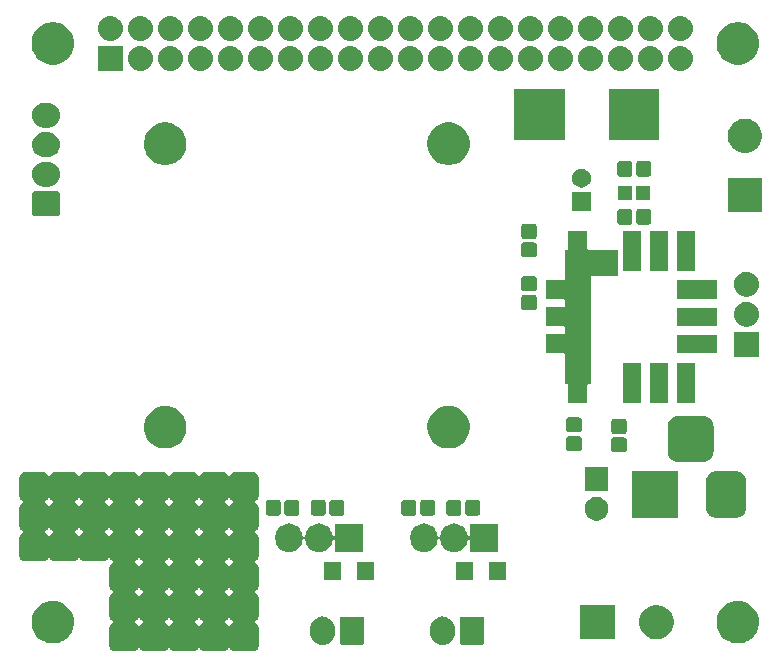
<source format=gbr>
G04 #@! TF.GenerationSoftware,KiCad,Pcbnew,(5.0.2)-1*
G04 #@! TF.CreationDate,2021-04-20T16:55:03+09:00*
G04 #@! TF.ProjectId,pi-ups,70692d75-7073-42e6-9b69-6361645f7063,rev?*
G04 #@! TF.SameCoordinates,Original*
G04 #@! TF.FileFunction,Soldermask,Top*
G04 #@! TF.FilePolarity,Negative*
%FSLAX46Y46*%
G04 Gerber Fmt 4.6, Leading zero omitted, Abs format (unit mm)*
G04 Created by KiCad (PCBNEW (5.0.2)-1) date 2021/04/20 16:55:03*
%MOMM*%
%LPD*%
G01*
G04 APERTURE LIST*
%ADD10C,0.100000*%
G04 APERTURE END LIST*
D10*
G36*
X89697122Y-128301401D02*
X89802526Y-128333376D01*
X89899674Y-128385303D01*
X89984820Y-128455180D01*
X90054697Y-128540325D01*
X90059760Y-128549797D01*
X90073374Y-128570171D01*
X90090701Y-128587498D01*
X90111075Y-128601112D01*
X90133714Y-128610490D01*
X90157748Y-128615270D01*
X90182252Y-128615270D01*
X90206286Y-128610490D01*
X90228925Y-128601112D01*
X90249299Y-128587498D01*
X90266626Y-128570171D01*
X90280240Y-128549797D01*
X90285303Y-128540325D01*
X90355180Y-128455180D01*
X90440326Y-128385303D01*
X90537474Y-128333376D01*
X90642878Y-128301401D01*
X90758640Y-128290000D01*
X92121360Y-128290000D01*
X92237122Y-128301401D01*
X92342526Y-128333376D01*
X92439674Y-128385303D01*
X92524820Y-128455180D01*
X92594697Y-128540325D01*
X92599760Y-128549797D01*
X92613374Y-128570171D01*
X92630701Y-128587498D01*
X92651075Y-128601112D01*
X92673714Y-128610490D01*
X92697748Y-128615270D01*
X92722252Y-128615270D01*
X92746286Y-128610490D01*
X92768925Y-128601112D01*
X92789299Y-128587498D01*
X92806626Y-128570171D01*
X92820240Y-128549797D01*
X92825303Y-128540325D01*
X92895180Y-128455180D01*
X92980326Y-128385303D01*
X93077474Y-128333376D01*
X93182878Y-128301401D01*
X93298640Y-128290000D01*
X94661360Y-128290000D01*
X94777122Y-128301401D01*
X94882526Y-128333376D01*
X94979674Y-128385303D01*
X95064820Y-128455180D01*
X95134697Y-128540325D01*
X95139760Y-128549797D01*
X95153374Y-128570171D01*
X95170701Y-128587498D01*
X95191075Y-128601112D01*
X95213714Y-128610490D01*
X95237748Y-128615270D01*
X95262252Y-128615270D01*
X95286286Y-128610490D01*
X95308925Y-128601112D01*
X95329299Y-128587498D01*
X95346626Y-128570171D01*
X95360240Y-128549797D01*
X95365303Y-128540325D01*
X95435180Y-128455180D01*
X95520326Y-128385303D01*
X95617474Y-128333376D01*
X95722878Y-128301401D01*
X95838640Y-128290000D01*
X97201360Y-128290000D01*
X97317122Y-128301401D01*
X97422526Y-128333376D01*
X97519674Y-128385303D01*
X97604820Y-128455180D01*
X97674697Y-128540325D01*
X97679760Y-128549797D01*
X97693374Y-128570171D01*
X97710701Y-128587498D01*
X97731075Y-128601112D01*
X97753714Y-128610490D01*
X97777748Y-128615270D01*
X97802252Y-128615270D01*
X97826286Y-128610490D01*
X97848925Y-128601112D01*
X97869299Y-128587498D01*
X97886626Y-128570171D01*
X97900240Y-128549797D01*
X97905303Y-128540325D01*
X97975180Y-128455180D01*
X98060326Y-128385303D01*
X98157474Y-128333376D01*
X98262878Y-128301401D01*
X98378640Y-128290000D01*
X99741360Y-128290000D01*
X99857122Y-128301401D01*
X99962526Y-128333376D01*
X100059674Y-128385303D01*
X100144820Y-128455180D01*
X100214697Y-128540325D01*
X100219760Y-128549797D01*
X100233374Y-128570171D01*
X100250701Y-128587498D01*
X100271075Y-128601112D01*
X100293714Y-128610490D01*
X100317748Y-128615270D01*
X100342252Y-128615270D01*
X100366286Y-128610490D01*
X100388925Y-128601112D01*
X100409299Y-128587498D01*
X100426626Y-128570171D01*
X100440240Y-128549797D01*
X100445303Y-128540325D01*
X100515180Y-128455180D01*
X100600326Y-128385303D01*
X100697474Y-128333376D01*
X100802878Y-128301401D01*
X100918640Y-128290000D01*
X102281360Y-128290000D01*
X102397122Y-128301401D01*
X102502526Y-128333376D01*
X102599674Y-128385303D01*
X102684820Y-128455180D01*
X102754697Y-128540325D01*
X102759760Y-128549797D01*
X102773374Y-128570171D01*
X102790701Y-128587498D01*
X102811075Y-128601112D01*
X102833714Y-128610490D01*
X102857748Y-128615270D01*
X102882252Y-128615270D01*
X102906286Y-128610490D01*
X102928925Y-128601112D01*
X102949299Y-128587498D01*
X102966626Y-128570171D01*
X102980240Y-128549797D01*
X102985303Y-128540325D01*
X103055180Y-128455180D01*
X103140326Y-128385303D01*
X103237474Y-128333376D01*
X103342878Y-128301401D01*
X103458640Y-128290000D01*
X104821360Y-128290000D01*
X104937122Y-128301401D01*
X105042526Y-128333376D01*
X105139674Y-128385303D01*
X105224820Y-128455180D01*
X105294697Y-128540325D01*
X105299760Y-128549797D01*
X105313374Y-128570171D01*
X105330701Y-128587498D01*
X105351075Y-128601112D01*
X105373714Y-128610490D01*
X105397748Y-128615270D01*
X105422252Y-128615270D01*
X105446286Y-128610490D01*
X105468925Y-128601112D01*
X105489299Y-128587498D01*
X105506626Y-128570171D01*
X105520240Y-128549797D01*
X105525303Y-128540325D01*
X105595180Y-128455180D01*
X105680326Y-128385303D01*
X105777474Y-128333376D01*
X105882878Y-128301401D01*
X105998640Y-128290000D01*
X107361360Y-128290000D01*
X107477122Y-128301401D01*
X107582526Y-128333376D01*
X107679674Y-128385303D01*
X107764820Y-128455180D01*
X107834697Y-128540326D01*
X107886624Y-128637474D01*
X107918599Y-128742878D01*
X107930000Y-128858640D01*
X107930000Y-130221360D01*
X107918599Y-130337122D01*
X107886624Y-130442526D01*
X107834697Y-130539674D01*
X107764820Y-130624820D01*
X107679675Y-130694697D01*
X107670203Y-130699760D01*
X107649829Y-130713374D01*
X107632502Y-130730701D01*
X107618888Y-130751075D01*
X107609510Y-130773714D01*
X107604730Y-130797748D01*
X107604730Y-130822252D01*
X107609510Y-130846286D01*
X107618888Y-130868925D01*
X107632502Y-130889299D01*
X107649829Y-130906626D01*
X107670203Y-130920240D01*
X107679675Y-130925303D01*
X107764820Y-130995180D01*
X107834697Y-131080326D01*
X107886624Y-131177474D01*
X107918599Y-131282878D01*
X107930000Y-131398640D01*
X107930000Y-132761360D01*
X107918599Y-132877122D01*
X107886624Y-132982526D01*
X107834697Y-133079674D01*
X107764820Y-133164820D01*
X107679675Y-133234697D01*
X107670203Y-133239760D01*
X107649829Y-133253374D01*
X107632502Y-133270701D01*
X107618888Y-133291075D01*
X107609510Y-133313714D01*
X107604730Y-133337748D01*
X107604730Y-133362252D01*
X107609510Y-133386286D01*
X107618888Y-133408925D01*
X107632502Y-133429299D01*
X107649829Y-133446626D01*
X107670203Y-133460240D01*
X107679675Y-133465303D01*
X107764820Y-133535180D01*
X107834697Y-133620326D01*
X107886624Y-133717474D01*
X107918599Y-133822878D01*
X107930000Y-133938640D01*
X107930000Y-135301360D01*
X107918599Y-135417122D01*
X107886624Y-135522526D01*
X107834697Y-135619674D01*
X107764820Y-135704820D01*
X107679675Y-135774697D01*
X107670203Y-135779760D01*
X107649829Y-135793374D01*
X107632502Y-135810701D01*
X107618888Y-135831075D01*
X107609510Y-135853714D01*
X107604730Y-135877748D01*
X107604730Y-135902252D01*
X107609510Y-135926286D01*
X107618888Y-135948925D01*
X107632502Y-135969299D01*
X107649829Y-135986626D01*
X107670203Y-136000240D01*
X107679675Y-136005303D01*
X107764820Y-136075180D01*
X107834697Y-136160326D01*
X107886624Y-136257474D01*
X107918599Y-136362878D01*
X107930000Y-136478640D01*
X107930000Y-137841360D01*
X107918599Y-137957122D01*
X107886624Y-138062526D01*
X107834697Y-138159674D01*
X107764820Y-138244820D01*
X107679675Y-138314697D01*
X107670203Y-138319760D01*
X107649829Y-138333374D01*
X107632502Y-138350701D01*
X107618888Y-138371075D01*
X107609510Y-138393714D01*
X107604730Y-138417748D01*
X107604730Y-138442252D01*
X107609510Y-138466286D01*
X107618888Y-138488925D01*
X107632502Y-138509299D01*
X107649829Y-138526626D01*
X107670203Y-138540240D01*
X107679675Y-138545303D01*
X107764820Y-138615180D01*
X107834697Y-138700326D01*
X107886624Y-138797474D01*
X107918599Y-138902878D01*
X107930000Y-139018640D01*
X107930000Y-140381360D01*
X107918599Y-140497122D01*
X107886624Y-140602526D01*
X107834697Y-140699674D01*
X107764820Y-140784820D01*
X107679675Y-140854697D01*
X107670203Y-140859760D01*
X107649829Y-140873374D01*
X107632502Y-140890701D01*
X107618888Y-140911075D01*
X107609510Y-140933714D01*
X107604730Y-140957748D01*
X107604730Y-140982252D01*
X107609510Y-141006286D01*
X107618888Y-141028925D01*
X107632502Y-141049299D01*
X107649829Y-141066626D01*
X107670203Y-141080240D01*
X107679675Y-141085303D01*
X107764820Y-141155180D01*
X107834697Y-141240326D01*
X107886624Y-141337474D01*
X107918599Y-141442878D01*
X107930000Y-141558640D01*
X107930000Y-142921360D01*
X107918599Y-143037122D01*
X107886624Y-143142526D01*
X107834697Y-143239674D01*
X107764820Y-143324820D01*
X107679674Y-143394697D01*
X107582526Y-143446624D01*
X107477122Y-143478599D01*
X107361360Y-143490000D01*
X105998640Y-143490000D01*
X105882878Y-143478599D01*
X105777474Y-143446624D01*
X105680326Y-143394697D01*
X105595180Y-143324820D01*
X105525303Y-143239675D01*
X105520240Y-143230203D01*
X105506626Y-143209829D01*
X105489299Y-143192502D01*
X105468925Y-143178888D01*
X105446286Y-143169510D01*
X105422252Y-143164730D01*
X105397748Y-143164730D01*
X105373714Y-143169510D01*
X105351075Y-143178888D01*
X105330701Y-143192502D01*
X105313374Y-143209829D01*
X105299760Y-143230203D01*
X105294697Y-143239675D01*
X105224820Y-143324820D01*
X105139674Y-143394697D01*
X105042526Y-143446624D01*
X104937122Y-143478599D01*
X104821360Y-143490000D01*
X103458640Y-143490000D01*
X103342878Y-143478599D01*
X103237474Y-143446624D01*
X103140326Y-143394697D01*
X103055180Y-143324820D01*
X102985303Y-143239675D01*
X102980240Y-143230203D01*
X102966626Y-143209829D01*
X102949299Y-143192502D01*
X102928925Y-143178888D01*
X102906286Y-143169510D01*
X102882252Y-143164730D01*
X102857748Y-143164730D01*
X102833714Y-143169510D01*
X102811075Y-143178888D01*
X102790701Y-143192502D01*
X102773374Y-143209829D01*
X102759760Y-143230203D01*
X102754697Y-143239675D01*
X102684820Y-143324820D01*
X102599674Y-143394697D01*
X102502526Y-143446624D01*
X102397122Y-143478599D01*
X102281360Y-143490000D01*
X100918640Y-143490000D01*
X100802878Y-143478599D01*
X100697474Y-143446624D01*
X100600326Y-143394697D01*
X100515180Y-143324820D01*
X100445303Y-143239675D01*
X100440240Y-143230203D01*
X100426626Y-143209829D01*
X100409299Y-143192502D01*
X100388925Y-143178888D01*
X100366286Y-143169510D01*
X100342252Y-143164730D01*
X100317748Y-143164730D01*
X100293714Y-143169510D01*
X100271075Y-143178888D01*
X100250701Y-143192502D01*
X100233374Y-143209829D01*
X100219760Y-143230203D01*
X100214697Y-143239675D01*
X100144820Y-143324820D01*
X100059674Y-143394697D01*
X99962526Y-143446624D01*
X99857122Y-143478599D01*
X99741360Y-143490000D01*
X98378640Y-143490000D01*
X98262878Y-143478599D01*
X98157474Y-143446624D01*
X98060326Y-143394697D01*
X97975180Y-143324820D01*
X97905303Y-143239675D01*
X97900240Y-143230203D01*
X97886626Y-143209829D01*
X97869299Y-143192502D01*
X97848925Y-143178888D01*
X97826286Y-143169510D01*
X97802252Y-143164730D01*
X97777748Y-143164730D01*
X97753714Y-143169510D01*
X97731075Y-143178888D01*
X97710701Y-143192502D01*
X97693374Y-143209829D01*
X97679760Y-143230203D01*
X97674697Y-143239675D01*
X97604820Y-143324820D01*
X97519674Y-143394697D01*
X97422526Y-143446624D01*
X97317122Y-143478599D01*
X97201360Y-143490000D01*
X95838640Y-143490000D01*
X95722878Y-143478599D01*
X95617474Y-143446624D01*
X95520326Y-143394697D01*
X95435180Y-143324820D01*
X95365303Y-143239674D01*
X95313376Y-143142526D01*
X95281401Y-143037122D01*
X95270000Y-142921360D01*
X95270000Y-141558640D01*
X95281401Y-141442878D01*
X95313376Y-141337474D01*
X95365303Y-141240326D01*
X95435180Y-141155180D01*
X95520325Y-141085303D01*
X95529797Y-141080240D01*
X95550171Y-141066626D01*
X95567498Y-141049299D01*
X95581112Y-141028925D01*
X95590490Y-141006286D01*
X95595270Y-140982252D01*
X95595270Y-140957748D01*
X97444730Y-140957748D01*
X97444730Y-140982252D01*
X97449510Y-141006286D01*
X97458888Y-141028925D01*
X97472502Y-141049299D01*
X97489829Y-141066626D01*
X97510203Y-141080240D01*
X97519675Y-141085303D01*
X97604820Y-141155180D01*
X97674697Y-141240325D01*
X97679760Y-141249797D01*
X97693374Y-141270171D01*
X97710701Y-141287498D01*
X97731075Y-141301112D01*
X97753714Y-141310490D01*
X97777748Y-141315270D01*
X97802252Y-141315270D01*
X97826286Y-141310490D01*
X97848925Y-141301112D01*
X97869299Y-141287498D01*
X97886626Y-141270171D01*
X97900240Y-141249797D01*
X97905303Y-141240325D01*
X97975180Y-141155180D01*
X98060325Y-141085303D01*
X98069797Y-141080240D01*
X98090171Y-141066626D01*
X98107498Y-141049299D01*
X98121112Y-141028925D01*
X98130490Y-141006286D01*
X98135270Y-140982252D01*
X98135270Y-140957748D01*
X99984730Y-140957748D01*
X99984730Y-140982252D01*
X99989510Y-141006286D01*
X99998888Y-141028925D01*
X100012502Y-141049299D01*
X100029829Y-141066626D01*
X100050203Y-141080240D01*
X100059675Y-141085303D01*
X100144820Y-141155180D01*
X100214697Y-141240325D01*
X100219760Y-141249797D01*
X100233374Y-141270171D01*
X100250701Y-141287498D01*
X100271075Y-141301112D01*
X100293714Y-141310490D01*
X100317748Y-141315270D01*
X100342252Y-141315270D01*
X100366286Y-141310490D01*
X100388925Y-141301112D01*
X100409299Y-141287498D01*
X100426626Y-141270171D01*
X100440240Y-141249797D01*
X100445303Y-141240325D01*
X100515180Y-141155180D01*
X100600325Y-141085303D01*
X100609797Y-141080240D01*
X100630171Y-141066626D01*
X100647498Y-141049299D01*
X100661112Y-141028925D01*
X100670490Y-141006286D01*
X100675270Y-140982252D01*
X100675270Y-140957748D01*
X102524730Y-140957748D01*
X102524730Y-140982252D01*
X102529510Y-141006286D01*
X102538888Y-141028925D01*
X102552502Y-141049299D01*
X102569829Y-141066626D01*
X102590203Y-141080240D01*
X102599675Y-141085303D01*
X102684820Y-141155180D01*
X102754697Y-141240325D01*
X102759760Y-141249797D01*
X102773374Y-141270171D01*
X102790701Y-141287498D01*
X102811075Y-141301112D01*
X102833714Y-141310490D01*
X102857748Y-141315270D01*
X102882252Y-141315270D01*
X102906286Y-141310490D01*
X102928925Y-141301112D01*
X102949299Y-141287498D01*
X102966626Y-141270171D01*
X102980240Y-141249797D01*
X102985303Y-141240325D01*
X103055180Y-141155180D01*
X103140325Y-141085303D01*
X103149797Y-141080240D01*
X103170171Y-141066626D01*
X103187498Y-141049299D01*
X103201112Y-141028925D01*
X103210490Y-141006286D01*
X103215270Y-140982252D01*
X103215270Y-140957748D01*
X105064730Y-140957748D01*
X105064730Y-140982252D01*
X105069510Y-141006286D01*
X105078888Y-141028925D01*
X105092502Y-141049299D01*
X105109829Y-141066626D01*
X105130203Y-141080240D01*
X105139675Y-141085303D01*
X105224820Y-141155180D01*
X105294697Y-141240325D01*
X105299760Y-141249797D01*
X105313374Y-141270171D01*
X105330701Y-141287498D01*
X105351075Y-141301112D01*
X105373714Y-141310490D01*
X105397748Y-141315270D01*
X105422252Y-141315270D01*
X105446286Y-141310490D01*
X105468925Y-141301112D01*
X105489299Y-141287498D01*
X105506626Y-141270171D01*
X105520240Y-141249797D01*
X105525303Y-141240325D01*
X105595180Y-141155180D01*
X105680325Y-141085303D01*
X105689797Y-141080240D01*
X105710171Y-141066626D01*
X105727498Y-141049299D01*
X105741112Y-141028925D01*
X105750490Y-141006286D01*
X105755270Y-140982252D01*
X105755270Y-140957748D01*
X105750490Y-140933714D01*
X105741112Y-140911075D01*
X105727498Y-140890701D01*
X105710171Y-140873374D01*
X105689797Y-140859760D01*
X105680325Y-140854697D01*
X105595180Y-140784820D01*
X105525303Y-140699675D01*
X105520240Y-140690203D01*
X105506626Y-140669829D01*
X105489299Y-140652502D01*
X105468925Y-140638888D01*
X105446286Y-140629510D01*
X105422252Y-140624730D01*
X105397748Y-140624730D01*
X105373714Y-140629510D01*
X105351075Y-140638888D01*
X105330701Y-140652502D01*
X105313374Y-140669829D01*
X105299760Y-140690203D01*
X105294697Y-140699675D01*
X105224820Y-140784820D01*
X105139675Y-140854697D01*
X105130203Y-140859760D01*
X105109829Y-140873374D01*
X105092502Y-140890701D01*
X105078888Y-140911075D01*
X105069510Y-140933714D01*
X105064730Y-140957748D01*
X103215270Y-140957748D01*
X103210490Y-140933714D01*
X103201112Y-140911075D01*
X103187498Y-140890701D01*
X103170171Y-140873374D01*
X103149797Y-140859760D01*
X103140325Y-140854697D01*
X103055180Y-140784820D01*
X102985303Y-140699675D01*
X102980240Y-140690203D01*
X102966626Y-140669829D01*
X102949299Y-140652502D01*
X102928925Y-140638888D01*
X102906286Y-140629510D01*
X102882252Y-140624730D01*
X102857748Y-140624730D01*
X102833714Y-140629510D01*
X102811075Y-140638888D01*
X102790701Y-140652502D01*
X102773374Y-140669829D01*
X102759760Y-140690203D01*
X102754697Y-140699675D01*
X102684820Y-140784820D01*
X102599675Y-140854697D01*
X102590203Y-140859760D01*
X102569829Y-140873374D01*
X102552502Y-140890701D01*
X102538888Y-140911075D01*
X102529510Y-140933714D01*
X102524730Y-140957748D01*
X100675270Y-140957748D01*
X100670490Y-140933714D01*
X100661112Y-140911075D01*
X100647498Y-140890701D01*
X100630171Y-140873374D01*
X100609797Y-140859760D01*
X100600325Y-140854697D01*
X100515180Y-140784820D01*
X100445303Y-140699675D01*
X100440240Y-140690203D01*
X100426626Y-140669829D01*
X100409299Y-140652502D01*
X100388925Y-140638888D01*
X100366286Y-140629510D01*
X100342252Y-140624730D01*
X100317748Y-140624730D01*
X100293714Y-140629510D01*
X100271075Y-140638888D01*
X100250701Y-140652502D01*
X100233374Y-140669829D01*
X100219760Y-140690203D01*
X100214697Y-140699675D01*
X100144820Y-140784820D01*
X100059675Y-140854697D01*
X100050203Y-140859760D01*
X100029829Y-140873374D01*
X100012502Y-140890701D01*
X99998888Y-140911075D01*
X99989510Y-140933714D01*
X99984730Y-140957748D01*
X98135270Y-140957748D01*
X98130490Y-140933714D01*
X98121112Y-140911075D01*
X98107498Y-140890701D01*
X98090171Y-140873374D01*
X98069797Y-140859760D01*
X98060325Y-140854697D01*
X97975180Y-140784820D01*
X97905303Y-140699675D01*
X97900240Y-140690203D01*
X97886626Y-140669829D01*
X97869299Y-140652502D01*
X97848925Y-140638888D01*
X97826286Y-140629510D01*
X97802252Y-140624730D01*
X97777748Y-140624730D01*
X97753714Y-140629510D01*
X97731075Y-140638888D01*
X97710701Y-140652502D01*
X97693374Y-140669829D01*
X97679760Y-140690203D01*
X97674697Y-140699675D01*
X97604820Y-140784820D01*
X97519675Y-140854697D01*
X97510203Y-140859760D01*
X97489829Y-140873374D01*
X97472502Y-140890701D01*
X97458888Y-140911075D01*
X97449510Y-140933714D01*
X97444730Y-140957748D01*
X95595270Y-140957748D01*
X95590490Y-140933714D01*
X95581112Y-140911075D01*
X95567498Y-140890701D01*
X95550171Y-140873374D01*
X95529797Y-140859760D01*
X95520325Y-140854697D01*
X95435180Y-140784820D01*
X95365303Y-140699674D01*
X95313376Y-140602526D01*
X95281401Y-140497122D01*
X95270000Y-140381360D01*
X95270000Y-139018640D01*
X95281401Y-138902878D01*
X95313376Y-138797474D01*
X95365303Y-138700326D01*
X95435180Y-138615180D01*
X95520325Y-138545303D01*
X95529797Y-138540240D01*
X95550171Y-138526626D01*
X95567498Y-138509299D01*
X95581112Y-138488925D01*
X95590490Y-138466286D01*
X95595270Y-138442252D01*
X95595270Y-138417748D01*
X97444730Y-138417748D01*
X97444730Y-138442252D01*
X97449510Y-138466286D01*
X97458888Y-138488925D01*
X97472502Y-138509299D01*
X97489829Y-138526626D01*
X97510203Y-138540240D01*
X97519675Y-138545303D01*
X97604820Y-138615180D01*
X97674697Y-138700325D01*
X97679760Y-138709797D01*
X97693374Y-138730171D01*
X97710701Y-138747498D01*
X97731075Y-138761112D01*
X97753714Y-138770490D01*
X97777748Y-138775270D01*
X97802252Y-138775270D01*
X97826286Y-138770490D01*
X97848925Y-138761112D01*
X97869299Y-138747498D01*
X97886626Y-138730171D01*
X97900240Y-138709797D01*
X97905303Y-138700325D01*
X97975180Y-138615180D01*
X98060325Y-138545303D01*
X98069797Y-138540240D01*
X98090171Y-138526626D01*
X98107498Y-138509299D01*
X98121112Y-138488925D01*
X98130490Y-138466286D01*
X98135270Y-138442252D01*
X98135270Y-138417748D01*
X99984730Y-138417748D01*
X99984730Y-138442252D01*
X99989510Y-138466286D01*
X99998888Y-138488925D01*
X100012502Y-138509299D01*
X100029829Y-138526626D01*
X100050203Y-138540240D01*
X100059675Y-138545303D01*
X100144820Y-138615180D01*
X100214697Y-138700325D01*
X100219760Y-138709797D01*
X100233374Y-138730171D01*
X100250701Y-138747498D01*
X100271075Y-138761112D01*
X100293714Y-138770490D01*
X100317748Y-138775270D01*
X100342252Y-138775270D01*
X100366286Y-138770490D01*
X100388925Y-138761112D01*
X100409299Y-138747498D01*
X100426626Y-138730171D01*
X100440240Y-138709797D01*
X100445303Y-138700325D01*
X100515180Y-138615180D01*
X100600325Y-138545303D01*
X100609797Y-138540240D01*
X100630171Y-138526626D01*
X100647498Y-138509299D01*
X100661112Y-138488925D01*
X100670490Y-138466286D01*
X100675270Y-138442252D01*
X100675270Y-138417748D01*
X102524730Y-138417748D01*
X102524730Y-138442252D01*
X102529510Y-138466286D01*
X102538888Y-138488925D01*
X102552502Y-138509299D01*
X102569829Y-138526626D01*
X102590203Y-138540240D01*
X102599675Y-138545303D01*
X102684820Y-138615180D01*
X102754697Y-138700325D01*
X102759760Y-138709797D01*
X102773374Y-138730171D01*
X102790701Y-138747498D01*
X102811075Y-138761112D01*
X102833714Y-138770490D01*
X102857748Y-138775270D01*
X102882252Y-138775270D01*
X102906286Y-138770490D01*
X102928925Y-138761112D01*
X102949299Y-138747498D01*
X102966626Y-138730171D01*
X102980240Y-138709797D01*
X102985303Y-138700325D01*
X103055180Y-138615180D01*
X103140325Y-138545303D01*
X103149797Y-138540240D01*
X103170171Y-138526626D01*
X103187498Y-138509299D01*
X103201112Y-138488925D01*
X103210490Y-138466286D01*
X103215270Y-138442252D01*
X103215270Y-138417748D01*
X105064730Y-138417748D01*
X105064730Y-138442252D01*
X105069510Y-138466286D01*
X105078888Y-138488925D01*
X105092502Y-138509299D01*
X105109829Y-138526626D01*
X105130203Y-138540240D01*
X105139675Y-138545303D01*
X105224820Y-138615180D01*
X105294697Y-138700325D01*
X105299760Y-138709797D01*
X105313374Y-138730171D01*
X105330701Y-138747498D01*
X105351075Y-138761112D01*
X105373714Y-138770490D01*
X105397748Y-138775270D01*
X105422252Y-138775270D01*
X105446286Y-138770490D01*
X105468925Y-138761112D01*
X105489299Y-138747498D01*
X105506626Y-138730171D01*
X105520240Y-138709797D01*
X105525303Y-138700325D01*
X105595180Y-138615180D01*
X105680325Y-138545303D01*
X105689797Y-138540240D01*
X105710171Y-138526626D01*
X105727498Y-138509299D01*
X105741112Y-138488925D01*
X105750490Y-138466286D01*
X105755270Y-138442252D01*
X105755270Y-138417748D01*
X105750490Y-138393714D01*
X105741112Y-138371075D01*
X105727498Y-138350701D01*
X105710171Y-138333374D01*
X105689797Y-138319760D01*
X105680325Y-138314697D01*
X105595180Y-138244820D01*
X105525303Y-138159675D01*
X105520240Y-138150203D01*
X105506626Y-138129829D01*
X105489299Y-138112502D01*
X105468925Y-138098888D01*
X105446286Y-138089510D01*
X105422252Y-138084730D01*
X105397748Y-138084730D01*
X105373714Y-138089510D01*
X105351075Y-138098888D01*
X105330701Y-138112502D01*
X105313374Y-138129829D01*
X105299760Y-138150203D01*
X105294697Y-138159675D01*
X105224820Y-138244820D01*
X105139675Y-138314697D01*
X105130203Y-138319760D01*
X105109829Y-138333374D01*
X105092502Y-138350701D01*
X105078888Y-138371075D01*
X105069510Y-138393714D01*
X105064730Y-138417748D01*
X103215270Y-138417748D01*
X103210490Y-138393714D01*
X103201112Y-138371075D01*
X103187498Y-138350701D01*
X103170171Y-138333374D01*
X103149797Y-138319760D01*
X103140325Y-138314697D01*
X103055180Y-138244820D01*
X102985303Y-138159675D01*
X102980240Y-138150203D01*
X102966626Y-138129829D01*
X102949299Y-138112502D01*
X102928925Y-138098888D01*
X102906286Y-138089510D01*
X102882252Y-138084730D01*
X102857748Y-138084730D01*
X102833714Y-138089510D01*
X102811075Y-138098888D01*
X102790701Y-138112502D01*
X102773374Y-138129829D01*
X102759760Y-138150203D01*
X102754697Y-138159675D01*
X102684820Y-138244820D01*
X102599675Y-138314697D01*
X102590203Y-138319760D01*
X102569829Y-138333374D01*
X102552502Y-138350701D01*
X102538888Y-138371075D01*
X102529510Y-138393714D01*
X102524730Y-138417748D01*
X100675270Y-138417748D01*
X100670490Y-138393714D01*
X100661112Y-138371075D01*
X100647498Y-138350701D01*
X100630171Y-138333374D01*
X100609797Y-138319760D01*
X100600325Y-138314697D01*
X100515180Y-138244820D01*
X100445303Y-138159675D01*
X100440240Y-138150203D01*
X100426626Y-138129829D01*
X100409299Y-138112502D01*
X100388925Y-138098888D01*
X100366286Y-138089510D01*
X100342252Y-138084730D01*
X100317748Y-138084730D01*
X100293714Y-138089510D01*
X100271075Y-138098888D01*
X100250701Y-138112502D01*
X100233374Y-138129829D01*
X100219760Y-138150203D01*
X100214697Y-138159675D01*
X100144820Y-138244820D01*
X100059675Y-138314697D01*
X100050203Y-138319760D01*
X100029829Y-138333374D01*
X100012502Y-138350701D01*
X99998888Y-138371075D01*
X99989510Y-138393714D01*
X99984730Y-138417748D01*
X98135270Y-138417748D01*
X98130490Y-138393714D01*
X98121112Y-138371075D01*
X98107498Y-138350701D01*
X98090171Y-138333374D01*
X98069797Y-138319760D01*
X98060325Y-138314697D01*
X97975180Y-138244820D01*
X97905303Y-138159675D01*
X97900240Y-138150203D01*
X97886626Y-138129829D01*
X97869299Y-138112502D01*
X97848925Y-138098888D01*
X97826286Y-138089510D01*
X97802252Y-138084730D01*
X97777748Y-138084730D01*
X97753714Y-138089510D01*
X97731075Y-138098888D01*
X97710701Y-138112502D01*
X97693374Y-138129829D01*
X97679760Y-138150203D01*
X97674697Y-138159675D01*
X97604820Y-138244820D01*
X97519675Y-138314697D01*
X97510203Y-138319760D01*
X97489829Y-138333374D01*
X97472502Y-138350701D01*
X97458888Y-138371075D01*
X97449510Y-138393714D01*
X97444730Y-138417748D01*
X95595270Y-138417748D01*
X95590490Y-138393714D01*
X95581112Y-138371075D01*
X95567498Y-138350701D01*
X95550171Y-138333374D01*
X95529797Y-138319760D01*
X95520325Y-138314697D01*
X95435180Y-138244820D01*
X95365303Y-138159674D01*
X95313376Y-138062526D01*
X95281401Y-137957122D01*
X95270000Y-137841360D01*
X95270000Y-136478640D01*
X95281401Y-136362878D01*
X95313376Y-136257474D01*
X95365303Y-136160326D01*
X95435180Y-136075180D01*
X95520325Y-136005303D01*
X95529797Y-136000240D01*
X95550171Y-135986626D01*
X95567498Y-135969299D01*
X95581112Y-135948925D01*
X95590490Y-135926286D01*
X95595270Y-135902252D01*
X95595270Y-135877748D01*
X97444730Y-135877748D01*
X97444730Y-135902252D01*
X97449510Y-135926286D01*
X97458888Y-135948925D01*
X97472502Y-135969299D01*
X97489829Y-135986626D01*
X97510203Y-136000240D01*
X97519675Y-136005303D01*
X97604820Y-136075180D01*
X97674697Y-136160325D01*
X97679760Y-136169797D01*
X97693374Y-136190171D01*
X97710701Y-136207498D01*
X97731075Y-136221112D01*
X97753714Y-136230490D01*
X97777748Y-136235270D01*
X97802252Y-136235270D01*
X97826286Y-136230490D01*
X97848925Y-136221112D01*
X97869299Y-136207498D01*
X97886626Y-136190171D01*
X97900240Y-136169797D01*
X97905303Y-136160325D01*
X97975180Y-136075180D01*
X98060325Y-136005303D01*
X98069797Y-136000240D01*
X98090171Y-135986626D01*
X98107498Y-135969299D01*
X98121112Y-135948925D01*
X98130490Y-135926286D01*
X98135270Y-135902252D01*
X98135270Y-135877748D01*
X99984730Y-135877748D01*
X99984730Y-135902252D01*
X99989510Y-135926286D01*
X99998888Y-135948925D01*
X100012502Y-135969299D01*
X100029829Y-135986626D01*
X100050203Y-136000240D01*
X100059675Y-136005303D01*
X100144820Y-136075180D01*
X100214697Y-136160325D01*
X100219760Y-136169797D01*
X100233374Y-136190171D01*
X100250701Y-136207498D01*
X100271075Y-136221112D01*
X100293714Y-136230490D01*
X100317748Y-136235270D01*
X100342252Y-136235270D01*
X100366286Y-136230490D01*
X100388925Y-136221112D01*
X100409299Y-136207498D01*
X100426626Y-136190171D01*
X100440240Y-136169797D01*
X100445303Y-136160325D01*
X100515180Y-136075180D01*
X100600325Y-136005303D01*
X100609797Y-136000240D01*
X100630171Y-135986626D01*
X100647498Y-135969299D01*
X100661112Y-135948925D01*
X100670490Y-135926286D01*
X100675270Y-135902252D01*
X100675270Y-135877748D01*
X102524730Y-135877748D01*
X102524730Y-135902252D01*
X102529510Y-135926286D01*
X102538888Y-135948925D01*
X102552502Y-135969299D01*
X102569829Y-135986626D01*
X102590203Y-136000240D01*
X102599675Y-136005303D01*
X102684820Y-136075180D01*
X102754697Y-136160325D01*
X102759760Y-136169797D01*
X102773374Y-136190171D01*
X102790701Y-136207498D01*
X102811075Y-136221112D01*
X102833714Y-136230490D01*
X102857748Y-136235270D01*
X102882252Y-136235270D01*
X102906286Y-136230490D01*
X102928925Y-136221112D01*
X102949299Y-136207498D01*
X102966626Y-136190171D01*
X102980240Y-136169797D01*
X102985303Y-136160325D01*
X103055180Y-136075180D01*
X103140325Y-136005303D01*
X103149797Y-136000240D01*
X103170171Y-135986626D01*
X103187498Y-135969299D01*
X103201112Y-135948925D01*
X103210490Y-135926286D01*
X103215270Y-135902252D01*
X103215270Y-135877748D01*
X105064730Y-135877748D01*
X105064730Y-135902252D01*
X105069510Y-135926286D01*
X105078888Y-135948925D01*
X105092502Y-135969299D01*
X105109829Y-135986626D01*
X105130203Y-136000240D01*
X105139675Y-136005303D01*
X105224820Y-136075180D01*
X105294697Y-136160325D01*
X105299760Y-136169797D01*
X105313374Y-136190171D01*
X105330701Y-136207498D01*
X105351075Y-136221112D01*
X105373714Y-136230490D01*
X105397748Y-136235270D01*
X105422252Y-136235270D01*
X105446286Y-136230490D01*
X105468925Y-136221112D01*
X105489299Y-136207498D01*
X105506626Y-136190171D01*
X105520240Y-136169797D01*
X105525303Y-136160325D01*
X105595180Y-136075180D01*
X105680325Y-136005303D01*
X105689797Y-136000240D01*
X105710171Y-135986626D01*
X105727498Y-135969299D01*
X105741112Y-135948925D01*
X105750490Y-135926286D01*
X105755270Y-135902252D01*
X105755270Y-135877748D01*
X105750490Y-135853714D01*
X105741112Y-135831075D01*
X105727498Y-135810701D01*
X105710171Y-135793374D01*
X105689797Y-135779760D01*
X105680325Y-135774697D01*
X105595180Y-135704820D01*
X105525303Y-135619675D01*
X105520240Y-135610203D01*
X105506626Y-135589829D01*
X105489299Y-135572502D01*
X105468925Y-135558888D01*
X105446286Y-135549510D01*
X105422252Y-135544730D01*
X105397748Y-135544730D01*
X105373714Y-135549510D01*
X105351075Y-135558888D01*
X105330701Y-135572502D01*
X105313374Y-135589829D01*
X105299760Y-135610203D01*
X105294697Y-135619675D01*
X105224820Y-135704820D01*
X105139675Y-135774697D01*
X105130203Y-135779760D01*
X105109829Y-135793374D01*
X105092502Y-135810701D01*
X105078888Y-135831075D01*
X105069510Y-135853714D01*
X105064730Y-135877748D01*
X103215270Y-135877748D01*
X103210490Y-135853714D01*
X103201112Y-135831075D01*
X103187498Y-135810701D01*
X103170171Y-135793374D01*
X103149797Y-135779760D01*
X103140325Y-135774697D01*
X103055180Y-135704820D01*
X102985303Y-135619675D01*
X102980240Y-135610203D01*
X102966626Y-135589829D01*
X102949299Y-135572502D01*
X102928925Y-135558888D01*
X102906286Y-135549510D01*
X102882252Y-135544730D01*
X102857748Y-135544730D01*
X102833714Y-135549510D01*
X102811075Y-135558888D01*
X102790701Y-135572502D01*
X102773374Y-135589829D01*
X102759760Y-135610203D01*
X102754697Y-135619675D01*
X102684820Y-135704820D01*
X102599675Y-135774697D01*
X102590203Y-135779760D01*
X102569829Y-135793374D01*
X102552502Y-135810701D01*
X102538888Y-135831075D01*
X102529510Y-135853714D01*
X102524730Y-135877748D01*
X100675270Y-135877748D01*
X100670490Y-135853714D01*
X100661112Y-135831075D01*
X100647498Y-135810701D01*
X100630171Y-135793374D01*
X100609797Y-135779760D01*
X100600325Y-135774697D01*
X100515180Y-135704820D01*
X100445303Y-135619675D01*
X100440240Y-135610203D01*
X100426626Y-135589829D01*
X100409299Y-135572502D01*
X100388925Y-135558888D01*
X100366286Y-135549510D01*
X100342252Y-135544730D01*
X100317748Y-135544730D01*
X100293714Y-135549510D01*
X100271075Y-135558888D01*
X100250701Y-135572502D01*
X100233374Y-135589829D01*
X100219760Y-135610203D01*
X100214697Y-135619675D01*
X100144820Y-135704820D01*
X100059675Y-135774697D01*
X100050203Y-135779760D01*
X100029829Y-135793374D01*
X100012502Y-135810701D01*
X99998888Y-135831075D01*
X99989510Y-135853714D01*
X99984730Y-135877748D01*
X98135270Y-135877748D01*
X98130490Y-135853714D01*
X98121112Y-135831075D01*
X98107498Y-135810701D01*
X98090171Y-135793374D01*
X98069797Y-135779760D01*
X98060325Y-135774697D01*
X97975180Y-135704820D01*
X97905303Y-135619675D01*
X97900240Y-135610203D01*
X97886626Y-135589829D01*
X97869299Y-135572502D01*
X97848925Y-135558888D01*
X97826286Y-135549510D01*
X97802252Y-135544730D01*
X97777748Y-135544730D01*
X97753714Y-135549510D01*
X97731075Y-135558888D01*
X97710701Y-135572502D01*
X97693374Y-135589829D01*
X97679760Y-135610203D01*
X97674697Y-135619675D01*
X97604820Y-135704820D01*
X97519675Y-135774697D01*
X97510203Y-135779760D01*
X97489829Y-135793374D01*
X97472502Y-135810701D01*
X97458888Y-135831075D01*
X97449510Y-135853714D01*
X97444730Y-135877748D01*
X95595270Y-135877748D01*
X95590490Y-135853714D01*
X95581112Y-135831075D01*
X95567498Y-135810701D01*
X95550171Y-135793374D01*
X95529797Y-135779760D01*
X95520325Y-135774697D01*
X95435180Y-135704820D01*
X95365303Y-135619675D01*
X95360240Y-135610203D01*
X95346626Y-135589829D01*
X95329299Y-135572502D01*
X95308925Y-135558888D01*
X95286286Y-135549510D01*
X95262252Y-135544730D01*
X95237748Y-135544730D01*
X95213714Y-135549510D01*
X95191075Y-135558888D01*
X95170701Y-135572502D01*
X95153374Y-135589829D01*
X95139760Y-135610203D01*
X95134697Y-135619675D01*
X95064820Y-135704820D01*
X94979674Y-135774697D01*
X94882526Y-135826624D01*
X94777122Y-135858599D01*
X94661360Y-135870000D01*
X93298640Y-135870000D01*
X93182878Y-135858599D01*
X93077474Y-135826624D01*
X92980326Y-135774697D01*
X92895180Y-135704820D01*
X92825303Y-135619675D01*
X92820240Y-135610203D01*
X92806626Y-135589829D01*
X92789299Y-135572502D01*
X92768925Y-135558888D01*
X92746286Y-135549510D01*
X92722252Y-135544730D01*
X92697748Y-135544730D01*
X92673714Y-135549510D01*
X92651075Y-135558888D01*
X92630701Y-135572502D01*
X92613374Y-135589829D01*
X92599760Y-135610203D01*
X92594697Y-135619675D01*
X92524820Y-135704820D01*
X92439674Y-135774697D01*
X92342526Y-135826624D01*
X92237122Y-135858599D01*
X92121360Y-135870000D01*
X90758640Y-135870000D01*
X90642878Y-135858599D01*
X90537474Y-135826624D01*
X90440326Y-135774697D01*
X90355180Y-135704820D01*
X90285303Y-135619675D01*
X90280240Y-135610203D01*
X90266626Y-135589829D01*
X90249299Y-135572502D01*
X90228925Y-135558888D01*
X90206286Y-135549510D01*
X90182252Y-135544730D01*
X90157748Y-135544730D01*
X90133714Y-135549510D01*
X90111075Y-135558888D01*
X90090701Y-135572502D01*
X90073374Y-135589829D01*
X90059760Y-135610203D01*
X90054697Y-135619675D01*
X89984820Y-135704820D01*
X89899674Y-135774697D01*
X89802526Y-135826624D01*
X89697122Y-135858599D01*
X89581360Y-135870000D01*
X88218640Y-135870000D01*
X88102878Y-135858599D01*
X87997474Y-135826624D01*
X87900326Y-135774697D01*
X87815180Y-135704820D01*
X87745303Y-135619674D01*
X87693376Y-135522526D01*
X87661401Y-135417122D01*
X87650000Y-135301360D01*
X87650000Y-133938640D01*
X87661401Y-133822878D01*
X87693376Y-133717474D01*
X87745303Y-133620326D01*
X87815180Y-133535180D01*
X87900325Y-133465303D01*
X87909797Y-133460240D01*
X87930171Y-133446626D01*
X87947498Y-133429299D01*
X87961112Y-133408925D01*
X87970490Y-133386286D01*
X87975270Y-133362252D01*
X87975270Y-133337748D01*
X89824730Y-133337748D01*
X89824730Y-133362252D01*
X89829510Y-133386286D01*
X89838888Y-133408925D01*
X89852502Y-133429299D01*
X89869829Y-133446626D01*
X89890203Y-133460240D01*
X89899675Y-133465303D01*
X89984820Y-133535180D01*
X90054697Y-133620325D01*
X90059760Y-133629797D01*
X90073374Y-133650171D01*
X90090701Y-133667498D01*
X90111075Y-133681112D01*
X90133714Y-133690490D01*
X90157748Y-133695270D01*
X90182252Y-133695270D01*
X90206286Y-133690490D01*
X90228925Y-133681112D01*
X90249299Y-133667498D01*
X90266626Y-133650171D01*
X90280240Y-133629797D01*
X90285303Y-133620325D01*
X90355180Y-133535180D01*
X90440325Y-133465303D01*
X90449797Y-133460240D01*
X90470171Y-133446626D01*
X90487498Y-133429299D01*
X90501112Y-133408925D01*
X90510490Y-133386286D01*
X90515270Y-133362252D01*
X90515270Y-133337748D01*
X92364730Y-133337748D01*
X92364730Y-133362252D01*
X92369510Y-133386286D01*
X92378888Y-133408925D01*
X92392502Y-133429299D01*
X92409829Y-133446626D01*
X92430203Y-133460240D01*
X92439675Y-133465303D01*
X92524820Y-133535180D01*
X92594697Y-133620325D01*
X92599760Y-133629797D01*
X92613374Y-133650171D01*
X92630701Y-133667498D01*
X92651075Y-133681112D01*
X92673714Y-133690490D01*
X92697748Y-133695270D01*
X92722252Y-133695270D01*
X92746286Y-133690490D01*
X92768925Y-133681112D01*
X92789299Y-133667498D01*
X92806626Y-133650171D01*
X92820240Y-133629797D01*
X92825303Y-133620325D01*
X92895180Y-133535180D01*
X92980325Y-133465303D01*
X92989797Y-133460240D01*
X93010171Y-133446626D01*
X93027498Y-133429299D01*
X93041112Y-133408925D01*
X93050490Y-133386286D01*
X93055270Y-133362252D01*
X93055270Y-133337748D01*
X94904730Y-133337748D01*
X94904730Y-133362252D01*
X94909510Y-133386286D01*
X94918888Y-133408925D01*
X94932502Y-133429299D01*
X94949829Y-133446626D01*
X94970203Y-133460240D01*
X94979675Y-133465303D01*
X95064820Y-133535180D01*
X95134697Y-133620325D01*
X95139760Y-133629797D01*
X95153374Y-133650171D01*
X95170701Y-133667498D01*
X95191075Y-133681112D01*
X95213714Y-133690490D01*
X95237748Y-133695270D01*
X95262252Y-133695270D01*
X95286286Y-133690490D01*
X95308925Y-133681112D01*
X95329299Y-133667498D01*
X95346626Y-133650171D01*
X95360240Y-133629797D01*
X95365303Y-133620325D01*
X95435180Y-133535180D01*
X95520325Y-133465303D01*
X95529797Y-133460240D01*
X95550171Y-133446626D01*
X95567498Y-133429299D01*
X95581112Y-133408925D01*
X95590490Y-133386286D01*
X95595270Y-133362252D01*
X95595270Y-133337748D01*
X97444730Y-133337748D01*
X97444730Y-133362252D01*
X97449510Y-133386286D01*
X97458888Y-133408925D01*
X97472502Y-133429299D01*
X97489829Y-133446626D01*
X97510203Y-133460240D01*
X97519675Y-133465303D01*
X97604820Y-133535180D01*
X97674697Y-133620325D01*
X97679760Y-133629797D01*
X97693374Y-133650171D01*
X97710701Y-133667498D01*
X97731075Y-133681112D01*
X97753714Y-133690490D01*
X97777748Y-133695270D01*
X97802252Y-133695270D01*
X97826286Y-133690490D01*
X97848925Y-133681112D01*
X97869299Y-133667498D01*
X97886626Y-133650171D01*
X97900240Y-133629797D01*
X97905303Y-133620325D01*
X97975180Y-133535180D01*
X98060325Y-133465303D01*
X98069797Y-133460240D01*
X98090171Y-133446626D01*
X98107498Y-133429299D01*
X98121112Y-133408925D01*
X98130490Y-133386286D01*
X98135270Y-133362252D01*
X98135270Y-133337748D01*
X99984730Y-133337748D01*
X99984730Y-133362252D01*
X99989510Y-133386286D01*
X99998888Y-133408925D01*
X100012502Y-133429299D01*
X100029829Y-133446626D01*
X100050203Y-133460240D01*
X100059675Y-133465303D01*
X100144820Y-133535180D01*
X100214697Y-133620325D01*
X100219760Y-133629797D01*
X100233374Y-133650171D01*
X100250701Y-133667498D01*
X100271075Y-133681112D01*
X100293714Y-133690490D01*
X100317748Y-133695270D01*
X100342252Y-133695270D01*
X100366286Y-133690490D01*
X100388925Y-133681112D01*
X100409299Y-133667498D01*
X100426626Y-133650171D01*
X100440240Y-133629797D01*
X100445303Y-133620325D01*
X100515180Y-133535180D01*
X100600325Y-133465303D01*
X100609797Y-133460240D01*
X100630171Y-133446626D01*
X100647498Y-133429299D01*
X100661112Y-133408925D01*
X100670490Y-133386286D01*
X100675270Y-133362252D01*
X100675270Y-133337748D01*
X102524730Y-133337748D01*
X102524730Y-133362252D01*
X102529510Y-133386286D01*
X102538888Y-133408925D01*
X102552502Y-133429299D01*
X102569829Y-133446626D01*
X102590203Y-133460240D01*
X102599675Y-133465303D01*
X102684820Y-133535180D01*
X102754697Y-133620325D01*
X102759760Y-133629797D01*
X102773374Y-133650171D01*
X102790701Y-133667498D01*
X102811075Y-133681112D01*
X102833714Y-133690490D01*
X102857748Y-133695270D01*
X102882252Y-133695270D01*
X102906286Y-133690490D01*
X102928925Y-133681112D01*
X102949299Y-133667498D01*
X102966626Y-133650171D01*
X102980240Y-133629797D01*
X102985303Y-133620325D01*
X103055180Y-133535180D01*
X103140325Y-133465303D01*
X103149797Y-133460240D01*
X103170171Y-133446626D01*
X103187498Y-133429299D01*
X103201112Y-133408925D01*
X103210490Y-133386286D01*
X103215270Y-133362252D01*
X103215270Y-133337748D01*
X105064730Y-133337748D01*
X105064730Y-133362252D01*
X105069510Y-133386286D01*
X105078888Y-133408925D01*
X105092502Y-133429299D01*
X105109829Y-133446626D01*
X105130203Y-133460240D01*
X105139675Y-133465303D01*
X105224820Y-133535180D01*
X105294697Y-133620325D01*
X105299760Y-133629797D01*
X105313374Y-133650171D01*
X105330701Y-133667498D01*
X105351075Y-133681112D01*
X105373714Y-133690490D01*
X105397748Y-133695270D01*
X105422252Y-133695270D01*
X105446286Y-133690490D01*
X105468925Y-133681112D01*
X105489299Y-133667498D01*
X105506626Y-133650171D01*
X105520240Y-133629797D01*
X105525303Y-133620325D01*
X105595180Y-133535180D01*
X105680325Y-133465303D01*
X105689797Y-133460240D01*
X105710171Y-133446626D01*
X105727498Y-133429299D01*
X105741112Y-133408925D01*
X105750490Y-133386286D01*
X105755270Y-133362252D01*
X105755270Y-133337748D01*
X105750490Y-133313714D01*
X105741112Y-133291075D01*
X105727498Y-133270701D01*
X105710171Y-133253374D01*
X105689797Y-133239760D01*
X105680325Y-133234697D01*
X105595180Y-133164820D01*
X105525303Y-133079675D01*
X105520240Y-133070203D01*
X105506626Y-133049829D01*
X105489299Y-133032502D01*
X105468925Y-133018888D01*
X105446286Y-133009510D01*
X105422252Y-133004730D01*
X105397748Y-133004730D01*
X105373714Y-133009510D01*
X105351075Y-133018888D01*
X105330701Y-133032502D01*
X105313374Y-133049829D01*
X105299760Y-133070203D01*
X105294697Y-133079675D01*
X105224820Y-133164820D01*
X105139675Y-133234697D01*
X105130203Y-133239760D01*
X105109829Y-133253374D01*
X105092502Y-133270701D01*
X105078888Y-133291075D01*
X105069510Y-133313714D01*
X105064730Y-133337748D01*
X103215270Y-133337748D01*
X103210490Y-133313714D01*
X103201112Y-133291075D01*
X103187498Y-133270701D01*
X103170171Y-133253374D01*
X103149797Y-133239760D01*
X103140325Y-133234697D01*
X103055180Y-133164820D01*
X102985303Y-133079675D01*
X102980240Y-133070203D01*
X102966626Y-133049829D01*
X102949299Y-133032502D01*
X102928925Y-133018888D01*
X102906286Y-133009510D01*
X102882252Y-133004730D01*
X102857748Y-133004730D01*
X102833714Y-133009510D01*
X102811075Y-133018888D01*
X102790701Y-133032502D01*
X102773374Y-133049829D01*
X102759760Y-133070203D01*
X102754697Y-133079675D01*
X102684820Y-133164820D01*
X102599675Y-133234697D01*
X102590203Y-133239760D01*
X102569829Y-133253374D01*
X102552502Y-133270701D01*
X102538888Y-133291075D01*
X102529510Y-133313714D01*
X102524730Y-133337748D01*
X100675270Y-133337748D01*
X100670490Y-133313714D01*
X100661112Y-133291075D01*
X100647498Y-133270701D01*
X100630171Y-133253374D01*
X100609797Y-133239760D01*
X100600325Y-133234697D01*
X100515180Y-133164820D01*
X100445303Y-133079675D01*
X100440240Y-133070203D01*
X100426626Y-133049829D01*
X100409299Y-133032502D01*
X100388925Y-133018888D01*
X100366286Y-133009510D01*
X100342252Y-133004730D01*
X100317748Y-133004730D01*
X100293714Y-133009510D01*
X100271075Y-133018888D01*
X100250701Y-133032502D01*
X100233374Y-133049829D01*
X100219760Y-133070203D01*
X100214697Y-133079675D01*
X100144820Y-133164820D01*
X100059675Y-133234697D01*
X100050203Y-133239760D01*
X100029829Y-133253374D01*
X100012502Y-133270701D01*
X99998888Y-133291075D01*
X99989510Y-133313714D01*
X99984730Y-133337748D01*
X98135270Y-133337748D01*
X98130490Y-133313714D01*
X98121112Y-133291075D01*
X98107498Y-133270701D01*
X98090171Y-133253374D01*
X98069797Y-133239760D01*
X98060325Y-133234697D01*
X97975180Y-133164820D01*
X97905303Y-133079675D01*
X97900240Y-133070203D01*
X97886626Y-133049829D01*
X97869299Y-133032502D01*
X97848925Y-133018888D01*
X97826286Y-133009510D01*
X97802252Y-133004730D01*
X97777748Y-133004730D01*
X97753714Y-133009510D01*
X97731075Y-133018888D01*
X97710701Y-133032502D01*
X97693374Y-133049829D01*
X97679760Y-133070203D01*
X97674697Y-133079675D01*
X97604820Y-133164820D01*
X97519675Y-133234697D01*
X97510203Y-133239760D01*
X97489829Y-133253374D01*
X97472502Y-133270701D01*
X97458888Y-133291075D01*
X97449510Y-133313714D01*
X97444730Y-133337748D01*
X95595270Y-133337748D01*
X95590490Y-133313714D01*
X95581112Y-133291075D01*
X95567498Y-133270701D01*
X95550171Y-133253374D01*
X95529797Y-133239760D01*
X95520325Y-133234697D01*
X95435180Y-133164820D01*
X95365303Y-133079675D01*
X95360240Y-133070203D01*
X95346626Y-133049829D01*
X95329299Y-133032502D01*
X95308925Y-133018888D01*
X95286286Y-133009510D01*
X95262252Y-133004730D01*
X95237748Y-133004730D01*
X95213714Y-133009510D01*
X95191075Y-133018888D01*
X95170701Y-133032502D01*
X95153374Y-133049829D01*
X95139760Y-133070203D01*
X95134697Y-133079675D01*
X95064820Y-133164820D01*
X94979675Y-133234697D01*
X94970203Y-133239760D01*
X94949829Y-133253374D01*
X94932502Y-133270701D01*
X94918888Y-133291075D01*
X94909510Y-133313714D01*
X94904730Y-133337748D01*
X93055270Y-133337748D01*
X93050490Y-133313714D01*
X93041112Y-133291075D01*
X93027498Y-133270701D01*
X93010171Y-133253374D01*
X92989797Y-133239760D01*
X92980325Y-133234697D01*
X92895180Y-133164820D01*
X92825303Y-133079675D01*
X92820240Y-133070203D01*
X92806626Y-133049829D01*
X92789299Y-133032502D01*
X92768925Y-133018888D01*
X92746286Y-133009510D01*
X92722252Y-133004730D01*
X92697748Y-133004730D01*
X92673714Y-133009510D01*
X92651075Y-133018888D01*
X92630701Y-133032502D01*
X92613374Y-133049829D01*
X92599760Y-133070203D01*
X92594697Y-133079675D01*
X92524820Y-133164820D01*
X92439675Y-133234697D01*
X92430203Y-133239760D01*
X92409829Y-133253374D01*
X92392502Y-133270701D01*
X92378888Y-133291075D01*
X92369510Y-133313714D01*
X92364730Y-133337748D01*
X90515270Y-133337748D01*
X90510490Y-133313714D01*
X90501112Y-133291075D01*
X90487498Y-133270701D01*
X90470171Y-133253374D01*
X90449797Y-133239760D01*
X90440325Y-133234697D01*
X90355180Y-133164820D01*
X90285303Y-133079675D01*
X90280240Y-133070203D01*
X90266626Y-133049829D01*
X90249299Y-133032502D01*
X90228925Y-133018888D01*
X90206286Y-133009510D01*
X90182252Y-133004730D01*
X90157748Y-133004730D01*
X90133714Y-133009510D01*
X90111075Y-133018888D01*
X90090701Y-133032502D01*
X90073374Y-133049829D01*
X90059760Y-133070203D01*
X90054697Y-133079675D01*
X89984820Y-133164820D01*
X89899675Y-133234697D01*
X89890203Y-133239760D01*
X89869829Y-133253374D01*
X89852502Y-133270701D01*
X89838888Y-133291075D01*
X89829510Y-133313714D01*
X89824730Y-133337748D01*
X87975270Y-133337748D01*
X87970490Y-133313714D01*
X87961112Y-133291075D01*
X87947498Y-133270701D01*
X87930171Y-133253374D01*
X87909797Y-133239760D01*
X87900325Y-133234697D01*
X87815180Y-133164820D01*
X87745303Y-133079674D01*
X87693376Y-132982526D01*
X87661401Y-132877122D01*
X87650000Y-132761360D01*
X87650000Y-131398640D01*
X87661401Y-131282878D01*
X87693376Y-131177474D01*
X87745303Y-131080326D01*
X87815180Y-130995180D01*
X87900325Y-130925303D01*
X87909797Y-130920240D01*
X87930171Y-130906626D01*
X87947498Y-130889299D01*
X87961112Y-130868925D01*
X87970490Y-130846286D01*
X87975270Y-130822252D01*
X87975270Y-130797748D01*
X89824730Y-130797748D01*
X89824730Y-130822252D01*
X89829510Y-130846286D01*
X89838888Y-130868925D01*
X89852502Y-130889299D01*
X89869829Y-130906626D01*
X89890203Y-130920240D01*
X89899675Y-130925303D01*
X89984820Y-130995180D01*
X90054697Y-131080325D01*
X90059760Y-131089797D01*
X90073374Y-131110171D01*
X90090701Y-131127498D01*
X90111075Y-131141112D01*
X90133714Y-131150490D01*
X90157748Y-131155270D01*
X90182252Y-131155270D01*
X90206286Y-131150490D01*
X90228925Y-131141112D01*
X90249299Y-131127498D01*
X90266626Y-131110171D01*
X90280240Y-131089797D01*
X90285303Y-131080325D01*
X90355180Y-130995180D01*
X90440325Y-130925303D01*
X90449797Y-130920240D01*
X90470171Y-130906626D01*
X90487498Y-130889299D01*
X90501112Y-130868925D01*
X90510490Y-130846286D01*
X90515270Y-130822252D01*
X90515270Y-130797748D01*
X92364730Y-130797748D01*
X92364730Y-130822252D01*
X92369510Y-130846286D01*
X92378888Y-130868925D01*
X92392502Y-130889299D01*
X92409829Y-130906626D01*
X92430203Y-130920240D01*
X92439675Y-130925303D01*
X92524820Y-130995180D01*
X92594697Y-131080325D01*
X92599760Y-131089797D01*
X92613374Y-131110171D01*
X92630701Y-131127498D01*
X92651075Y-131141112D01*
X92673714Y-131150490D01*
X92697748Y-131155270D01*
X92722252Y-131155270D01*
X92746286Y-131150490D01*
X92768925Y-131141112D01*
X92789299Y-131127498D01*
X92806626Y-131110171D01*
X92820240Y-131089797D01*
X92825303Y-131080325D01*
X92895180Y-130995180D01*
X92980325Y-130925303D01*
X92989797Y-130920240D01*
X93010171Y-130906626D01*
X93027498Y-130889299D01*
X93041112Y-130868925D01*
X93050490Y-130846286D01*
X93055270Y-130822252D01*
X93055270Y-130797748D01*
X94904730Y-130797748D01*
X94904730Y-130822252D01*
X94909510Y-130846286D01*
X94918888Y-130868925D01*
X94932502Y-130889299D01*
X94949829Y-130906626D01*
X94970203Y-130920240D01*
X94979675Y-130925303D01*
X95064820Y-130995180D01*
X95134697Y-131080325D01*
X95139760Y-131089797D01*
X95153374Y-131110171D01*
X95170701Y-131127498D01*
X95191075Y-131141112D01*
X95213714Y-131150490D01*
X95237748Y-131155270D01*
X95262252Y-131155270D01*
X95286286Y-131150490D01*
X95308925Y-131141112D01*
X95329299Y-131127498D01*
X95346626Y-131110171D01*
X95360240Y-131089797D01*
X95365303Y-131080325D01*
X95435180Y-130995180D01*
X95520325Y-130925303D01*
X95529797Y-130920240D01*
X95550171Y-130906626D01*
X95567498Y-130889299D01*
X95581112Y-130868925D01*
X95590490Y-130846286D01*
X95595270Y-130822252D01*
X95595270Y-130797748D01*
X97444730Y-130797748D01*
X97444730Y-130822252D01*
X97449510Y-130846286D01*
X97458888Y-130868925D01*
X97472502Y-130889299D01*
X97489829Y-130906626D01*
X97510203Y-130920240D01*
X97519675Y-130925303D01*
X97604820Y-130995180D01*
X97674697Y-131080325D01*
X97679760Y-131089797D01*
X97693374Y-131110171D01*
X97710701Y-131127498D01*
X97731075Y-131141112D01*
X97753714Y-131150490D01*
X97777748Y-131155270D01*
X97802252Y-131155270D01*
X97826286Y-131150490D01*
X97848925Y-131141112D01*
X97869299Y-131127498D01*
X97886626Y-131110171D01*
X97900240Y-131089797D01*
X97905303Y-131080325D01*
X97975180Y-130995180D01*
X98060325Y-130925303D01*
X98069797Y-130920240D01*
X98090171Y-130906626D01*
X98107498Y-130889299D01*
X98121112Y-130868925D01*
X98130490Y-130846286D01*
X98135270Y-130822252D01*
X98135270Y-130797748D01*
X99984730Y-130797748D01*
X99984730Y-130822252D01*
X99989510Y-130846286D01*
X99998888Y-130868925D01*
X100012502Y-130889299D01*
X100029829Y-130906626D01*
X100050203Y-130920240D01*
X100059675Y-130925303D01*
X100144820Y-130995180D01*
X100214697Y-131080325D01*
X100219760Y-131089797D01*
X100233374Y-131110171D01*
X100250701Y-131127498D01*
X100271075Y-131141112D01*
X100293714Y-131150490D01*
X100317748Y-131155270D01*
X100342252Y-131155270D01*
X100366286Y-131150490D01*
X100388925Y-131141112D01*
X100409299Y-131127498D01*
X100426626Y-131110171D01*
X100440240Y-131089797D01*
X100445303Y-131080325D01*
X100515180Y-130995180D01*
X100600325Y-130925303D01*
X100609797Y-130920240D01*
X100630171Y-130906626D01*
X100647498Y-130889299D01*
X100661112Y-130868925D01*
X100670490Y-130846286D01*
X100675270Y-130822252D01*
X100675270Y-130797748D01*
X102524730Y-130797748D01*
X102524730Y-130822252D01*
X102529510Y-130846286D01*
X102538888Y-130868925D01*
X102552502Y-130889299D01*
X102569829Y-130906626D01*
X102590203Y-130920240D01*
X102599675Y-130925303D01*
X102684820Y-130995180D01*
X102754697Y-131080325D01*
X102759760Y-131089797D01*
X102773374Y-131110171D01*
X102790701Y-131127498D01*
X102811075Y-131141112D01*
X102833714Y-131150490D01*
X102857748Y-131155270D01*
X102882252Y-131155270D01*
X102906286Y-131150490D01*
X102928925Y-131141112D01*
X102949299Y-131127498D01*
X102966626Y-131110171D01*
X102980240Y-131089797D01*
X102985303Y-131080325D01*
X103055180Y-130995180D01*
X103140325Y-130925303D01*
X103149797Y-130920240D01*
X103170171Y-130906626D01*
X103187498Y-130889299D01*
X103201112Y-130868925D01*
X103210490Y-130846286D01*
X103215270Y-130822252D01*
X103215270Y-130797748D01*
X105064730Y-130797748D01*
X105064730Y-130822252D01*
X105069510Y-130846286D01*
X105078888Y-130868925D01*
X105092502Y-130889299D01*
X105109829Y-130906626D01*
X105130203Y-130920240D01*
X105139675Y-130925303D01*
X105224820Y-130995180D01*
X105294697Y-131080325D01*
X105299760Y-131089797D01*
X105313374Y-131110171D01*
X105330701Y-131127498D01*
X105351075Y-131141112D01*
X105373714Y-131150490D01*
X105397748Y-131155270D01*
X105422252Y-131155270D01*
X105446286Y-131150490D01*
X105468925Y-131141112D01*
X105489299Y-131127498D01*
X105506626Y-131110171D01*
X105520240Y-131089797D01*
X105525303Y-131080325D01*
X105595180Y-130995180D01*
X105680325Y-130925303D01*
X105689797Y-130920240D01*
X105710171Y-130906626D01*
X105727498Y-130889299D01*
X105741112Y-130868925D01*
X105750490Y-130846286D01*
X105755270Y-130822252D01*
X105755270Y-130797748D01*
X105750490Y-130773714D01*
X105741112Y-130751075D01*
X105727498Y-130730701D01*
X105710171Y-130713374D01*
X105689797Y-130699760D01*
X105680325Y-130694697D01*
X105595180Y-130624820D01*
X105525303Y-130539675D01*
X105520240Y-130530203D01*
X105506626Y-130509829D01*
X105489299Y-130492502D01*
X105468925Y-130478888D01*
X105446286Y-130469510D01*
X105422252Y-130464730D01*
X105397748Y-130464730D01*
X105373714Y-130469510D01*
X105351075Y-130478888D01*
X105330701Y-130492502D01*
X105313374Y-130509829D01*
X105299760Y-130530203D01*
X105294697Y-130539675D01*
X105224820Y-130624820D01*
X105139675Y-130694697D01*
X105130203Y-130699760D01*
X105109829Y-130713374D01*
X105092502Y-130730701D01*
X105078888Y-130751075D01*
X105069510Y-130773714D01*
X105064730Y-130797748D01*
X103215270Y-130797748D01*
X103210490Y-130773714D01*
X103201112Y-130751075D01*
X103187498Y-130730701D01*
X103170171Y-130713374D01*
X103149797Y-130699760D01*
X103140325Y-130694697D01*
X103055180Y-130624820D01*
X102985303Y-130539675D01*
X102980240Y-130530203D01*
X102966626Y-130509829D01*
X102949299Y-130492502D01*
X102928925Y-130478888D01*
X102906286Y-130469510D01*
X102882252Y-130464730D01*
X102857748Y-130464730D01*
X102833714Y-130469510D01*
X102811075Y-130478888D01*
X102790701Y-130492502D01*
X102773374Y-130509829D01*
X102759760Y-130530203D01*
X102754697Y-130539675D01*
X102684820Y-130624820D01*
X102599675Y-130694697D01*
X102590203Y-130699760D01*
X102569829Y-130713374D01*
X102552502Y-130730701D01*
X102538888Y-130751075D01*
X102529510Y-130773714D01*
X102524730Y-130797748D01*
X100675270Y-130797748D01*
X100670490Y-130773714D01*
X100661112Y-130751075D01*
X100647498Y-130730701D01*
X100630171Y-130713374D01*
X100609797Y-130699760D01*
X100600325Y-130694697D01*
X100515180Y-130624820D01*
X100445303Y-130539675D01*
X100440240Y-130530203D01*
X100426626Y-130509829D01*
X100409299Y-130492502D01*
X100388925Y-130478888D01*
X100366286Y-130469510D01*
X100342252Y-130464730D01*
X100317748Y-130464730D01*
X100293714Y-130469510D01*
X100271075Y-130478888D01*
X100250701Y-130492502D01*
X100233374Y-130509829D01*
X100219760Y-130530203D01*
X100214697Y-130539675D01*
X100144820Y-130624820D01*
X100059675Y-130694697D01*
X100050203Y-130699760D01*
X100029829Y-130713374D01*
X100012502Y-130730701D01*
X99998888Y-130751075D01*
X99989510Y-130773714D01*
X99984730Y-130797748D01*
X98135270Y-130797748D01*
X98130490Y-130773714D01*
X98121112Y-130751075D01*
X98107498Y-130730701D01*
X98090171Y-130713374D01*
X98069797Y-130699760D01*
X98060325Y-130694697D01*
X97975180Y-130624820D01*
X97905303Y-130539675D01*
X97900240Y-130530203D01*
X97886626Y-130509829D01*
X97869299Y-130492502D01*
X97848925Y-130478888D01*
X97826286Y-130469510D01*
X97802252Y-130464730D01*
X97777748Y-130464730D01*
X97753714Y-130469510D01*
X97731075Y-130478888D01*
X97710701Y-130492502D01*
X97693374Y-130509829D01*
X97679760Y-130530203D01*
X97674697Y-130539675D01*
X97604820Y-130624820D01*
X97519675Y-130694697D01*
X97510203Y-130699760D01*
X97489829Y-130713374D01*
X97472502Y-130730701D01*
X97458888Y-130751075D01*
X97449510Y-130773714D01*
X97444730Y-130797748D01*
X95595270Y-130797748D01*
X95590490Y-130773714D01*
X95581112Y-130751075D01*
X95567498Y-130730701D01*
X95550171Y-130713374D01*
X95529797Y-130699760D01*
X95520325Y-130694697D01*
X95435180Y-130624820D01*
X95365303Y-130539675D01*
X95360240Y-130530203D01*
X95346626Y-130509829D01*
X95329299Y-130492502D01*
X95308925Y-130478888D01*
X95286286Y-130469510D01*
X95262252Y-130464730D01*
X95237748Y-130464730D01*
X95213714Y-130469510D01*
X95191075Y-130478888D01*
X95170701Y-130492502D01*
X95153374Y-130509829D01*
X95139760Y-130530203D01*
X95134697Y-130539675D01*
X95064820Y-130624820D01*
X94979675Y-130694697D01*
X94970203Y-130699760D01*
X94949829Y-130713374D01*
X94932502Y-130730701D01*
X94918888Y-130751075D01*
X94909510Y-130773714D01*
X94904730Y-130797748D01*
X93055270Y-130797748D01*
X93050490Y-130773714D01*
X93041112Y-130751075D01*
X93027498Y-130730701D01*
X93010171Y-130713374D01*
X92989797Y-130699760D01*
X92980325Y-130694697D01*
X92895180Y-130624820D01*
X92825303Y-130539675D01*
X92820240Y-130530203D01*
X92806626Y-130509829D01*
X92789299Y-130492502D01*
X92768925Y-130478888D01*
X92746286Y-130469510D01*
X92722252Y-130464730D01*
X92697748Y-130464730D01*
X92673714Y-130469510D01*
X92651075Y-130478888D01*
X92630701Y-130492502D01*
X92613374Y-130509829D01*
X92599760Y-130530203D01*
X92594697Y-130539675D01*
X92524820Y-130624820D01*
X92439675Y-130694697D01*
X92430203Y-130699760D01*
X92409829Y-130713374D01*
X92392502Y-130730701D01*
X92378888Y-130751075D01*
X92369510Y-130773714D01*
X92364730Y-130797748D01*
X90515270Y-130797748D01*
X90510490Y-130773714D01*
X90501112Y-130751075D01*
X90487498Y-130730701D01*
X90470171Y-130713374D01*
X90449797Y-130699760D01*
X90440325Y-130694697D01*
X90355180Y-130624820D01*
X90285303Y-130539675D01*
X90280240Y-130530203D01*
X90266626Y-130509829D01*
X90249299Y-130492502D01*
X90228925Y-130478888D01*
X90206286Y-130469510D01*
X90182252Y-130464730D01*
X90157748Y-130464730D01*
X90133714Y-130469510D01*
X90111075Y-130478888D01*
X90090701Y-130492502D01*
X90073374Y-130509829D01*
X90059760Y-130530203D01*
X90054697Y-130539675D01*
X89984820Y-130624820D01*
X89899675Y-130694697D01*
X89890203Y-130699760D01*
X89869829Y-130713374D01*
X89852502Y-130730701D01*
X89838888Y-130751075D01*
X89829510Y-130773714D01*
X89824730Y-130797748D01*
X87975270Y-130797748D01*
X87970490Y-130773714D01*
X87961112Y-130751075D01*
X87947498Y-130730701D01*
X87930171Y-130713374D01*
X87909797Y-130699760D01*
X87900325Y-130694697D01*
X87815180Y-130624820D01*
X87745303Y-130539674D01*
X87693376Y-130442526D01*
X87661401Y-130337122D01*
X87650000Y-130221360D01*
X87650000Y-128858640D01*
X87661401Y-128742878D01*
X87693376Y-128637474D01*
X87745303Y-128540326D01*
X87815180Y-128455180D01*
X87900326Y-128385303D01*
X87997474Y-128333376D01*
X88102878Y-128301401D01*
X88218640Y-128290000D01*
X89581360Y-128290000D01*
X89697122Y-128301401D01*
X89697122Y-128301401D01*
G37*
G36*
X123689836Y-140547193D02*
X123811324Y-140584046D01*
X123887763Y-140607233D01*
X124070172Y-140704733D01*
X124167757Y-140784820D01*
X124230054Y-140835946D01*
X124361267Y-140995829D01*
X124409092Y-141085303D01*
X124458767Y-141178238D01*
X124458767Y-141178239D01*
X124518807Y-141376165D01*
X124534000Y-141530423D01*
X124534000Y-141933578D01*
X124518807Y-142087836D01*
X124478780Y-142219787D01*
X124458767Y-142285763D01*
X124361267Y-142468172D01*
X124257067Y-142595139D01*
X124230054Y-142628054D01*
X124070171Y-142759267D01*
X123951300Y-142822805D01*
X123887762Y-142856767D01*
X123854146Y-142866964D01*
X123689835Y-142916807D01*
X123484000Y-142937080D01*
X123278164Y-142916807D01*
X123113853Y-142866964D01*
X123080237Y-142856767D01*
X122897828Y-142759267D01*
X122737946Y-142628054D01*
X122710933Y-142595139D01*
X122606733Y-142468171D01*
X122509234Y-142285763D01*
X122509233Y-142285762D01*
X122460858Y-142126289D01*
X122449193Y-142087835D01*
X122434000Y-141933577D01*
X122434000Y-141530422D01*
X122449193Y-141376164D01*
X122490399Y-141240325D01*
X122509233Y-141178237D01*
X122606734Y-140995828D01*
X122617876Y-140982252D01*
X122737947Y-140835946D01*
X122800244Y-140784820D01*
X122897829Y-140704733D01*
X123080238Y-140607233D01*
X123156677Y-140584046D01*
X123278165Y-140547193D01*
X123484000Y-140526920D01*
X123689836Y-140547193D01*
X123689836Y-140547193D01*
G37*
G36*
X113529836Y-140547193D02*
X113651324Y-140584046D01*
X113727763Y-140607233D01*
X113910172Y-140704733D01*
X114007757Y-140784820D01*
X114070054Y-140835946D01*
X114201267Y-140995829D01*
X114249092Y-141085303D01*
X114298767Y-141178238D01*
X114298767Y-141178239D01*
X114358807Y-141376165D01*
X114374000Y-141530423D01*
X114374000Y-141933578D01*
X114358807Y-142087836D01*
X114318780Y-142219787D01*
X114298767Y-142285763D01*
X114201267Y-142468172D01*
X114097067Y-142595139D01*
X114070054Y-142628054D01*
X113910171Y-142759267D01*
X113791300Y-142822805D01*
X113727762Y-142856767D01*
X113694146Y-142866964D01*
X113529835Y-142916807D01*
X113324000Y-142937080D01*
X113118164Y-142916807D01*
X112953853Y-142866964D01*
X112920237Y-142856767D01*
X112737828Y-142759267D01*
X112577946Y-142628054D01*
X112550933Y-142595139D01*
X112446733Y-142468171D01*
X112349234Y-142285763D01*
X112349233Y-142285762D01*
X112300858Y-142126289D01*
X112289193Y-142087835D01*
X112274000Y-141933577D01*
X112274000Y-141530422D01*
X112289193Y-141376164D01*
X112330399Y-141240325D01*
X112349233Y-141178237D01*
X112446734Y-140995828D01*
X112457876Y-140982252D01*
X112577947Y-140835946D01*
X112640244Y-140784820D01*
X112737829Y-140704733D01*
X112920238Y-140607233D01*
X112996677Y-140584046D01*
X113118165Y-140547193D01*
X113324000Y-140526920D01*
X113529836Y-140547193D01*
X113529836Y-140547193D01*
G37*
G36*
X116696325Y-140536831D02*
X116737598Y-140549351D01*
X116775629Y-140569679D01*
X116808964Y-140597036D01*
X116836321Y-140630371D01*
X116856649Y-140668402D01*
X116869169Y-140709675D01*
X116874000Y-140758726D01*
X116874000Y-142705274D01*
X116869169Y-142754325D01*
X116856649Y-142795598D01*
X116836321Y-142833629D01*
X116808964Y-142866964D01*
X116775629Y-142894321D01*
X116737598Y-142914649D01*
X116696325Y-142927169D01*
X116647274Y-142932000D01*
X115000726Y-142932000D01*
X114951675Y-142927169D01*
X114910402Y-142914649D01*
X114872371Y-142894321D01*
X114839036Y-142866964D01*
X114811679Y-142833629D01*
X114791351Y-142795598D01*
X114778831Y-142754325D01*
X114774000Y-142705274D01*
X114774000Y-140758726D01*
X114778831Y-140709675D01*
X114791351Y-140668402D01*
X114811679Y-140630371D01*
X114839036Y-140597036D01*
X114872371Y-140569679D01*
X114910402Y-140549351D01*
X114951675Y-140536831D01*
X115000726Y-140532000D01*
X116647274Y-140532000D01*
X116696325Y-140536831D01*
X116696325Y-140536831D01*
G37*
G36*
X126856325Y-140536831D02*
X126897598Y-140549351D01*
X126935629Y-140569679D01*
X126968964Y-140597036D01*
X126996321Y-140630371D01*
X127016649Y-140668402D01*
X127029169Y-140709675D01*
X127034000Y-140758726D01*
X127034000Y-142705274D01*
X127029169Y-142754325D01*
X127016649Y-142795598D01*
X126996321Y-142833629D01*
X126968964Y-142866964D01*
X126935629Y-142894321D01*
X126897598Y-142914649D01*
X126856325Y-142927169D01*
X126807274Y-142932000D01*
X125160726Y-142932000D01*
X125111675Y-142927169D01*
X125070402Y-142914649D01*
X125032371Y-142894321D01*
X124999036Y-142866964D01*
X124971679Y-142833629D01*
X124951351Y-142795598D01*
X124938831Y-142754325D01*
X124934000Y-142705274D01*
X124934000Y-140758726D01*
X124938831Y-140709675D01*
X124951351Y-140668402D01*
X124971679Y-140630371D01*
X124999036Y-140597036D01*
X125032371Y-140569679D01*
X125070402Y-140549351D01*
X125111675Y-140536831D01*
X125160726Y-140532000D01*
X126807274Y-140532000D01*
X126856325Y-140536831D01*
X126856325Y-140536831D01*
G37*
G36*
X148909122Y-139246115D02*
X149025041Y-139269173D01*
X149352620Y-139404861D01*
X149643511Y-139599228D01*
X149647436Y-139601851D01*
X149898149Y-139852564D01*
X149898151Y-139852567D01*
X150095139Y-140147380D01*
X150230827Y-140474959D01*
X150249668Y-140569679D01*
X150300000Y-140822714D01*
X150300000Y-141177286D01*
X150281524Y-141270171D01*
X150230827Y-141525041D01*
X150095139Y-141852620D01*
X150041044Y-141933579D01*
X149898149Y-142147436D01*
X149647436Y-142398149D01*
X149647433Y-142398151D01*
X149352620Y-142595139D01*
X149352619Y-142595140D01*
X149352618Y-142595140D01*
X149273156Y-142628054D01*
X149025041Y-142730827D01*
X148909122Y-142753885D01*
X148677286Y-142800000D01*
X148322714Y-142800000D01*
X148090878Y-142753885D01*
X147974959Y-142730827D01*
X147726844Y-142628054D01*
X147647382Y-142595140D01*
X147647381Y-142595140D01*
X147647380Y-142595139D01*
X147352567Y-142398151D01*
X147352564Y-142398149D01*
X147101851Y-142147436D01*
X146958956Y-141933579D01*
X146904861Y-141852620D01*
X146769173Y-141525041D01*
X146718476Y-141270171D01*
X146700000Y-141177286D01*
X146700000Y-140822714D01*
X146750332Y-140569679D01*
X146769173Y-140474959D01*
X146904861Y-140147380D01*
X147101849Y-139852567D01*
X147101851Y-139852564D01*
X147352564Y-139601851D01*
X147356489Y-139599228D01*
X147647380Y-139404861D01*
X147974959Y-139269173D01*
X148090878Y-139246115D01*
X148322714Y-139200000D01*
X148677286Y-139200000D01*
X148909122Y-139246115D01*
X148909122Y-139246115D01*
G37*
G36*
X90909122Y-139246115D02*
X91025041Y-139269173D01*
X91352620Y-139404861D01*
X91643511Y-139599228D01*
X91647436Y-139601851D01*
X91898149Y-139852564D01*
X91898151Y-139852567D01*
X92095139Y-140147380D01*
X92230827Y-140474959D01*
X92249668Y-140569679D01*
X92300000Y-140822714D01*
X92300000Y-141177286D01*
X92281524Y-141270171D01*
X92230827Y-141525041D01*
X92095139Y-141852620D01*
X92041044Y-141933579D01*
X91898149Y-142147436D01*
X91647436Y-142398149D01*
X91647433Y-142398151D01*
X91352620Y-142595139D01*
X91352619Y-142595140D01*
X91352618Y-142595140D01*
X91273156Y-142628054D01*
X91025041Y-142730827D01*
X90909122Y-142753885D01*
X90677286Y-142800000D01*
X90322714Y-142800000D01*
X90090878Y-142753885D01*
X89974959Y-142730827D01*
X89726844Y-142628054D01*
X89647382Y-142595140D01*
X89647381Y-142595140D01*
X89647380Y-142595139D01*
X89352567Y-142398151D01*
X89352564Y-142398149D01*
X89101851Y-142147436D01*
X88958956Y-141933579D01*
X88904861Y-141852620D01*
X88769173Y-141525041D01*
X88718476Y-141270171D01*
X88700000Y-141177286D01*
X88700000Y-140822714D01*
X88750332Y-140569679D01*
X88769173Y-140474959D01*
X88904861Y-140147380D01*
X89101849Y-139852567D01*
X89101851Y-139852564D01*
X89352564Y-139601851D01*
X89356489Y-139599228D01*
X89647380Y-139404861D01*
X89974959Y-139269173D01*
X90090878Y-139246115D01*
X90322714Y-139200000D01*
X90677286Y-139200000D01*
X90909122Y-139246115D01*
X90909122Y-139246115D01*
G37*
G36*
X138055000Y-142450000D02*
X135155000Y-142450000D01*
X135155000Y-139550000D01*
X138055000Y-139550000D01*
X138055000Y-142450000D01*
X138055000Y-142450000D01*
G37*
G36*
X142027947Y-139605722D02*
X142291833Y-139715027D01*
X142529324Y-139873713D01*
X142731287Y-140075676D01*
X142889973Y-140313167D01*
X142999278Y-140577053D01*
X143055000Y-140857186D01*
X143055000Y-141142814D01*
X142999278Y-141422947D01*
X142889973Y-141686833D01*
X142731287Y-141924324D01*
X142529324Y-142126287D01*
X142291833Y-142284973D01*
X142027947Y-142394278D01*
X141747814Y-142450000D01*
X141462186Y-142450000D01*
X141182053Y-142394278D01*
X140918167Y-142284973D01*
X140680676Y-142126287D01*
X140478713Y-141924324D01*
X140320027Y-141686833D01*
X140210722Y-141422947D01*
X140155000Y-141142814D01*
X140155000Y-140857186D01*
X140210722Y-140577053D01*
X140320027Y-140313167D01*
X140478713Y-140075676D01*
X140680676Y-139873713D01*
X140918167Y-139715027D01*
X141182053Y-139605722D01*
X141462186Y-139550000D01*
X141747814Y-139550000D01*
X142027947Y-139605722D01*
X142027947Y-139605722D01*
G37*
G36*
X117720000Y-137402000D02*
X116220000Y-137402000D01*
X116220000Y-135902000D01*
X117720000Y-135902000D01*
X117720000Y-137402000D01*
X117720000Y-137402000D01*
G37*
G36*
X128896000Y-137402000D02*
X127396000Y-137402000D01*
X127396000Y-135902000D01*
X128896000Y-135902000D01*
X128896000Y-137402000D01*
X128896000Y-137402000D01*
G37*
G36*
X126096000Y-137402000D02*
X124596000Y-137402000D01*
X124596000Y-135902000D01*
X126096000Y-135902000D01*
X126096000Y-137402000D01*
X126096000Y-137402000D01*
G37*
G36*
X114920000Y-137402000D02*
X113420000Y-137402000D01*
X113420000Y-135902000D01*
X114920000Y-135902000D01*
X114920000Y-137402000D01*
X114920000Y-137402000D01*
G37*
G36*
X113255929Y-132674676D02*
X113355894Y-132705000D01*
X113473177Y-132740577D01*
X113673395Y-132847596D01*
X113848881Y-132991613D01*
X113944898Y-133108611D01*
X113992905Y-133167108D01*
X113992906Y-133167110D01*
X114099923Y-133367324D01*
X114105675Y-133386286D01*
X114165824Y-133584571D01*
X114165824Y-133584573D01*
X114168102Y-133607702D01*
X114172883Y-133631736D01*
X114182260Y-133654375D01*
X114195874Y-133674749D01*
X114213201Y-133692076D01*
X114233576Y-133705690D01*
X114256215Y-133715068D01*
X114280248Y-133719848D01*
X114304752Y-133719848D01*
X114328786Y-133715067D01*
X114351425Y-133705690D01*
X114371799Y-133692076D01*
X114389126Y-133674749D01*
X114402740Y-133654374D01*
X114412118Y-133631735D01*
X114417500Y-133595450D01*
X114417500Y-132658000D01*
X116722500Y-132658000D01*
X116722500Y-135058000D01*
X114417500Y-135058000D01*
X114417500Y-134120551D01*
X114415098Y-134096165D01*
X114407985Y-134072716D01*
X114396434Y-134051105D01*
X114380888Y-134032163D01*
X114361946Y-134016617D01*
X114340335Y-134005066D01*
X114316886Y-133997953D01*
X114292500Y-133995551D01*
X114268114Y-133997953D01*
X114244665Y-134005066D01*
X114223054Y-134016617D01*
X114204112Y-134032163D01*
X114188566Y-134051105D01*
X114177015Y-134072716D01*
X114168102Y-134108299D01*
X114165824Y-134131428D01*
X114099923Y-134348677D01*
X113992904Y-134548895D01*
X113848887Y-134724381D01*
X113731889Y-134820398D01*
X113673392Y-134868405D01*
X113673390Y-134868406D01*
X113473176Y-134975423D01*
X113364551Y-135008374D01*
X113255928Y-135041324D01*
X113030000Y-135063576D01*
X112804071Y-135041324D01*
X112695447Y-135008373D01*
X112586823Y-134975423D01*
X112386605Y-134868404D01*
X112211119Y-134724387D01*
X112115102Y-134607389D01*
X112067095Y-134548892D01*
X111960078Y-134348677D01*
X111960077Y-134348676D01*
X111927126Y-134240051D01*
X111894176Y-134131428D01*
X111884398Y-134032151D01*
X111879617Y-134008117D01*
X111870240Y-133985478D01*
X111856626Y-133965104D01*
X111839299Y-133947777D01*
X111818924Y-133934163D01*
X111796285Y-133924785D01*
X111772252Y-133920005D01*
X111747748Y-133920005D01*
X111723714Y-133924786D01*
X111701075Y-133934163D01*
X111680701Y-133947777D01*
X111663374Y-133965104D01*
X111649760Y-133985479D01*
X111640382Y-134008118D01*
X111635602Y-134032151D01*
X111625824Y-134131428D01*
X111559923Y-134348677D01*
X111452904Y-134548895D01*
X111308887Y-134724381D01*
X111191889Y-134820398D01*
X111133392Y-134868405D01*
X111133390Y-134868406D01*
X110933176Y-134975423D01*
X110824551Y-135008374D01*
X110715928Y-135041324D01*
X110490000Y-135063576D01*
X110264071Y-135041324D01*
X110155447Y-135008373D01*
X110046823Y-134975423D01*
X109846605Y-134868404D01*
X109671119Y-134724387D01*
X109575102Y-134607389D01*
X109527095Y-134548892D01*
X109420078Y-134348677D01*
X109420077Y-134348676D01*
X109387126Y-134240051D01*
X109354176Y-134131428D01*
X109339801Y-133985478D01*
X109337500Y-133962115D01*
X109337500Y-133753884D01*
X109354176Y-133584572D01*
X109363736Y-133553058D01*
X109401277Y-133429299D01*
X109420077Y-133367323D01*
X109488261Y-133239760D01*
X109527095Y-133167107D01*
X109598850Y-133079674D01*
X109671117Y-132991616D01*
X109846606Y-132847596D01*
X110046824Y-132740577D01*
X110164107Y-132705000D01*
X110264072Y-132674676D01*
X110490000Y-132652424D01*
X110715929Y-132674676D01*
X110815894Y-132705000D01*
X110933177Y-132740577D01*
X111133395Y-132847596D01*
X111308881Y-132991613D01*
X111404898Y-133108611D01*
X111452905Y-133167108D01*
X111452906Y-133167110D01*
X111559923Y-133367324D01*
X111565675Y-133386286D01*
X111625824Y-133584571D01*
X111625824Y-133584573D01*
X111635602Y-133683849D01*
X111640383Y-133707883D01*
X111649760Y-133730522D01*
X111663374Y-133750896D01*
X111680701Y-133768223D01*
X111701076Y-133781837D01*
X111723715Y-133791215D01*
X111747748Y-133795995D01*
X111772252Y-133795995D01*
X111796286Y-133791214D01*
X111818925Y-133781837D01*
X111839299Y-133768223D01*
X111856626Y-133750896D01*
X111870240Y-133730521D01*
X111879618Y-133707882D01*
X111884398Y-133683849D01*
X111889722Y-133629797D01*
X111894176Y-133584571D01*
X111941277Y-133429299D01*
X111960077Y-133367323D01*
X112028261Y-133239760D01*
X112067095Y-133167107D01*
X112138850Y-133079674D01*
X112211117Y-132991616D01*
X112386606Y-132847596D01*
X112586824Y-132740577D01*
X112704107Y-132705000D01*
X112804072Y-132674676D01*
X113030000Y-132652424D01*
X113255929Y-132674676D01*
X113255929Y-132674676D01*
G37*
G36*
X124685929Y-132674676D02*
X124785894Y-132705000D01*
X124903177Y-132740577D01*
X125103395Y-132847596D01*
X125278881Y-132991613D01*
X125374898Y-133108611D01*
X125422905Y-133167108D01*
X125422906Y-133167110D01*
X125529923Y-133367324D01*
X125535675Y-133386286D01*
X125595824Y-133584571D01*
X125595824Y-133584573D01*
X125598102Y-133607702D01*
X125602883Y-133631736D01*
X125612260Y-133654375D01*
X125625874Y-133674749D01*
X125643201Y-133692076D01*
X125663576Y-133705690D01*
X125686215Y-133715068D01*
X125710248Y-133719848D01*
X125734752Y-133719848D01*
X125758786Y-133715067D01*
X125781425Y-133705690D01*
X125801799Y-133692076D01*
X125819126Y-133674749D01*
X125832740Y-133654374D01*
X125842118Y-133631735D01*
X125847500Y-133595450D01*
X125847500Y-132658000D01*
X128152500Y-132658000D01*
X128152500Y-135058000D01*
X125847500Y-135058000D01*
X125847500Y-134120551D01*
X125845098Y-134096165D01*
X125837985Y-134072716D01*
X125826434Y-134051105D01*
X125810888Y-134032163D01*
X125791946Y-134016617D01*
X125770335Y-134005066D01*
X125746886Y-133997953D01*
X125722500Y-133995551D01*
X125698114Y-133997953D01*
X125674665Y-134005066D01*
X125653054Y-134016617D01*
X125634112Y-134032163D01*
X125618566Y-134051105D01*
X125607015Y-134072716D01*
X125598102Y-134108299D01*
X125595824Y-134131428D01*
X125529923Y-134348677D01*
X125422904Y-134548895D01*
X125278887Y-134724381D01*
X125161889Y-134820398D01*
X125103392Y-134868405D01*
X125103390Y-134868406D01*
X124903176Y-134975423D01*
X124794551Y-135008374D01*
X124685928Y-135041324D01*
X124460000Y-135063576D01*
X124234071Y-135041324D01*
X124125447Y-135008373D01*
X124016823Y-134975423D01*
X123816605Y-134868404D01*
X123641119Y-134724387D01*
X123545102Y-134607389D01*
X123497095Y-134548892D01*
X123390078Y-134348677D01*
X123390077Y-134348676D01*
X123357126Y-134240051D01*
X123324176Y-134131428D01*
X123314398Y-134032151D01*
X123309617Y-134008117D01*
X123300240Y-133985478D01*
X123286626Y-133965104D01*
X123269299Y-133947777D01*
X123248924Y-133934163D01*
X123226285Y-133924785D01*
X123202252Y-133920005D01*
X123177748Y-133920005D01*
X123153714Y-133924786D01*
X123131075Y-133934163D01*
X123110701Y-133947777D01*
X123093374Y-133965104D01*
X123079760Y-133985479D01*
X123070382Y-134008118D01*
X123065602Y-134032151D01*
X123055824Y-134131428D01*
X122989923Y-134348677D01*
X122882904Y-134548895D01*
X122738887Y-134724381D01*
X122621889Y-134820398D01*
X122563392Y-134868405D01*
X122563390Y-134868406D01*
X122363176Y-134975423D01*
X122254551Y-135008374D01*
X122145928Y-135041324D01*
X121920000Y-135063576D01*
X121694071Y-135041324D01*
X121585447Y-135008373D01*
X121476823Y-134975423D01*
X121276605Y-134868404D01*
X121101119Y-134724387D01*
X121005102Y-134607389D01*
X120957095Y-134548892D01*
X120850078Y-134348677D01*
X120850077Y-134348676D01*
X120817126Y-134240051D01*
X120784176Y-134131428D01*
X120769801Y-133985478D01*
X120767500Y-133962115D01*
X120767500Y-133753884D01*
X120784176Y-133584572D01*
X120793736Y-133553058D01*
X120831277Y-133429299D01*
X120850077Y-133367323D01*
X120918261Y-133239760D01*
X120957095Y-133167107D01*
X121028850Y-133079674D01*
X121101117Y-132991616D01*
X121276606Y-132847596D01*
X121476824Y-132740577D01*
X121594107Y-132705000D01*
X121694072Y-132674676D01*
X121920000Y-132652424D01*
X122145929Y-132674676D01*
X122245894Y-132705000D01*
X122363177Y-132740577D01*
X122563395Y-132847596D01*
X122738881Y-132991613D01*
X122834898Y-133108611D01*
X122882905Y-133167108D01*
X122882906Y-133167110D01*
X122989923Y-133367324D01*
X122995675Y-133386286D01*
X123055824Y-133584571D01*
X123055824Y-133584573D01*
X123065602Y-133683849D01*
X123070383Y-133707883D01*
X123079760Y-133730522D01*
X123093374Y-133750896D01*
X123110701Y-133768223D01*
X123131076Y-133781837D01*
X123153715Y-133791215D01*
X123177748Y-133795995D01*
X123202252Y-133795995D01*
X123226286Y-133791214D01*
X123248925Y-133781837D01*
X123269299Y-133768223D01*
X123286626Y-133750896D01*
X123300240Y-133730521D01*
X123309618Y-133707882D01*
X123314398Y-133683849D01*
X123319722Y-133629797D01*
X123324176Y-133584571D01*
X123371277Y-133429299D01*
X123390077Y-133367323D01*
X123458261Y-133239760D01*
X123497095Y-133167107D01*
X123568850Y-133079674D01*
X123641117Y-132991616D01*
X123816606Y-132847596D01*
X124016824Y-132740577D01*
X124134107Y-132705000D01*
X124234072Y-132674676D01*
X124460000Y-132652424D01*
X124685929Y-132674676D01*
X124685929Y-132674676D01*
G37*
G36*
X136700770Y-130420372D02*
X136816689Y-130443429D01*
X136998678Y-130518811D01*
X137162463Y-130628249D01*
X137301751Y-130767537D01*
X137411189Y-130931322D01*
X137486571Y-131113311D01*
X137506962Y-131215823D01*
X137525000Y-131306507D01*
X137525000Y-131503493D01*
X137509628Y-131580770D01*
X137486571Y-131696689D01*
X137411189Y-131878678D01*
X137301751Y-132042463D01*
X137162463Y-132181751D01*
X136998678Y-132291189D01*
X136816689Y-132366571D01*
X136700770Y-132389628D01*
X136623493Y-132405000D01*
X136426507Y-132405000D01*
X136349230Y-132389628D01*
X136233311Y-132366571D01*
X136051322Y-132291189D01*
X135887537Y-132181751D01*
X135748249Y-132042463D01*
X135638811Y-131878678D01*
X135563429Y-131696689D01*
X135540372Y-131580770D01*
X135525000Y-131503493D01*
X135525000Y-131306507D01*
X135543038Y-131215823D01*
X135563429Y-131113311D01*
X135638811Y-130931322D01*
X135748249Y-130767537D01*
X135887537Y-130628249D01*
X136051322Y-130518811D01*
X136233311Y-130443429D01*
X136349230Y-130420372D01*
X136426507Y-130405000D01*
X136623493Y-130405000D01*
X136700770Y-130420372D01*
X136700770Y-130420372D01*
G37*
G36*
X148566017Y-128265724D02*
X148713630Y-128310503D01*
X148849677Y-128383222D01*
X148968919Y-128481081D01*
X149066778Y-128600323D01*
X149139497Y-128736370D01*
X149184276Y-128883983D01*
X149200000Y-129043640D01*
X149200000Y-131356360D01*
X149184276Y-131516017D01*
X149139497Y-131663630D01*
X149066778Y-131799677D01*
X148968919Y-131918919D01*
X148849677Y-132016778D01*
X148713630Y-132089497D01*
X148566017Y-132134276D01*
X148406360Y-132150000D01*
X146593640Y-132150000D01*
X146433983Y-132134276D01*
X146286370Y-132089497D01*
X146150323Y-132016778D01*
X146031081Y-131918919D01*
X145933222Y-131799677D01*
X145860503Y-131663630D01*
X145815724Y-131516017D01*
X145800000Y-131356360D01*
X145800000Y-129043640D01*
X145815724Y-128883983D01*
X145860503Y-128736370D01*
X145933222Y-128600323D01*
X146031081Y-128481081D01*
X146150323Y-128383222D01*
X146286370Y-128310503D01*
X146433983Y-128265724D01*
X146593640Y-128250000D01*
X148406360Y-128250000D01*
X148566017Y-128265724D01*
X148566017Y-128265724D01*
G37*
G36*
X143450000Y-132150000D02*
X139550000Y-132150000D01*
X139550000Y-128250000D01*
X143450000Y-128250000D01*
X143450000Y-132150000D01*
X143450000Y-132150000D01*
G37*
G36*
X124891122Y-130648517D02*
X124939085Y-130663066D01*
X124983275Y-130686686D01*
X125022018Y-130718482D01*
X125053814Y-130757225D01*
X125077434Y-130801415D01*
X125091983Y-130849378D01*
X125097500Y-130905391D01*
X125097500Y-131730609D01*
X125091983Y-131786622D01*
X125077434Y-131834585D01*
X125053814Y-131878775D01*
X125022018Y-131917518D01*
X124983275Y-131949314D01*
X124939085Y-131972934D01*
X124891122Y-131987483D01*
X124835109Y-131993000D01*
X124084891Y-131993000D01*
X124028878Y-131987483D01*
X123980915Y-131972934D01*
X123936725Y-131949314D01*
X123897982Y-131917518D01*
X123866186Y-131878775D01*
X123842566Y-131834585D01*
X123828017Y-131786622D01*
X123822500Y-131730609D01*
X123822500Y-130905391D01*
X123828017Y-130849378D01*
X123842566Y-130801415D01*
X123866186Y-130757225D01*
X123897982Y-130718482D01*
X123936725Y-130686686D01*
X123980915Y-130663066D01*
X124028878Y-130648517D01*
X124084891Y-130643000D01*
X124835109Y-130643000D01*
X124891122Y-130648517D01*
X124891122Y-130648517D01*
G37*
G36*
X126466122Y-130648517D02*
X126514085Y-130663066D01*
X126558275Y-130686686D01*
X126597018Y-130718482D01*
X126628814Y-130757225D01*
X126652434Y-130801415D01*
X126666983Y-130849378D01*
X126672500Y-130905391D01*
X126672500Y-131730609D01*
X126666983Y-131786622D01*
X126652434Y-131834585D01*
X126628814Y-131878775D01*
X126597018Y-131917518D01*
X126558275Y-131949314D01*
X126514085Y-131972934D01*
X126466122Y-131987483D01*
X126410109Y-131993000D01*
X125659891Y-131993000D01*
X125603878Y-131987483D01*
X125555915Y-131972934D01*
X125511725Y-131949314D01*
X125472982Y-131917518D01*
X125441186Y-131878775D01*
X125417566Y-131834585D01*
X125403017Y-131786622D01*
X125397500Y-131730609D01*
X125397500Y-130905391D01*
X125403017Y-130849378D01*
X125417566Y-130801415D01*
X125441186Y-130757225D01*
X125472982Y-130718482D01*
X125511725Y-130686686D01*
X125555915Y-130663066D01*
X125603878Y-130648517D01*
X125659891Y-130643000D01*
X126410109Y-130643000D01*
X126466122Y-130648517D01*
X126466122Y-130648517D01*
G37*
G36*
X113410122Y-130648517D02*
X113458085Y-130663066D01*
X113502275Y-130686686D01*
X113541018Y-130718482D01*
X113572814Y-130757225D01*
X113596434Y-130801415D01*
X113610983Y-130849378D01*
X113616500Y-130905391D01*
X113616500Y-131730609D01*
X113610983Y-131786622D01*
X113596434Y-131834585D01*
X113572814Y-131878775D01*
X113541018Y-131917518D01*
X113502275Y-131949314D01*
X113458085Y-131972934D01*
X113410122Y-131987483D01*
X113354109Y-131993000D01*
X112603891Y-131993000D01*
X112547878Y-131987483D01*
X112499915Y-131972934D01*
X112455725Y-131949314D01*
X112416982Y-131917518D01*
X112385186Y-131878775D01*
X112361566Y-131834585D01*
X112347017Y-131786622D01*
X112341500Y-131730609D01*
X112341500Y-130905391D01*
X112347017Y-130849378D01*
X112361566Y-130801415D01*
X112385186Y-130757225D01*
X112416982Y-130718482D01*
X112455725Y-130686686D01*
X112499915Y-130663066D01*
X112547878Y-130648517D01*
X112603891Y-130643000D01*
X113354109Y-130643000D01*
X113410122Y-130648517D01*
X113410122Y-130648517D01*
G37*
G36*
X122656122Y-130648517D02*
X122704085Y-130663066D01*
X122748275Y-130686686D01*
X122787018Y-130718482D01*
X122818814Y-130757225D01*
X122842434Y-130801415D01*
X122856983Y-130849378D01*
X122862500Y-130905391D01*
X122862500Y-131730609D01*
X122856983Y-131786622D01*
X122842434Y-131834585D01*
X122818814Y-131878775D01*
X122787018Y-131917518D01*
X122748275Y-131949314D01*
X122704085Y-131972934D01*
X122656122Y-131987483D01*
X122600109Y-131993000D01*
X121849891Y-131993000D01*
X121793878Y-131987483D01*
X121745915Y-131972934D01*
X121701725Y-131949314D01*
X121662982Y-131917518D01*
X121631186Y-131878775D01*
X121607566Y-131834585D01*
X121593017Y-131786622D01*
X121587500Y-131730609D01*
X121587500Y-130905391D01*
X121593017Y-130849378D01*
X121607566Y-130801415D01*
X121631186Y-130757225D01*
X121662982Y-130718482D01*
X121701725Y-130686686D01*
X121745915Y-130663066D01*
X121793878Y-130648517D01*
X121849891Y-130643000D01*
X122600109Y-130643000D01*
X122656122Y-130648517D01*
X122656122Y-130648517D01*
G37*
G36*
X121081122Y-130648517D02*
X121129085Y-130663066D01*
X121173275Y-130686686D01*
X121212018Y-130718482D01*
X121243814Y-130757225D01*
X121267434Y-130801415D01*
X121281983Y-130849378D01*
X121287500Y-130905391D01*
X121287500Y-131730609D01*
X121281983Y-131786622D01*
X121267434Y-131834585D01*
X121243814Y-131878775D01*
X121212018Y-131917518D01*
X121173275Y-131949314D01*
X121129085Y-131972934D01*
X121081122Y-131987483D01*
X121025109Y-131993000D01*
X120274891Y-131993000D01*
X120218878Y-131987483D01*
X120170915Y-131972934D01*
X120126725Y-131949314D01*
X120087982Y-131917518D01*
X120056186Y-131878775D01*
X120032566Y-131834585D01*
X120018017Y-131786622D01*
X120012500Y-131730609D01*
X120012500Y-130905391D01*
X120018017Y-130849378D01*
X120032566Y-130801415D01*
X120056186Y-130757225D01*
X120087982Y-130718482D01*
X120126725Y-130686686D01*
X120170915Y-130663066D01*
X120218878Y-130648517D01*
X120274891Y-130643000D01*
X121025109Y-130643000D01*
X121081122Y-130648517D01*
X121081122Y-130648517D01*
G37*
G36*
X114985122Y-130648517D02*
X115033085Y-130663066D01*
X115077275Y-130686686D01*
X115116018Y-130718482D01*
X115147814Y-130757225D01*
X115171434Y-130801415D01*
X115185983Y-130849378D01*
X115191500Y-130905391D01*
X115191500Y-131730609D01*
X115185983Y-131786622D01*
X115171434Y-131834585D01*
X115147814Y-131878775D01*
X115116018Y-131917518D01*
X115077275Y-131949314D01*
X115033085Y-131972934D01*
X114985122Y-131987483D01*
X114929109Y-131993000D01*
X114178891Y-131993000D01*
X114122878Y-131987483D01*
X114074915Y-131972934D01*
X114030725Y-131949314D01*
X113991982Y-131917518D01*
X113960186Y-131878775D01*
X113936566Y-131834585D01*
X113922017Y-131786622D01*
X113916500Y-131730609D01*
X113916500Y-130905391D01*
X113922017Y-130849378D01*
X113936566Y-130801415D01*
X113960186Y-130757225D01*
X113991982Y-130718482D01*
X114030725Y-130686686D01*
X114074915Y-130663066D01*
X114122878Y-130648517D01*
X114178891Y-130643000D01*
X114929109Y-130643000D01*
X114985122Y-130648517D01*
X114985122Y-130648517D01*
G37*
G36*
X111175122Y-130648517D02*
X111223085Y-130663066D01*
X111267275Y-130686686D01*
X111306018Y-130718482D01*
X111337814Y-130757225D01*
X111361434Y-130801415D01*
X111375983Y-130849378D01*
X111381500Y-130905391D01*
X111381500Y-131730609D01*
X111375983Y-131786622D01*
X111361434Y-131834585D01*
X111337814Y-131878775D01*
X111306018Y-131917518D01*
X111267275Y-131949314D01*
X111223085Y-131972934D01*
X111175122Y-131987483D01*
X111119109Y-131993000D01*
X110368891Y-131993000D01*
X110312878Y-131987483D01*
X110264915Y-131972934D01*
X110220725Y-131949314D01*
X110181982Y-131917518D01*
X110150186Y-131878775D01*
X110126566Y-131834585D01*
X110112017Y-131786622D01*
X110106500Y-131730609D01*
X110106500Y-130905391D01*
X110112017Y-130849378D01*
X110126566Y-130801415D01*
X110150186Y-130757225D01*
X110181982Y-130718482D01*
X110220725Y-130686686D01*
X110264915Y-130663066D01*
X110312878Y-130648517D01*
X110368891Y-130643000D01*
X111119109Y-130643000D01*
X111175122Y-130648517D01*
X111175122Y-130648517D01*
G37*
G36*
X109600122Y-130648517D02*
X109648085Y-130663066D01*
X109692275Y-130686686D01*
X109731018Y-130718482D01*
X109762814Y-130757225D01*
X109786434Y-130801415D01*
X109800983Y-130849378D01*
X109806500Y-130905391D01*
X109806500Y-131730609D01*
X109800983Y-131786622D01*
X109786434Y-131834585D01*
X109762814Y-131878775D01*
X109731018Y-131917518D01*
X109692275Y-131949314D01*
X109648085Y-131972934D01*
X109600122Y-131987483D01*
X109544109Y-131993000D01*
X108793891Y-131993000D01*
X108737878Y-131987483D01*
X108689915Y-131972934D01*
X108645725Y-131949314D01*
X108606982Y-131917518D01*
X108575186Y-131878775D01*
X108551566Y-131834585D01*
X108537017Y-131786622D01*
X108531500Y-131730609D01*
X108531500Y-130905391D01*
X108537017Y-130849378D01*
X108551566Y-130801415D01*
X108575186Y-130757225D01*
X108606982Y-130718482D01*
X108645725Y-130686686D01*
X108689915Y-130663066D01*
X108737878Y-130648517D01*
X108793891Y-130643000D01*
X109544109Y-130643000D01*
X109600122Y-130648517D01*
X109600122Y-130648517D01*
G37*
G36*
X137525000Y-129905000D02*
X135525000Y-129905000D01*
X135525000Y-127905000D01*
X137525000Y-127905000D01*
X137525000Y-129905000D01*
X137525000Y-129905000D01*
G37*
G36*
X145715398Y-123568126D02*
X145886472Y-123620021D01*
X146044121Y-123704286D01*
X146182307Y-123817693D01*
X146295714Y-123955879D01*
X146379979Y-124113528D01*
X146431874Y-124284602D01*
X146450000Y-124468640D01*
X146450000Y-126531360D01*
X146431874Y-126715398D01*
X146379979Y-126886472D01*
X146295714Y-127044121D01*
X146182307Y-127182307D01*
X146044121Y-127295714D01*
X145886472Y-127379979D01*
X145715398Y-127431874D01*
X145531360Y-127450000D01*
X143468640Y-127450000D01*
X143284602Y-127431874D01*
X143113528Y-127379979D01*
X142955879Y-127295714D01*
X142817693Y-127182307D01*
X142704286Y-127044121D01*
X142620021Y-126886472D01*
X142568126Y-126715398D01*
X142550000Y-126531360D01*
X142550000Y-124468640D01*
X142568126Y-124284602D01*
X142620021Y-124113528D01*
X142704286Y-123955879D01*
X142817693Y-123817693D01*
X142955879Y-123704286D01*
X143113528Y-123620021D01*
X143284602Y-123568126D01*
X143468640Y-123550000D01*
X145531360Y-123550000D01*
X145715398Y-123568126D01*
X145715398Y-123568126D01*
G37*
G36*
X138898622Y-125365517D02*
X138946585Y-125380066D01*
X138990775Y-125403686D01*
X139029518Y-125435482D01*
X139061314Y-125474225D01*
X139084934Y-125518415D01*
X139099483Y-125566378D01*
X139105000Y-125622391D01*
X139105000Y-126372609D01*
X139099483Y-126428622D01*
X139084934Y-126476585D01*
X139061314Y-126520775D01*
X139029518Y-126559518D01*
X138990775Y-126591314D01*
X138946585Y-126614934D01*
X138898622Y-126629483D01*
X138842609Y-126635000D01*
X138017391Y-126635000D01*
X137961378Y-126629483D01*
X137913415Y-126614934D01*
X137869225Y-126591314D01*
X137830482Y-126559518D01*
X137798686Y-126520775D01*
X137775066Y-126476585D01*
X137760517Y-126428622D01*
X137755000Y-126372609D01*
X137755000Y-125622391D01*
X137760517Y-125566378D01*
X137775066Y-125518415D01*
X137798686Y-125474225D01*
X137830482Y-125435482D01*
X137869225Y-125403686D01*
X137913415Y-125380066D01*
X137961378Y-125365517D01*
X138017391Y-125360000D01*
X138842609Y-125360000D01*
X138898622Y-125365517D01*
X138898622Y-125365517D01*
G37*
G36*
X135088622Y-125250517D02*
X135136585Y-125265066D01*
X135180775Y-125288686D01*
X135219518Y-125320482D01*
X135251314Y-125359225D01*
X135274934Y-125403415D01*
X135289483Y-125451378D01*
X135295000Y-125507391D01*
X135295000Y-126257609D01*
X135289483Y-126313622D01*
X135274934Y-126361585D01*
X135251314Y-126405775D01*
X135219518Y-126444518D01*
X135180775Y-126476314D01*
X135136585Y-126499934D01*
X135088622Y-126514483D01*
X135032609Y-126520000D01*
X134207391Y-126520000D01*
X134151378Y-126514483D01*
X134103415Y-126499934D01*
X134059225Y-126476314D01*
X134020482Y-126444518D01*
X133988686Y-126405775D01*
X133965066Y-126361585D01*
X133950517Y-126313622D01*
X133945000Y-126257609D01*
X133945000Y-125507391D01*
X133950517Y-125451378D01*
X133965066Y-125403415D01*
X133988686Y-125359225D01*
X134020482Y-125320482D01*
X134059225Y-125288686D01*
X134103415Y-125265066D01*
X134151378Y-125250517D01*
X134207391Y-125245000D01*
X135032609Y-125245000D01*
X135088622Y-125250517D01*
X135088622Y-125250517D01*
G37*
G36*
X124409122Y-122746115D02*
X124525041Y-122769173D01*
X124852620Y-122904861D01*
X125143511Y-123099228D01*
X125147436Y-123101851D01*
X125398149Y-123352564D01*
X125398151Y-123352567D01*
X125595139Y-123647380D01*
X125722924Y-123955879D01*
X125730827Y-123974960D01*
X125800000Y-124322714D01*
X125800000Y-124677286D01*
X125774907Y-124803435D01*
X125730827Y-125025041D01*
X125595139Y-125352620D01*
X125513885Y-125474225D01*
X125398149Y-125647436D01*
X125147436Y-125898149D01*
X125147433Y-125898151D01*
X124852620Y-126095139D01*
X124525041Y-126230827D01*
X124409122Y-126253885D01*
X124177286Y-126300000D01*
X123822714Y-126300000D01*
X123590878Y-126253885D01*
X123474959Y-126230827D01*
X123147380Y-126095139D01*
X122852567Y-125898151D01*
X122852564Y-125898149D01*
X122601851Y-125647436D01*
X122486115Y-125474225D01*
X122404861Y-125352620D01*
X122269173Y-125025041D01*
X122225093Y-124803435D01*
X122200000Y-124677286D01*
X122200000Y-124322714D01*
X122269173Y-123974960D01*
X122277077Y-123955879D01*
X122404861Y-123647380D01*
X122601849Y-123352567D01*
X122601851Y-123352564D01*
X122852564Y-123101851D01*
X122856489Y-123099228D01*
X123147380Y-122904861D01*
X123474959Y-122769173D01*
X123590878Y-122746115D01*
X123822714Y-122700000D01*
X124177286Y-122700000D01*
X124409122Y-122746115D01*
X124409122Y-122746115D01*
G37*
G36*
X100409122Y-122746115D02*
X100525041Y-122769173D01*
X100852620Y-122904861D01*
X101143511Y-123099228D01*
X101147436Y-123101851D01*
X101398149Y-123352564D01*
X101398151Y-123352567D01*
X101595139Y-123647380D01*
X101722924Y-123955879D01*
X101730827Y-123974960D01*
X101800000Y-124322714D01*
X101800000Y-124677286D01*
X101774907Y-124803435D01*
X101730827Y-125025041D01*
X101595139Y-125352620D01*
X101513885Y-125474225D01*
X101398149Y-125647436D01*
X101147436Y-125898149D01*
X101147433Y-125898151D01*
X100852620Y-126095139D01*
X100525041Y-126230827D01*
X100409122Y-126253885D01*
X100177286Y-126300000D01*
X99822714Y-126300000D01*
X99590878Y-126253885D01*
X99474959Y-126230827D01*
X99147380Y-126095139D01*
X98852567Y-125898151D01*
X98852564Y-125898149D01*
X98601851Y-125647436D01*
X98486115Y-125474225D01*
X98404861Y-125352620D01*
X98269173Y-125025041D01*
X98225093Y-124803435D01*
X98200000Y-124677286D01*
X98200000Y-124322714D01*
X98269173Y-123974960D01*
X98277077Y-123955879D01*
X98404861Y-123647380D01*
X98601849Y-123352567D01*
X98601851Y-123352564D01*
X98852564Y-123101851D01*
X98856489Y-123099228D01*
X99147380Y-122904861D01*
X99474959Y-122769173D01*
X99590878Y-122746115D01*
X99822714Y-122700000D01*
X100177286Y-122700000D01*
X100409122Y-122746115D01*
X100409122Y-122746115D01*
G37*
G36*
X138898622Y-123790517D02*
X138946585Y-123805066D01*
X138990775Y-123828686D01*
X139029518Y-123860482D01*
X139061314Y-123899225D01*
X139084934Y-123943415D01*
X139099483Y-123991378D01*
X139105000Y-124047391D01*
X139105000Y-124797609D01*
X139099483Y-124853622D01*
X139084934Y-124901585D01*
X139061314Y-124945775D01*
X139029518Y-124984518D01*
X138990775Y-125016314D01*
X138946585Y-125039934D01*
X138898622Y-125054483D01*
X138842609Y-125060000D01*
X138017391Y-125060000D01*
X137961378Y-125054483D01*
X137913415Y-125039934D01*
X137869225Y-125016314D01*
X137830482Y-124984518D01*
X137798686Y-124945775D01*
X137775066Y-124901585D01*
X137760517Y-124853622D01*
X137755000Y-124797609D01*
X137755000Y-124047391D01*
X137760517Y-123991378D01*
X137775066Y-123943415D01*
X137798686Y-123899225D01*
X137830482Y-123860482D01*
X137869225Y-123828686D01*
X137913415Y-123805066D01*
X137961378Y-123790517D01*
X138017391Y-123785000D01*
X138842609Y-123785000D01*
X138898622Y-123790517D01*
X138898622Y-123790517D01*
G37*
G36*
X135088622Y-123675517D02*
X135136585Y-123690066D01*
X135180775Y-123713686D01*
X135219518Y-123745482D01*
X135251314Y-123784225D01*
X135274934Y-123828415D01*
X135289483Y-123876378D01*
X135295000Y-123932391D01*
X135295000Y-124682609D01*
X135289483Y-124738622D01*
X135274934Y-124786585D01*
X135251314Y-124830775D01*
X135219518Y-124869518D01*
X135180775Y-124901314D01*
X135136585Y-124924934D01*
X135088622Y-124939483D01*
X135032609Y-124945000D01*
X134207391Y-124945000D01*
X134151378Y-124939483D01*
X134103415Y-124924934D01*
X134059225Y-124901314D01*
X134020482Y-124869518D01*
X133988686Y-124830775D01*
X133965066Y-124786585D01*
X133950517Y-124738622D01*
X133945000Y-124682609D01*
X133945000Y-123932391D01*
X133950517Y-123876378D01*
X133965066Y-123828415D01*
X133988686Y-123784225D01*
X134020482Y-123745482D01*
X134059225Y-123713686D01*
X134103415Y-123690066D01*
X134151378Y-123675517D01*
X134207391Y-123670000D01*
X135032609Y-123670000D01*
X135088622Y-123675517D01*
X135088622Y-123675517D01*
G37*
G36*
X140330000Y-122470000D02*
X138730000Y-122470000D01*
X138730000Y-119070000D01*
X140330000Y-119070000D01*
X140330000Y-122470000D01*
X140330000Y-122470000D01*
G37*
G36*
X142620000Y-122470000D02*
X141020000Y-122470000D01*
X141020000Y-119070000D01*
X142620000Y-119070000D01*
X142620000Y-122470000D01*
X142620000Y-122470000D01*
G37*
G36*
X144910000Y-122470000D02*
X143310000Y-122470000D01*
X143310000Y-119070000D01*
X144910000Y-119070000D01*
X144910000Y-122470000D01*
X144910000Y-122470000D01*
G37*
G36*
X135750000Y-109370000D02*
X135752402Y-109394386D01*
X135759515Y-109417835D01*
X135771066Y-109439446D01*
X135786612Y-109458388D01*
X135805554Y-109473934D01*
X135827165Y-109485485D01*
X135850614Y-109492598D01*
X135875000Y-109495000D01*
X138335000Y-109495000D01*
X138335000Y-111665000D01*
X136160000Y-111665000D01*
X136135614Y-111667402D01*
X136112165Y-111674515D01*
X136090554Y-111686066D01*
X136071612Y-111701612D01*
X136056066Y-111720554D01*
X136044515Y-111742165D01*
X136037402Y-111765614D01*
X136035000Y-111790000D01*
X136035000Y-120835000D01*
X135875000Y-120835000D01*
X135850614Y-120837402D01*
X135827165Y-120844515D01*
X135805554Y-120856066D01*
X135786612Y-120871612D01*
X135771066Y-120890554D01*
X135759515Y-120912165D01*
X135752402Y-120935614D01*
X135750000Y-120960000D01*
X135750000Y-122465000D01*
X134150000Y-122465000D01*
X134150000Y-120960000D01*
X134147598Y-120935614D01*
X134140485Y-120912165D01*
X134128934Y-120890554D01*
X134113388Y-120871612D01*
X134094446Y-120856066D01*
X134072835Y-120844515D01*
X134049386Y-120837402D01*
X134025000Y-120835000D01*
X133865000Y-120835000D01*
X133865000Y-118365000D01*
X133862598Y-118340614D01*
X133855485Y-118317165D01*
X133843934Y-118295554D01*
X133828388Y-118276612D01*
X133809446Y-118261066D01*
X133787835Y-118249515D01*
X133764386Y-118242402D01*
X133740000Y-118240000D01*
X132235000Y-118240000D01*
X132235000Y-116640000D01*
X133740000Y-116640000D01*
X133764386Y-116637598D01*
X133787835Y-116630485D01*
X133809446Y-116618934D01*
X133828388Y-116603388D01*
X133843934Y-116584446D01*
X133855485Y-116562835D01*
X133862598Y-116539386D01*
X133865000Y-116515000D01*
X133865000Y-116075000D01*
X133862598Y-116050614D01*
X133855485Y-116027165D01*
X133843934Y-116005554D01*
X133828388Y-115986612D01*
X133809446Y-115971066D01*
X133787835Y-115959515D01*
X133764386Y-115952402D01*
X133740000Y-115950000D01*
X132235000Y-115950000D01*
X132235000Y-114350000D01*
X133740000Y-114350000D01*
X133764386Y-114347598D01*
X133787835Y-114340485D01*
X133809446Y-114328934D01*
X133828388Y-114313388D01*
X133843934Y-114294446D01*
X133855485Y-114272835D01*
X133862598Y-114249386D01*
X133865000Y-114225000D01*
X133865000Y-113785000D01*
X133862598Y-113760614D01*
X133855485Y-113737165D01*
X133843934Y-113715554D01*
X133828388Y-113696612D01*
X133809446Y-113681066D01*
X133787835Y-113669515D01*
X133764386Y-113662402D01*
X133740000Y-113660000D01*
X132235000Y-113660000D01*
X132235000Y-112060000D01*
X133740000Y-112060000D01*
X133764386Y-112057598D01*
X133787835Y-112050485D01*
X133809446Y-112038934D01*
X133828388Y-112023388D01*
X133843934Y-112004446D01*
X133855485Y-111982835D01*
X133862598Y-111959386D01*
X133865000Y-111935000D01*
X133865000Y-109495000D01*
X134025000Y-109495000D01*
X134049386Y-109492598D01*
X134072835Y-109485485D01*
X134094446Y-109473934D01*
X134113388Y-109458388D01*
X134128934Y-109439446D01*
X134140485Y-109417835D01*
X134147598Y-109394386D01*
X134150000Y-109370000D01*
X134150000Y-107865000D01*
X135750000Y-107865000D01*
X135750000Y-109370000D01*
X135750000Y-109370000D01*
G37*
G36*
X150275000Y-118525000D02*
X148175000Y-118525000D01*
X148175000Y-116425000D01*
X150275000Y-116425000D01*
X150275000Y-118525000D01*
X150275000Y-118525000D01*
G37*
G36*
X146710000Y-118260000D02*
X143310000Y-118260000D01*
X143310000Y-116660000D01*
X146710000Y-116660000D01*
X146710000Y-118260000D01*
X146710000Y-118260000D01*
G37*
G36*
X149353707Y-113892596D02*
X149430836Y-113900193D01*
X149562787Y-113940220D01*
X149628763Y-113960233D01*
X149811172Y-114057733D01*
X149971054Y-114188946D01*
X150102267Y-114348828D01*
X150199767Y-114531237D01*
X150209667Y-114563875D01*
X150259807Y-114729164D01*
X150280080Y-114935000D01*
X150259807Y-115140836D01*
X150219780Y-115272787D01*
X150199767Y-115338763D01*
X150102267Y-115521172D01*
X149971054Y-115681054D01*
X149811172Y-115812267D01*
X149628763Y-115909767D01*
X149562787Y-115929780D01*
X149430836Y-115969807D01*
X149353707Y-115977403D01*
X149276580Y-115985000D01*
X149173420Y-115985000D01*
X149096293Y-115977403D01*
X149019164Y-115969807D01*
X148887213Y-115929780D01*
X148821237Y-115909767D01*
X148638828Y-115812267D01*
X148478946Y-115681054D01*
X148347733Y-115521172D01*
X148250233Y-115338763D01*
X148230220Y-115272787D01*
X148190193Y-115140836D01*
X148169920Y-114935000D01*
X148190193Y-114729164D01*
X148240333Y-114563875D01*
X148250233Y-114531237D01*
X148347733Y-114348828D01*
X148478946Y-114188946D01*
X148638828Y-114057733D01*
X148821237Y-113960233D01*
X148887213Y-113940220D01*
X149019164Y-113900193D01*
X149096293Y-113892596D01*
X149173420Y-113885000D01*
X149276580Y-113885000D01*
X149353707Y-113892596D01*
X149353707Y-113892596D01*
G37*
G36*
X146710000Y-115970000D02*
X143310000Y-115970000D01*
X143310000Y-114370000D01*
X146710000Y-114370000D01*
X146710000Y-115970000D01*
X146710000Y-115970000D01*
G37*
G36*
X131278622Y-113300517D02*
X131326585Y-113315066D01*
X131370775Y-113338686D01*
X131409518Y-113370482D01*
X131441314Y-113409225D01*
X131464934Y-113453415D01*
X131479483Y-113501378D01*
X131485000Y-113557391D01*
X131485000Y-114307609D01*
X131479483Y-114363622D01*
X131464934Y-114411585D01*
X131441314Y-114455775D01*
X131409518Y-114494518D01*
X131370775Y-114526314D01*
X131326585Y-114549934D01*
X131278622Y-114564483D01*
X131222609Y-114570000D01*
X130397391Y-114570000D01*
X130341378Y-114564483D01*
X130293415Y-114549934D01*
X130249225Y-114526314D01*
X130210482Y-114494518D01*
X130178686Y-114455775D01*
X130155066Y-114411585D01*
X130140517Y-114363622D01*
X130135000Y-114307609D01*
X130135000Y-113557391D01*
X130140517Y-113501378D01*
X130155066Y-113453415D01*
X130178686Y-113409225D01*
X130210482Y-113370482D01*
X130249225Y-113338686D01*
X130293415Y-113315066D01*
X130341378Y-113300517D01*
X130397391Y-113295000D01*
X131222609Y-113295000D01*
X131278622Y-113300517D01*
X131278622Y-113300517D01*
G37*
G36*
X146710000Y-113680000D02*
X143310000Y-113680000D01*
X143310000Y-112080000D01*
X146710000Y-112080000D01*
X146710000Y-113680000D01*
X146710000Y-113680000D01*
G37*
G36*
X149353707Y-111352597D02*
X149430836Y-111360193D01*
X149562787Y-111400220D01*
X149628763Y-111420233D01*
X149811172Y-111517733D01*
X149971054Y-111648946D01*
X150102267Y-111808828D01*
X150199767Y-111991237D01*
X150199767Y-111991238D01*
X150259807Y-112189164D01*
X150280080Y-112395000D01*
X150259807Y-112600836D01*
X150236930Y-112676250D01*
X150199767Y-112798763D01*
X150102267Y-112981172D01*
X149971054Y-113141054D01*
X149811172Y-113272267D01*
X149628763Y-113369767D01*
X149567469Y-113388360D01*
X149430836Y-113429807D01*
X149353707Y-113437404D01*
X149276580Y-113445000D01*
X149173420Y-113445000D01*
X149096293Y-113437404D01*
X149019164Y-113429807D01*
X148882531Y-113388360D01*
X148821237Y-113369767D01*
X148638828Y-113272267D01*
X148478946Y-113141054D01*
X148347733Y-112981172D01*
X148250233Y-112798763D01*
X148213070Y-112676250D01*
X148190193Y-112600836D01*
X148169920Y-112395000D01*
X148190193Y-112189164D01*
X148250233Y-111991238D01*
X148250233Y-111991237D01*
X148347733Y-111808828D01*
X148478946Y-111648946D01*
X148638828Y-111517733D01*
X148821237Y-111420233D01*
X148887213Y-111400220D01*
X149019164Y-111360193D01*
X149096293Y-111352597D01*
X149173420Y-111345000D01*
X149276580Y-111345000D01*
X149353707Y-111352597D01*
X149353707Y-111352597D01*
G37*
G36*
X131278622Y-111725517D02*
X131326585Y-111740066D01*
X131370775Y-111763686D01*
X131409518Y-111795482D01*
X131441314Y-111834225D01*
X131464934Y-111878415D01*
X131479483Y-111926378D01*
X131485000Y-111982391D01*
X131485000Y-112732609D01*
X131479483Y-112788622D01*
X131464934Y-112836585D01*
X131441314Y-112880775D01*
X131409518Y-112919518D01*
X131370775Y-112951314D01*
X131326585Y-112974934D01*
X131278622Y-112989483D01*
X131222609Y-112995000D01*
X130397391Y-112995000D01*
X130341378Y-112989483D01*
X130293415Y-112974934D01*
X130249225Y-112951314D01*
X130210482Y-112919518D01*
X130178686Y-112880775D01*
X130155066Y-112836585D01*
X130140517Y-112788622D01*
X130135000Y-112732609D01*
X130135000Y-111982391D01*
X130140517Y-111926378D01*
X130155066Y-111878415D01*
X130178686Y-111834225D01*
X130210482Y-111795482D01*
X130249225Y-111763686D01*
X130293415Y-111740066D01*
X130341378Y-111725517D01*
X130397391Y-111720000D01*
X131222609Y-111720000D01*
X131278622Y-111725517D01*
X131278622Y-111725517D01*
G37*
G36*
X140330000Y-111270000D02*
X138730000Y-111270000D01*
X138730000Y-107870000D01*
X140330000Y-107870000D01*
X140330000Y-111270000D01*
X140330000Y-111270000D01*
G37*
G36*
X144910000Y-111270000D02*
X143310000Y-111270000D01*
X143310000Y-107870000D01*
X144910000Y-107870000D01*
X144910000Y-111270000D01*
X144910000Y-111270000D01*
G37*
G36*
X142620000Y-111270000D02*
X141020000Y-111270000D01*
X141020000Y-107870000D01*
X142620000Y-107870000D01*
X142620000Y-111270000D01*
X142620000Y-111270000D01*
G37*
G36*
X131278622Y-108855517D02*
X131326585Y-108870066D01*
X131370775Y-108893686D01*
X131409518Y-108925482D01*
X131441314Y-108964225D01*
X131464934Y-109008415D01*
X131479483Y-109056378D01*
X131485000Y-109112391D01*
X131485000Y-109862609D01*
X131479483Y-109918622D01*
X131464934Y-109966585D01*
X131441314Y-110010775D01*
X131409518Y-110049518D01*
X131370775Y-110081314D01*
X131326585Y-110104934D01*
X131278622Y-110119483D01*
X131222609Y-110125000D01*
X130397391Y-110125000D01*
X130341378Y-110119483D01*
X130293415Y-110104934D01*
X130249225Y-110081314D01*
X130210482Y-110049518D01*
X130178686Y-110010775D01*
X130155066Y-109966585D01*
X130140517Y-109918622D01*
X130135000Y-109862609D01*
X130135000Y-109112391D01*
X130140517Y-109056378D01*
X130155066Y-109008415D01*
X130178686Y-108964225D01*
X130210482Y-108925482D01*
X130249225Y-108893686D01*
X130293415Y-108870066D01*
X130341378Y-108855517D01*
X130397391Y-108850000D01*
X131222609Y-108850000D01*
X131278622Y-108855517D01*
X131278622Y-108855517D01*
G37*
G36*
X131278622Y-107280517D02*
X131326585Y-107295066D01*
X131370775Y-107318686D01*
X131409518Y-107350482D01*
X131441314Y-107389225D01*
X131464934Y-107433415D01*
X131479483Y-107481378D01*
X131485000Y-107537391D01*
X131485000Y-108287609D01*
X131479483Y-108343622D01*
X131464934Y-108391585D01*
X131441314Y-108435775D01*
X131409518Y-108474518D01*
X131370775Y-108506314D01*
X131326585Y-108529934D01*
X131278622Y-108544483D01*
X131222609Y-108550000D01*
X130397391Y-108550000D01*
X130341378Y-108544483D01*
X130293415Y-108529934D01*
X130249225Y-108506314D01*
X130210482Y-108474518D01*
X130178686Y-108435775D01*
X130155066Y-108391585D01*
X130140517Y-108343622D01*
X130135000Y-108287609D01*
X130135000Y-107537391D01*
X130140517Y-107481378D01*
X130155066Y-107433415D01*
X130178686Y-107389225D01*
X130210482Y-107350482D01*
X130249225Y-107318686D01*
X130293415Y-107295066D01*
X130341378Y-107280517D01*
X130397391Y-107275000D01*
X131222609Y-107275000D01*
X131278622Y-107280517D01*
X131278622Y-107280517D01*
G37*
G36*
X140944122Y-106010517D02*
X140992085Y-106025066D01*
X141036275Y-106048686D01*
X141075018Y-106080482D01*
X141106814Y-106119225D01*
X141130434Y-106163415D01*
X141144983Y-106211378D01*
X141150500Y-106267391D01*
X141150500Y-107092609D01*
X141144983Y-107148622D01*
X141130434Y-107196585D01*
X141106814Y-107240775D01*
X141075018Y-107279518D01*
X141036275Y-107311314D01*
X140992085Y-107334934D01*
X140944122Y-107349483D01*
X140888109Y-107355000D01*
X140137891Y-107355000D01*
X140081878Y-107349483D01*
X140033915Y-107334934D01*
X139989725Y-107311314D01*
X139950982Y-107279518D01*
X139919186Y-107240775D01*
X139895566Y-107196585D01*
X139881017Y-107148622D01*
X139875500Y-107092609D01*
X139875500Y-106267391D01*
X139881017Y-106211378D01*
X139895566Y-106163415D01*
X139919186Y-106119225D01*
X139950982Y-106080482D01*
X139989725Y-106048686D01*
X140033915Y-106025066D01*
X140081878Y-106010517D01*
X140137891Y-106005000D01*
X140888109Y-106005000D01*
X140944122Y-106010517D01*
X140944122Y-106010517D01*
G37*
G36*
X139369122Y-106010517D02*
X139417085Y-106025066D01*
X139461275Y-106048686D01*
X139500018Y-106080482D01*
X139531814Y-106119225D01*
X139555434Y-106163415D01*
X139569983Y-106211378D01*
X139575500Y-106267391D01*
X139575500Y-107092609D01*
X139569983Y-107148622D01*
X139555434Y-107196585D01*
X139531814Y-107240775D01*
X139500018Y-107279518D01*
X139461275Y-107311314D01*
X139417085Y-107334934D01*
X139369122Y-107349483D01*
X139313109Y-107355000D01*
X138562891Y-107355000D01*
X138506878Y-107349483D01*
X138458915Y-107334934D01*
X138414725Y-107311314D01*
X138375982Y-107279518D01*
X138344186Y-107240775D01*
X138320566Y-107196585D01*
X138306017Y-107148622D01*
X138300500Y-107092609D01*
X138300500Y-106267391D01*
X138306017Y-106211378D01*
X138320566Y-106163415D01*
X138344186Y-106119225D01*
X138375982Y-106080482D01*
X138414725Y-106048686D01*
X138458915Y-106025066D01*
X138506878Y-106010517D01*
X138562891Y-106005000D01*
X139313109Y-106005000D01*
X139369122Y-106010517D01*
X139369122Y-106010517D01*
G37*
G36*
X90913325Y-104538831D02*
X90954598Y-104551351D01*
X90992629Y-104571679D01*
X91025964Y-104599036D01*
X91053321Y-104632371D01*
X91073649Y-104670402D01*
X91086169Y-104711675D01*
X91091000Y-104760726D01*
X91091000Y-106407274D01*
X91086169Y-106456325D01*
X91073649Y-106497598D01*
X91053321Y-106535629D01*
X91025964Y-106568964D01*
X90992629Y-106596321D01*
X90954598Y-106616649D01*
X90913325Y-106629169D01*
X90864274Y-106634000D01*
X88967726Y-106634000D01*
X88918675Y-106629169D01*
X88877402Y-106616649D01*
X88839371Y-106596321D01*
X88806036Y-106568964D01*
X88778679Y-106535629D01*
X88758351Y-106497598D01*
X88745831Y-106456325D01*
X88741000Y-106407274D01*
X88741000Y-104760726D01*
X88745831Y-104711675D01*
X88758351Y-104670402D01*
X88778679Y-104632371D01*
X88806036Y-104599036D01*
X88839371Y-104571679D01*
X88877402Y-104551351D01*
X88918675Y-104538831D01*
X88967726Y-104534000D01*
X90864274Y-104534000D01*
X90913325Y-104538831D01*
X90913325Y-104538831D01*
G37*
G36*
X150548000Y-106272000D02*
X147648000Y-106272000D01*
X147648000Y-103372000D01*
X150548000Y-103372000D01*
X150548000Y-106272000D01*
X150548000Y-106272000D01*
G37*
G36*
X136055000Y-106210000D02*
X134455000Y-106210000D01*
X134455000Y-104610000D01*
X136055000Y-104610000D01*
X136055000Y-106210000D01*
X136055000Y-106210000D01*
G37*
G36*
X141062000Y-105223000D02*
X139862000Y-105223000D01*
X139862000Y-104073000D01*
X141062000Y-104073000D01*
X141062000Y-105223000D01*
X141062000Y-105223000D01*
G37*
G36*
X139562000Y-105223000D02*
X138362000Y-105223000D01*
X138362000Y-104073000D01*
X139562000Y-104073000D01*
X139562000Y-105223000D01*
X139562000Y-105223000D01*
G37*
G36*
X135488352Y-102640743D02*
X135633941Y-102701048D01*
X135764973Y-102788601D01*
X135876399Y-102900027D01*
X135963952Y-103031059D01*
X136024257Y-103176648D01*
X136055000Y-103331205D01*
X136055000Y-103488795D01*
X136024257Y-103643352D01*
X135963952Y-103788941D01*
X135876399Y-103919973D01*
X135764973Y-104031399D01*
X135633941Y-104118952D01*
X135488352Y-104179257D01*
X135333795Y-104210000D01*
X135176205Y-104210000D01*
X135021648Y-104179257D01*
X134876059Y-104118952D01*
X134745027Y-104031399D01*
X134633601Y-103919973D01*
X134546048Y-103788941D01*
X134485743Y-103643352D01*
X134455000Y-103488795D01*
X134455000Y-103331205D01*
X134485743Y-103176648D01*
X134546048Y-103031059D01*
X134633601Y-102900027D01*
X134745027Y-102788601D01*
X134876059Y-102701048D01*
X135021648Y-102640743D01*
X135176205Y-102610000D01*
X135333795Y-102610000D01*
X135488352Y-102640743D01*
X135488352Y-102640743D01*
G37*
G36*
X90169707Y-102041597D02*
X90246836Y-102049193D01*
X90357169Y-102082662D01*
X90444763Y-102109233D01*
X90627172Y-102206733D01*
X90787054Y-102337946D01*
X90918267Y-102497828D01*
X91015767Y-102680237D01*
X91015767Y-102680238D01*
X91075807Y-102878164D01*
X91096080Y-103084000D01*
X91075807Y-103289836D01*
X91063257Y-103331207D01*
X91015767Y-103487763D01*
X90918267Y-103670172D01*
X90787054Y-103830054D01*
X90627172Y-103961267D01*
X90444763Y-104058767D01*
X90397842Y-104073000D01*
X90246836Y-104118807D01*
X90169707Y-104126404D01*
X90092580Y-104134000D01*
X89739420Y-104134000D01*
X89662293Y-104126404D01*
X89585164Y-104118807D01*
X89434158Y-104073000D01*
X89387237Y-104058767D01*
X89204828Y-103961267D01*
X89044946Y-103830054D01*
X88913733Y-103670172D01*
X88816233Y-103487763D01*
X88768743Y-103331207D01*
X88756193Y-103289836D01*
X88735920Y-103084000D01*
X88756193Y-102878164D01*
X88816233Y-102680238D01*
X88816233Y-102680237D01*
X88913733Y-102497828D01*
X89044946Y-102337946D01*
X89204828Y-102206733D01*
X89387237Y-102109233D01*
X89474831Y-102082662D01*
X89585164Y-102049193D01*
X89662293Y-102041597D01*
X89739420Y-102034000D01*
X90092580Y-102034000D01*
X90169707Y-102041597D01*
X90169707Y-102041597D01*
G37*
G36*
X140944122Y-101946517D02*
X140992085Y-101961066D01*
X141036275Y-101984686D01*
X141075018Y-102016482D01*
X141106814Y-102055225D01*
X141130434Y-102099415D01*
X141144983Y-102147378D01*
X141150500Y-102203391D01*
X141150500Y-103028609D01*
X141144983Y-103084622D01*
X141130434Y-103132585D01*
X141106814Y-103176775D01*
X141075018Y-103215518D01*
X141036275Y-103247314D01*
X140992085Y-103270934D01*
X140944122Y-103285483D01*
X140888109Y-103291000D01*
X140137891Y-103291000D01*
X140081878Y-103285483D01*
X140033915Y-103270934D01*
X139989725Y-103247314D01*
X139950982Y-103215518D01*
X139919186Y-103176775D01*
X139895566Y-103132585D01*
X139881017Y-103084622D01*
X139875500Y-103028609D01*
X139875500Y-102203391D01*
X139881017Y-102147378D01*
X139895566Y-102099415D01*
X139919186Y-102055225D01*
X139950982Y-102016482D01*
X139989725Y-101984686D01*
X140033915Y-101961066D01*
X140081878Y-101946517D01*
X140137891Y-101941000D01*
X140888109Y-101941000D01*
X140944122Y-101946517D01*
X140944122Y-101946517D01*
G37*
G36*
X139369122Y-101946517D02*
X139417085Y-101961066D01*
X139461275Y-101984686D01*
X139500018Y-102016482D01*
X139531814Y-102055225D01*
X139555434Y-102099415D01*
X139569983Y-102147378D01*
X139575500Y-102203391D01*
X139575500Y-103028609D01*
X139569983Y-103084622D01*
X139555434Y-103132585D01*
X139531814Y-103176775D01*
X139500018Y-103215518D01*
X139461275Y-103247314D01*
X139417085Y-103270934D01*
X139369122Y-103285483D01*
X139313109Y-103291000D01*
X138562891Y-103291000D01*
X138506878Y-103285483D01*
X138458915Y-103270934D01*
X138414725Y-103247314D01*
X138375982Y-103215518D01*
X138344186Y-103176775D01*
X138320566Y-103132585D01*
X138306017Y-103084622D01*
X138300500Y-103028609D01*
X138300500Y-102203391D01*
X138306017Y-102147378D01*
X138320566Y-102099415D01*
X138344186Y-102055225D01*
X138375982Y-102016482D01*
X138414725Y-101984686D01*
X138458915Y-101961066D01*
X138506878Y-101946517D01*
X138562891Y-101941000D01*
X139313109Y-101941000D01*
X139369122Y-101946517D01*
X139369122Y-101946517D01*
G37*
G36*
X100409122Y-98746115D02*
X100525041Y-98769173D01*
X100672020Y-98830054D01*
X100835282Y-98897679D01*
X100852620Y-98904861D01*
X100937037Y-98961267D01*
X101147436Y-99101851D01*
X101398149Y-99352564D01*
X101398151Y-99352567D01*
X101595139Y-99647380D01*
X101726625Y-99964814D01*
X101730827Y-99974960D01*
X101800000Y-100322714D01*
X101800000Y-100677286D01*
X101777612Y-100789836D01*
X101730827Y-101025041D01*
X101651614Y-101216277D01*
X101595140Y-101352618D01*
X101398149Y-101647436D01*
X101147436Y-101898149D01*
X101147433Y-101898151D01*
X100852620Y-102095139D01*
X100525041Y-102230827D01*
X100409122Y-102253885D01*
X100177286Y-102300000D01*
X99822714Y-102300000D01*
X99590878Y-102253885D01*
X99474959Y-102230827D01*
X99147380Y-102095139D01*
X98852567Y-101898151D01*
X98852564Y-101898149D01*
X98601851Y-101647436D01*
X98404860Y-101352618D01*
X98348386Y-101216277D01*
X98269173Y-101025041D01*
X98222388Y-100789836D01*
X98200000Y-100677286D01*
X98200000Y-100322714D01*
X98269173Y-99974960D01*
X98273376Y-99964814D01*
X98404861Y-99647380D01*
X98601849Y-99352567D01*
X98601851Y-99352564D01*
X98852564Y-99101851D01*
X99062963Y-98961267D01*
X99147380Y-98904861D01*
X99164719Y-98897679D01*
X99327980Y-98830054D01*
X99474959Y-98769173D01*
X99590878Y-98746115D01*
X99822714Y-98700000D01*
X100177286Y-98700000D01*
X100409122Y-98746115D01*
X100409122Y-98746115D01*
G37*
G36*
X124409122Y-98746115D02*
X124525041Y-98769173D01*
X124672020Y-98830054D01*
X124835282Y-98897679D01*
X124852620Y-98904861D01*
X124937037Y-98961267D01*
X125147436Y-99101851D01*
X125398149Y-99352564D01*
X125398151Y-99352567D01*
X125595139Y-99647380D01*
X125726625Y-99964814D01*
X125730827Y-99974960D01*
X125800000Y-100322714D01*
X125800000Y-100677286D01*
X125777612Y-100789836D01*
X125730827Y-101025041D01*
X125651614Y-101216277D01*
X125595140Y-101352618D01*
X125398149Y-101647436D01*
X125147436Y-101898149D01*
X125147433Y-101898151D01*
X124852620Y-102095139D01*
X124525041Y-102230827D01*
X124409122Y-102253885D01*
X124177286Y-102300000D01*
X123822714Y-102300000D01*
X123590878Y-102253885D01*
X123474959Y-102230827D01*
X123147380Y-102095139D01*
X122852567Y-101898151D01*
X122852564Y-101898149D01*
X122601851Y-101647436D01*
X122404860Y-101352618D01*
X122348386Y-101216277D01*
X122269173Y-101025041D01*
X122222388Y-100789836D01*
X122200000Y-100677286D01*
X122200000Y-100322714D01*
X122269173Y-99974960D01*
X122273376Y-99964814D01*
X122404861Y-99647380D01*
X122601849Y-99352567D01*
X122601851Y-99352564D01*
X122852564Y-99101851D01*
X123062963Y-98961267D01*
X123147380Y-98904861D01*
X123164719Y-98897679D01*
X123327980Y-98830054D01*
X123474959Y-98769173D01*
X123590878Y-98746115D01*
X123822714Y-98700000D01*
X124177286Y-98700000D01*
X124409122Y-98746115D01*
X124409122Y-98746115D01*
G37*
G36*
X90169707Y-99541596D02*
X90246836Y-99549193D01*
X90378787Y-99589220D01*
X90444763Y-99609233D01*
X90627172Y-99706733D01*
X90787054Y-99837946D01*
X90918267Y-99997828D01*
X91015767Y-100180237D01*
X91015767Y-100180238D01*
X91075807Y-100378164D01*
X91096080Y-100584000D01*
X91075807Y-100789836D01*
X91035780Y-100921787D01*
X91015767Y-100987763D01*
X90918267Y-101170172D01*
X90787054Y-101330054D01*
X90627172Y-101461267D01*
X90444763Y-101558767D01*
X90378787Y-101578780D01*
X90246836Y-101618807D01*
X90169707Y-101626404D01*
X90092580Y-101634000D01*
X89739420Y-101634000D01*
X89662293Y-101626404D01*
X89585164Y-101618807D01*
X89453213Y-101578780D01*
X89387237Y-101558767D01*
X89204828Y-101461267D01*
X89044946Y-101330054D01*
X88913733Y-101170172D01*
X88816233Y-100987763D01*
X88796220Y-100921787D01*
X88756193Y-100789836D01*
X88735920Y-100584000D01*
X88756193Y-100378164D01*
X88816233Y-100180238D01*
X88816233Y-100180237D01*
X88913733Y-99997828D01*
X89044946Y-99837946D01*
X89204828Y-99706733D01*
X89387237Y-99609233D01*
X89453213Y-99589220D01*
X89585164Y-99549193D01*
X89662293Y-99541596D01*
X89739420Y-99534000D01*
X90092580Y-99534000D01*
X90169707Y-99541596D01*
X90169707Y-99541596D01*
G37*
G36*
X149520947Y-98427722D02*
X149784833Y-98537027D01*
X150022324Y-98695713D01*
X150224287Y-98897676D01*
X150382973Y-99135167D01*
X150492278Y-99399053D01*
X150548000Y-99679186D01*
X150548000Y-99964814D01*
X150492278Y-100244947D01*
X150382973Y-100508833D01*
X150224287Y-100746324D01*
X150022324Y-100948287D01*
X149784833Y-101106973D01*
X149520947Y-101216278D01*
X149240814Y-101272000D01*
X148955186Y-101272000D01*
X148675053Y-101216278D01*
X148411167Y-101106973D01*
X148173676Y-100948287D01*
X147971713Y-100746324D01*
X147813027Y-100508833D01*
X147703722Y-100244947D01*
X147648000Y-99964814D01*
X147648000Y-99679186D01*
X147703722Y-99399053D01*
X147813027Y-99135167D01*
X147971713Y-98897676D01*
X148173676Y-98695713D01*
X148411167Y-98537027D01*
X148675053Y-98427722D01*
X148955186Y-98372000D01*
X149240814Y-98372000D01*
X149520947Y-98427722D01*
X149520947Y-98427722D01*
G37*
G36*
X141850000Y-100194000D02*
X137550000Y-100194000D01*
X137550000Y-95894000D01*
X141850000Y-95894000D01*
X141850000Y-100194000D01*
X141850000Y-100194000D01*
G37*
G36*
X133850000Y-100194000D02*
X129550000Y-100194000D01*
X129550000Y-95894000D01*
X133850000Y-95894000D01*
X133850000Y-100194000D01*
X133850000Y-100194000D01*
G37*
G36*
X90169707Y-97041596D02*
X90246836Y-97049193D01*
X90378787Y-97089220D01*
X90444763Y-97109233D01*
X90627172Y-97206733D01*
X90787054Y-97337946D01*
X90918267Y-97497828D01*
X91015767Y-97680237D01*
X91015767Y-97680238D01*
X91075807Y-97878164D01*
X91096080Y-98084000D01*
X91075807Y-98289836D01*
X91050883Y-98372000D01*
X91015767Y-98487763D01*
X90918267Y-98670172D01*
X90787054Y-98830054D01*
X90627172Y-98961267D01*
X90444763Y-99058767D01*
X90378787Y-99078780D01*
X90246836Y-99118807D01*
X90169707Y-99126404D01*
X90092580Y-99134000D01*
X89739420Y-99134000D01*
X89662293Y-99126403D01*
X89585164Y-99118807D01*
X89453213Y-99078780D01*
X89387237Y-99058767D01*
X89204828Y-98961267D01*
X89044946Y-98830054D01*
X88913733Y-98670172D01*
X88816233Y-98487763D01*
X88781117Y-98372000D01*
X88756193Y-98289836D01*
X88735920Y-98084000D01*
X88756193Y-97878164D01*
X88816233Y-97680238D01*
X88816233Y-97680237D01*
X88913733Y-97497828D01*
X89044946Y-97337946D01*
X89204828Y-97206733D01*
X89387237Y-97109233D01*
X89453213Y-97089220D01*
X89585164Y-97049193D01*
X89662293Y-97041597D01*
X89739420Y-97034000D01*
X90092580Y-97034000D01*
X90169707Y-97041596D01*
X90169707Y-97041596D01*
G37*
G36*
X118358707Y-92227596D02*
X118435836Y-92235193D01*
X118567787Y-92275220D01*
X118633763Y-92295233D01*
X118816172Y-92392733D01*
X118976054Y-92523946D01*
X119107267Y-92683828D01*
X119204767Y-92866237D01*
X119204767Y-92866238D01*
X119264807Y-93064164D01*
X119285080Y-93270000D01*
X119264807Y-93475836D01*
X119228617Y-93595139D01*
X119204767Y-93673763D01*
X119107267Y-93856172D01*
X118976054Y-94016054D01*
X118816172Y-94147267D01*
X118633763Y-94244767D01*
X118567787Y-94264780D01*
X118435836Y-94304807D01*
X118358707Y-94312403D01*
X118281580Y-94320000D01*
X118178420Y-94320000D01*
X118101293Y-94312404D01*
X118024164Y-94304807D01*
X117892213Y-94264780D01*
X117826237Y-94244767D01*
X117643828Y-94147267D01*
X117483946Y-94016054D01*
X117352733Y-93856172D01*
X117255233Y-93673763D01*
X117231383Y-93595139D01*
X117195193Y-93475836D01*
X117174920Y-93270000D01*
X117195193Y-93064164D01*
X117255233Y-92866238D01*
X117255233Y-92866237D01*
X117352733Y-92683828D01*
X117483946Y-92523946D01*
X117643828Y-92392733D01*
X117826237Y-92295233D01*
X117892213Y-92275220D01*
X118024164Y-92235193D01*
X118101293Y-92227596D01*
X118178420Y-92220000D01*
X118281580Y-92220000D01*
X118358707Y-92227596D01*
X118358707Y-92227596D01*
G37*
G36*
X103118707Y-92227596D02*
X103195836Y-92235193D01*
X103327787Y-92275220D01*
X103393763Y-92295233D01*
X103576172Y-92392733D01*
X103736054Y-92523946D01*
X103867267Y-92683828D01*
X103964767Y-92866237D01*
X103964767Y-92866238D01*
X104024807Y-93064164D01*
X104045080Y-93270000D01*
X104024807Y-93475836D01*
X103988617Y-93595139D01*
X103964767Y-93673763D01*
X103867267Y-93856172D01*
X103736054Y-94016054D01*
X103576172Y-94147267D01*
X103393763Y-94244767D01*
X103327787Y-94264780D01*
X103195836Y-94304807D01*
X103118707Y-94312404D01*
X103041580Y-94320000D01*
X102938420Y-94320000D01*
X102861293Y-94312404D01*
X102784164Y-94304807D01*
X102652213Y-94264780D01*
X102586237Y-94244767D01*
X102403828Y-94147267D01*
X102243946Y-94016054D01*
X102112733Y-93856172D01*
X102015233Y-93673763D01*
X101991383Y-93595139D01*
X101955193Y-93475836D01*
X101934920Y-93270000D01*
X101955193Y-93064164D01*
X102015233Y-92866238D01*
X102015233Y-92866237D01*
X102112733Y-92683828D01*
X102243946Y-92523946D01*
X102403828Y-92392733D01*
X102586237Y-92295233D01*
X102652213Y-92275220D01*
X102784164Y-92235193D01*
X102861293Y-92227596D01*
X102938420Y-92220000D01*
X103041580Y-92220000D01*
X103118707Y-92227596D01*
X103118707Y-92227596D01*
G37*
G36*
X131058707Y-92227596D02*
X131135836Y-92235193D01*
X131267787Y-92275220D01*
X131333763Y-92295233D01*
X131516172Y-92392733D01*
X131676054Y-92523946D01*
X131807267Y-92683828D01*
X131904767Y-92866237D01*
X131904767Y-92866238D01*
X131964807Y-93064164D01*
X131985080Y-93270000D01*
X131964807Y-93475836D01*
X131928617Y-93595139D01*
X131904767Y-93673763D01*
X131807267Y-93856172D01*
X131676054Y-94016054D01*
X131516172Y-94147267D01*
X131333763Y-94244767D01*
X131267787Y-94264780D01*
X131135836Y-94304807D01*
X131058707Y-94312403D01*
X130981580Y-94320000D01*
X130878420Y-94320000D01*
X130801293Y-94312404D01*
X130724164Y-94304807D01*
X130592213Y-94264780D01*
X130526237Y-94244767D01*
X130343828Y-94147267D01*
X130183946Y-94016054D01*
X130052733Y-93856172D01*
X129955233Y-93673763D01*
X129931383Y-93595139D01*
X129895193Y-93475836D01*
X129874920Y-93270000D01*
X129895193Y-93064164D01*
X129955233Y-92866238D01*
X129955233Y-92866237D01*
X130052733Y-92683828D01*
X130183946Y-92523946D01*
X130343828Y-92392733D01*
X130526237Y-92295233D01*
X130592213Y-92275220D01*
X130724164Y-92235193D01*
X130801293Y-92227596D01*
X130878420Y-92220000D01*
X130981580Y-92220000D01*
X131058707Y-92227596D01*
X131058707Y-92227596D01*
G37*
G36*
X100578707Y-92227596D02*
X100655836Y-92235193D01*
X100787787Y-92275220D01*
X100853763Y-92295233D01*
X101036172Y-92392733D01*
X101196054Y-92523946D01*
X101327267Y-92683828D01*
X101424767Y-92866237D01*
X101424767Y-92866238D01*
X101484807Y-93064164D01*
X101505080Y-93270000D01*
X101484807Y-93475836D01*
X101448617Y-93595139D01*
X101424767Y-93673763D01*
X101327267Y-93856172D01*
X101196054Y-94016054D01*
X101036172Y-94147267D01*
X100853763Y-94244767D01*
X100787787Y-94264780D01*
X100655836Y-94304807D01*
X100578707Y-94312404D01*
X100501580Y-94320000D01*
X100398420Y-94320000D01*
X100321293Y-94312404D01*
X100244164Y-94304807D01*
X100112213Y-94264780D01*
X100046237Y-94244767D01*
X99863828Y-94147267D01*
X99703946Y-94016054D01*
X99572733Y-93856172D01*
X99475233Y-93673763D01*
X99451383Y-93595139D01*
X99415193Y-93475836D01*
X99394920Y-93270000D01*
X99415193Y-93064164D01*
X99475233Y-92866238D01*
X99475233Y-92866237D01*
X99572733Y-92683828D01*
X99703946Y-92523946D01*
X99863828Y-92392733D01*
X100046237Y-92295233D01*
X100112213Y-92275220D01*
X100244164Y-92235193D01*
X100321293Y-92227596D01*
X100398420Y-92220000D01*
X100501580Y-92220000D01*
X100578707Y-92227596D01*
X100578707Y-92227596D01*
G37*
G36*
X98038707Y-92227596D02*
X98115836Y-92235193D01*
X98247787Y-92275220D01*
X98313763Y-92295233D01*
X98496172Y-92392733D01*
X98656054Y-92523946D01*
X98787267Y-92683828D01*
X98884767Y-92866237D01*
X98884767Y-92866238D01*
X98944807Y-93064164D01*
X98965080Y-93270000D01*
X98944807Y-93475836D01*
X98908617Y-93595139D01*
X98884767Y-93673763D01*
X98787267Y-93856172D01*
X98656054Y-94016054D01*
X98496172Y-94147267D01*
X98313763Y-94244767D01*
X98247787Y-94264780D01*
X98115836Y-94304807D01*
X98038707Y-94312404D01*
X97961580Y-94320000D01*
X97858420Y-94320000D01*
X97781293Y-94312404D01*
X97704164Y-94304807D01*
X97572213Y-94264780D01*
X97506237Y-94244767D01*
X97323828Y-94147267D01*
X97163946Y-94016054D01*
X97032733Y-93856172D01*
X96935233Y-93673763D01*
X96911383Y-93595139D01*
X96875193Y-93475836D01*
X96854920Y-93270000D01*
X96875193Y-93064164D01*
X96935233Y-92866238D01*
X96935233Y-92866237D01*
X97032733Y-92683828D01*
X97163946Y-92523946D01*
X97323828Y-92392733D01*
X97506237Y-92295233D01*
X97572213Y-92275220D01*
X97704164Y-92235193D01*
X97781293Y-92227596D01*
X97858420Y-92220000D01*
X97961580Y-92220000D01*
X98038707Y-92227596D01*
X98038707Y-92227596D01*
G37*
G36*
X96420000Y-94320000D02*
X94320000Y-94320000D01*
X94320000Y-92220000D01*
X96420000Y-92220000D01*
X96420000Y-94320000D01*
X96420000Y-94320000D01*
G37*
G36*
X105658707Y-92227596D02*
X105735836Y-92235193D01*
X105867787Y-92275220D01*
X105933763Y-92295233D01*
X106116172Y-92392733D01*
X106276054Y-92523946D01*
X106407267Y-92683828D01*
X106504767Y-92866237D01*
X106504767Y-92866238D01*
X106564807Y-93064164D01*
X106585080Y-93270000D01*
X106564807Y-93475836D01*
X106528617Y-93595139D01*
X106504767Y-93673763D01*
X106407267Y-93856172D01*
X106276054Y-94016054D01*
X106116172Y-94147267D01*
X105933763Y-94244767D01*
X105867787Y-94264780D01*
X105735836Y-94304807D01*
X105658707Y-94312404D01*
X105581580Y-94320000D01*
X105478420Y-94320000D01*
X105401293Y-94312404D01*
X105324164Y-94304807D01*
X105192213Y-94264780D01*
X105126237Y-94244767D01*
X104943828Y-94147267D01*
X104783946Y-94016054D01*
X104652733Y-93856172D01*
X104555233Y-93673763D01*
X104531383Y-93595139D01*
X104495193Y-93475836D01*
X104474920Y-93270000D01*
X104495193Y-93064164D01*
X104555233Y-92866238D01*
X104555233Y-92866237D01*
X104652733Y-92683828D01*
X104783946Y-92523946D01*
X104943828Y-92392733D01*
X105126237Y-92295233D01*
X105192213Y-92275220D01*
X105324164Y-92235193D01*
X105401293Y-92227596D01*
X105478420Y-92220000D01*
X105581580Y-92220000D01*
X105658707Y-92227596D01*
X105658707Y-92227596D01*
G37*
G36*
X108198707Y-92227596D02*
X108275836Y-92235193D01*
X108407787Y-92275220D01*
X108473763Y-92295233D01*
X108656172Y-92392733D01*
X108816054Y-92523946D01*
X108947267Y-92683828D01*
X109044767Y-92866237D01*
X109044767Y-92866238D01*
X109104807Y-93064164D01*
X109125080Y-93270000D01*
X109104807Y-93475836D01*
X109068617Y-93595139D01*
X109044767Y-93673763D01*
X108947267Y-93856172D01*
X108816054Y-94016054D01*
X108656172Y-94147267D01*
X108473763Y-94244767D01*
X108407787Y-94264780D01*
X108275836Y-94304807D01*
X108198707Y-94312404D01*
X108121580Y-94320000D01*
X108018420Y-94320000D01*
X107941293Y-94312404D01*
X107864164Y-94304807D01*
X107732213Y-94264780D01*
X107666237Y-94244767D01*
X107483828Y-94147267D01*
X107323946Y-94016054D01*
X107192733Y-93856172D01*
X107095233Y-93673763D01*
X107071383Y-93595139D01*
X107035193Y-93475836D01*
X107014920Y-93270000D01*
X107035193Y-93064164D01*
X107095233Y-92866238D01*
X107095233Y-92866237D01*
X107192733Y-92683828D01*
X107323946Y-92523946D01*
X107483828Y-92392733D01*
X107666237Y-92295233D01*
X107732213Y-92275220D01*
X107864164Y-92235193D01*
X107941293Y-92227596D01*
X108018420Y-92220000D01*
X108121580Y-92220000D01*
X108198707Y-92227596D01*
X108198707Y-92227596D01*
G37*
G36*
X110738707Y-92227596D02*
X110815836Y-92235193D01*
X110947787Y-92275220D01*
X111013763Y-92295233D01*
X111196172Y-92392733D01*
X111356054Y-92523946D01*
X111487267Y-92683828D01*
X111584767Y-92866237D01*
X111584767Y-92866238D01*
X111644807Y-93064164D01*
X111665080Y-93270000D01*
X111644807Y-93475836D01*
X111608617Y-93595139D01*
X111584767Y-93673763D01*
X111487267Y-93856172D01*
X111356054Y-94016054D01*
X111196172Y-94147267D01*
X111013763Y-94244767D01*
X110947787Y-94264780D01*
X110815836Y-94304807D01*
X110738707Y-94312404D01*
X110661580Y-94320000D01*
X110558420Y-94320000D01*
X110481293Y-94312404D01*
X110404164Y-94304807D01*
X110272213Y-94264780D01*
X110206237Y-94244767D01*
X110023828Y-94147267D01*
X109863946Y-94016054D01*
X109732733Y-93856172D01*
X109635233Y-93673763D01*
X109611383Y-93595139D01*
X109575193Y-93475836D01*
X109554920Y-93270000D01*
X109575193Y-93064164D01*
X109635233Y-92866238D01*
X109635233Y-92866237D01*
X109732733Y-92683828D01*
X109863946Y-92523946D01*
X110023828Y-92392733D01*
X110206237Y-92295233D01*
X110272213Y-92275220D01*
X110404164Y-92235193D01*
X110481293Y-92227596D01*
X110558420Y-92220000D01*
X110661580Y-92220000D01*
X110738707Y-92227596D01*
X110738707Y-92227596D01*
G37*
G36*
X113278707Y-92227596D02*
X113355836Y-92235193D01*
X113487787Y-92275220D01*
X113553763Y-92295233D01*
X113736172Y-92392733D01*
X113896054Y-92523946D01*
X114027267Y-92683828D01*
X114124767Y-92866237D01*
X114124767Y-92866238D01*
X114184807Y-93064164D01*
X114205080Y-93270000D01*
X114184807Y-93475836D01*
X114148617Y-93595139D01*
X114124767Y-93673763D01*
X114027267Y-93856172D01*
X113896054Y-94016054D01*
X113736172Y-94147267D01*
X113553763Y-94244767D01*
X113487787Y-94264780D01*
X113355836Y-94304807D01*
X113278707Y-94312404D01*
X113201580Y-94320000D01*
X113098420Y-94320000D01*
X113021293Y-94312404D01*
X112944164Y-94304807D01*
X112812213Y-94264780D01*
X112746237Y-94244767D01*
X112563828Y-94147267D01*
X112403946Y-94016054D01*
X112272733Y-93856172D01*
X112175233Y-93673763D01*
X112151383Y-93595139D01*
X112115193Y-93475836D01*
X112094920Y-93270000D01*
X112115193Y-93064164D01*
X112175233Y-92866238D01*
X112175233Y-92866237D01*
X112272733Y-92683828D01*
X112403946Y-92523946D01*
X112563828Y-92392733D01*
X112746237Y-92295233D01*
X112812213Y-92275220D01*
X112944164Y-92235193D01*
X113021293Y-92227596D01*
X113098420Y-92220000D01*
X113201580Y-92220000D01*
X113278707Y-92227596D01*
X113278707Y-92227596D01*
G37*
G36*
X125978707Y-92227596D02*
X126055836Y-92235193D01*
X126187787Y-92275220D01*
X126253763Y-92295233D01*
X126436172Y-92392733D01*
X126596054Y-92523946D01*
X126727267Y-92683828D01*
X126824767Y-92866237D01*
X126824767Y-92866238D01*
X126884807Y-93064164D01*
X126905080Y-93270000D01*
X126884807Y-93475836D01*
X126848617Y-93595139D01*
X126824767Y-93673763D01*
X126727267Y-93856172D01*
X126596054Y-94016054D01*
X126436172Y-94147267D01*
X126253763Y-94244767D01*
X126187787Y-94264780D01*
X126055836Y-94304807D01*
X125978707Y-94312403D01*
X125901580Y-94320000D01*
X125798420Y-94320000D01*
X125721293Y-94312404D01*
X125644164Y-94304807D01*
X125512213Y-94264780D01*
X125446237Y-94244767D01*
X125263828Y-94147267D01*
X125103946Y-94016054D01*
X124972733Y-93856172D01*
X124875233Y-93673763D01*
X124851383Y-93595139D01*
X124815193Y-93475836D01*
X124794920Y-93270000D01*
X124815193Y-93064164D01*
X124875233Y-92866238D01*
X124875233Y-92866237D01*
X124972733Y-92683828D01*
X125103946Y-92523946D01*
X125263828Y-92392733D01*
X125446237Y-92295233D01*
X125512213Y-92275220D01*
X125644164Y-92235193D01*
X125721293Y-92227596D01*
X125798420Y-92220000D01*
X125901580Y-92220000D01*
X125978707Y-92227596D01*
X125978707Y-92227596D01*
G37*
G36*
X115818707Y-92227596D02*
X115895836Y-92235193D01*
X116027787Y-92275220D01*
X116093763Y-92295233D01*
X116276172Y-92392733D01*
X116436054Y-92523946D01*
X116567267Y-92683828D01*
X116664767Y-92866237D01*
X116664767Y-92866238D01*
X116724807Y-93064164D01*
X116745080Y-93270000D01*
X116724807Y-93475836D01*
X116688617Y-93595139D01*
X116664767Y-93673763D01*
X116567267Y-93856172D01*
X116436054Y-94016054D01*
X116276172Y-94147267D01*
X116093763Y-94244767D01*
X116027787Y-94264780D01*
X115895836Y-94304807D01*
X115818707Y-94312404D01*
X115741580Y-94320000D01*
X115638420Y-94320000D01*
X115561293Y-94312404D01*
X115484164Y-94304807D01*
X115352213Y-94264780D01*
X115286237Y-94244767D01*
X115103828Y-94147267D01*
X114943946Y-94016054D01*
X114812733Y-93856172D01*
X114715233Y-93673763D01*
X114691383Y-93595139D01*
X114655193Y-93475836D01*
X114634920Y-93270000D01*
X114655193Y-93064164D01*
X114715233Y-92866238D01*
X114715233Y-92866237D01*
X114812733Y-92683828D01*
X114943946Y-92523946D01*
X115103828Y-92392733D01*
X115286237Y-92295233D01*
X115352213Y-92275220D01*
X115484164Y-92235193D01*
X115561293Y-92227596D01*
X115638420Y-92220000D01*
X115741580Y-92220000D01*
X115818707Y-92227596D01*
X115818707Y-92227596D01*
G37*
G36*
X143758707Y-92227596D02*
X143835836Y-92235193D01*
X143967787Y-92275220D01*
X144033763Y-92295233D01*
X144216172Y-92392733D01*
X144376054Y-92523946D01*
X144507267Y-92683828D01*
X144604767Y-92866237D01*
X144604767Y-92866238D01*
X144664807Y-93064164D01*
X144685080Y-93270000D01*
X144664807Y-93475836D01*
X144628617Y-93595139D01*
X144604767Y-93673763D01*
X144507267Y-93856172D01*
X144376054Y-94016054D01*
X144216172Y-94147267D01*
X144033763Y-94244767D01*
X143967787Y-94264780D01*
X143835836Y-94304807D01*
X143758707Y-94312403D01*
X143681580Y-94320000D01*
X143578420Y-94320000D01*
X143501293Y-94312404D01*
X143424164Y-94304807D01*
X143292213Y-94264780D01*
X143226237Y-94244767D01*
X143043828Y-94147267D01*
X142883946Y-94016054D01*
X142752733Y-93856172D01*
X142655233Y-93673763D01*
X142631383Y-93595139D01*
X142595193Y-93475836D01*
X142574920Y-93270000D01*
X142595193Y-93064164D01*
X142655233Y-92866238D01*
X142655233Y-92866237D01*
X142752733Y-92683828D01*
X142883946Y-92523946D01*
X143043828Y-92392733D01*
X143226237Y-92295233D01*
X143292213Y-92275220D01*
X143424164Y-92235193D01*
X143501293Y-92227597D01*
X143578420Y-92220000D01*
X143681580Y-92220000D01*
X143758707Y-92227596D01*
X143758707Y-92227596D01*
G37*
G36*
X141218707Y-92227596D02*
X141295836Y-92235193D01*
X141427787Y-92275220D01*
X141493763Y-92295233D01*
X141676172Y-92392733D01*
X141836054Y-92523946D01*
X141967267Y-92683828D01*
X142064767Y-92866237D01*
X142064767Y-92866238D01*
X142124807Y-93064164D01*
X142145080Y-93270000D01*
X142124807Y-93475836D01*
X142088617Y-93595139D01*
X142064767Y-93673763D01*
X141967267Y-93856172D01*
X141836054Y-94016054D01*
X141676172Y-94147267D01*
X141493763Y-94244767D01*
X141427787Y-94264780D01*
X141295836Y-94304807D01*
X141218707Y-94312403D01*
X141141580Y-94320000D01*
X141038420Y-94320000D01*
X140961293Y-94312404D01*
X140884164Y-94304807D01*
X140752213Y-94264780D01*
X140686237Y-94244767D01*
X140503828Y-94147267D01*
X140343946Y-94016054D01*
X140212733Y-93856172D01*
X140115233Y-93673763D01*
X140091383Y-93595139D01*
X140055193Y-93475836D01*
X140034920Y-93270000D01*
X140055193Y-93064164D01*
X140115233Y-92866238D01*
X140115233Y-92866237D01*
X140212733Y-92683828D01*
X140343946Y-92523946D01*
X140503828Y-92392733D01*
X140686237Y-92295233D01*
X140752213Y-92275220D01*
X140884164Y-92235193D01*
X140961293Y-92227597D01*
X141038420Y-92220000D01*
X141141580Y-92220000D01*
X141218707Y-92227596D01*
X141218707Y-92227596D01*
G37*
G36*
X138678707Y-92227596D02*
X138755836Y-92235193D01*
X138887787Y-92275220D01*
X138953763Y-92295233D01*
X139136172Y-92392733D01*
X139296054Y-92523946D01*
X139427267Y-92683828D01*
X139524767Y-92866237D01*
X139524767Y-92866238D01*
X139584807Y-93064164D01*
X139605080Y-93270000D01*
X139584807Y-93475836D01*
X139548617Y-93595139D01*
X139524767Y-93673763D01*
X139427267Y-93856172D01*
X139296054Y-94016054D01*
X139136172Y-94147267D01*
X138953763Y-94244767D01*
X138887787Y-94264780D01*
X138755836Y-94304807D01*
X138678707Y-94312403D01*
X138601580Y-94320000D01*
X138498420Y-94320000D01*
X138421293Y-94312404D01*
X138344164Y-94304807D01*
X138212213Y-94264780D01*
X138146237Y-94244767D01*
X137963828Y-94147267D01*
X137803946Y-94016054D01*
X137672733Y-93856172D01*
X137575233Y-93673763D01*
X137551383Y-93595139D01*
X137515193Y-93475836D01*
X137494920Y-93270000D01*
X137515193Y-93064164D01*
X137575233Y-92866238D01*
X137575233Y-92866237D01*
X137672733Y-92683828D01*
X137803946Y-92523946D01*
X137963828Y-92392733D01*
X138146237Y-92295233D01*
X138212213Y-92275220D01*
X138344164Y-92235193D01*
X138421293Y-92227597D01*
X138498420Y-92220000D01*
X138601580Y-92220000D01*
X138678707Y-92227596D01*
X138678707Y-92227596D01*
G37*
G36*
X136138707Y-92227596D02*
X136215836Y-92235193D01*
X136347787Y-92275220D01*
X136413763Y-92295233D01*
X136596172Y-92392733D01*
X136756054Y-92523946D01*
X136887267Y-92683828D01*
X136984767Y-92866237D01*
X136984767Y-92866238D01*
X137044807Y-93064164D01*
X137065080Y-93270000D01*
X137044807Y-93475836D01*
X137008617Y-93595139D01*
X136984767Y-93673763D01*
X136887267Y-93856172D01*
X136756054Y-94016054D01*
X136596172Y-94147267D01*
X136413763Y-94244767D01*
X136347787Y-94264780D01*
X136215836Y-94304807D01*
X136138707Y-94312403D01*
X136061580Y-94320000D01*
X135958420Y-94320000D01*
X135881293Y-94312404D01*
X135804164Y-94304807D01*
X135672213Y-94264780D01*
X135606237Y-94244767D01*
X135423828Y-94147267D01*
X135263946Y-94016054D01*
X135132733Y-93856172D01*
X135035233Y-93673763D01*
X135011383Y-93595139D01*
X134975193Y-93475836D01*
X134954920Y-93270000D01*
X134975193Y-93064164D01*
X135035233Y-92866238D01*
X135035233Y-92866237D01*
X135132733Y-92683828D01*
X135263946Y-92523946D01*
X135423828Y-92392733D01*
X135606237Y-92295233D01*
X135672213Y-92275220D01*
X135804164Y-92235193D01*
X135881293Y-92227596D01*
X135958420Y-92220000D01*
X136061580Y-92220000D01*
X136138707Y-92227596D01*
X136138707Y-92227596D01*
G37*
G36*
X133598707Y-92227596D02*
X133675836Y-92235193D01*
X133807787Y-92275220D01*
X133873763Y-92295233D01*
X134056172Y-92392733D01*
X134216054Y-92523946D01*
X134347267Y-92683828D01*
X134444767Y-92866237D01*
X134444767Y-92866238D01*
X134504807Y-93064164D01*
X134525080Y-93270000D01*
X134504807Y-93475836D01*
X134468617Y-93595139D01*
X134444767Y-93673763D01*
X134347267Y-93856172D01*
X134216054Y-94016054D01*
X134056172Y-94147267D01*
X133873763Y-94244767D01*
X133807787Y-94264780D01*
X133675836Y-94304807D01*
X133598707Y-94312403D01*
X133521580Y-94320000D01*
X133418420Y-94320000D01*
X133341293Y-94312404D01*
X133264164Y-94304807D01*
X133132213Y-94264780D01*
X133066237Y-94244767D01*
X132883828Y-94147267D01*
X132723946Y-94016054D01*
X132592733Y-93856172D01*
X132495233Y-93673763D01*
X132471383Y-93595139D01*
X132435193Y-93475836D01*
X132414920Y-93270000D01*
X132435193Y-93064164D01*
X132495233Y-92866238D01*
X132495233Y-92866237D01*
X132592733Y-92683828D01*
X132723946Y-92523946D01*
X132883828Y-92392733D01*
X133066237Y-92295233D01*
X133132213Y-92275220D01*
X133264164Y-92235193D01*
X133341293Y-92227596D01*
X133418420Y-92220000D01*
X133521580Y-92220000D01*
X133598707Y-92227596D01*
X133598707Y-92227596D01*
G37*
G36*
X128518707Y-92227596D02*
X128595836Y-92235193D01*
X128727787Y-92275220D01*
X128793763Y-92295233D01*
X128976172Y-92392733D01*
X129136054Y-92523946D01*
X129267267Y-92683828D01*
X129364767Y-92866237D01*
X129364767Y-92866238D01*
X129424807Y-93064164D01*
X129445080Y-93270000D01*
X129424807Y-93475836D01*
X129388617Y-93595139D01*
X129364767Y-93673763D01*
X129267267Y-93856172D01*
X129136054Y-94016054D01*
X128976172Y-94147267D01*
X128793763Y-94244767D01*
X128727787Y-94264780D01*
X128595836Y-94304807D01*
X128518707Y-94312403D01*
X128441580Y-94320000D01*
X128338420Y-94320000D01*
X128261293Y-94312404D01*
X128184164Y-94304807D01*
X128052213Y-94264780D01*
X127986237Y-94244767D01*
X127803828Y-94147267D01*
X127643946Y-94016054D01*
X127512733Y-93856172D01*
X127415233Y-93673763D01*
X127391383Y-93595139D01*
X127355193Y-93475836D01*
X127334920Y-93270000D01*
X127355193Y-93064164D01*
X127415233Y-92866238D01*
X127415233Y-92866237D01*
X127512733Y-92683828D01*
X127643946Y-92523946D01*
X127803828Y-92392733D01*
X127986237Y-92295233D01*
X128052213Y-92275220D01*
X128184164Y-92235193D01*
X128261293Y-92227596D01*
X128338420Y-92220000D01*
X128441580Y-92220000D01*
X128518707Y-92227596D01*
X128518707Y-92227596D01*
G37*
G36*
X123438707Y-92227596D02*
X123515836Y-92235193D01*
X123647787Y-92275220D01*
X123713763Y-92295233D01*
X123896172Y-92392733D01*
X124056054Y-92523946D01*
X124187267Y-92683828D01*
X124284767Y-92866237D01*
X124284767Y-92866238D01*
X124344807Y-93064164D01*
X124365080Y-93270000D01*
X124344807Y-93475836D01*
X124308617Y-93595139D01*
X124284767Y-93673763D01*
X124187267Y-93856172D01*
X124056054Y-94016054D01*
X123896172Y-94147267D01*
X123713763Y-94244767D01*
X123647787Y-94264780D01*
X123515836Y-94304807D01*
X123438707Y-94312403D01*
X123361580Y-94320000D01*
X123258420Y-94320000D01*
X123181293Y-94312404D01*
X123104164Y-94304807D01*
X122972213Y-94264780D01*
X122906237Y-94244767D01*
X122723828Y-94147267D01*
X122563946Y-94016054D01*
X122432733Y-93856172D01*
X122335233Y-93673763D01*
X122311383Y-93595139D01*
X122275193Y-93475836D01*
X122254920Y-93270000D01*
X122275193Y-93064164D01*
X122335233Y-92866238D01*
X122335233Y-92866237D01*
X122432733Y-92683828D01*
X122563946Y-92523946D01*
X122723828Y-92392733D01*
X122906237Y-92295233D01*
X122972213Y-92275220D01*
X123104164Y-92235193D01*
X123181293Y-92227596D01*
X123258420Y-92220000D01*
X123361580Y-92220000D01*
X123438707Y-92227596D01*
X123438707Y-92227596D01*
G37*
G36*
X120898707Y-92227596D02*
X120975836Y-92235193D01*
X121107787Y-92275220D01*
X121173763Y-92295233D01*
X121356172Y-92392733D01*
X121516054Y-92523946D01*
X121647267Y-92683828D01*
X121744767Y-92866237D01*
X121744767Y-92866238D01*
X121804807Y-93064164D01*
X121825080Y-93270000D01*
X121804807Y-93475836D01*
X121768617Y-93595139D01*
X121744767Y-93673763D01*
X121647267Y-93856172D01*
X121516054Y-94016054D01*
X121356172Y-94147267D01*
X121173763Y-94244767D01*
X121107787Y-94264780D01*
X120975836Y-94304807D01*
X120898707Y-94312403D01*
X120821580Y-94320000D01*
X120718420Y-94320000D01*
X120641293Y-94312404D01*
X120564164Y-94304807D01*
X120432213Y-94264780D01*
X120366237Y-94244767D01*
X120183828Y-94147267D01*
X120023946Y-94016054D01*
X119892733Y-93856172D01*
X119795233Y-93673763D01*
X119771383Y-93595139D01*
X119735193Y-93475836D01*
X119714920Y-93270000D01*
X119735193Y-93064164D01*
X119795233Y-92866238D01*
X119795233Y-92866237D01*
X119892733Y-92683828D01*
X120023946Y-92523946D01*
X120183828Y-92392733D01*
X120366237Y-92295233D01*
X120432213Y-92275220D01*
X120564164Y-92235193D01*
X120641293Y-92227596D01*
X120718420Y-92220000D01*
X120821580Y-92220000D01*
X120898707Y-92227596D01*
X120898707Y-92227596D01*
G37*
G36*
X90909122Y-90246115D02*
X91025041Y-90269173D01*
X91352620Y-90404861D01*
X91531169Y-90524164D01*
X91647436Y-90601851D01*
X91898149Y-90852564D01*
X91898151Y-90852567D01*
X92086040Y-91133762D01*
X92095140Y-91147382D01*
X92230827Y-91474960D01*
X92300000Y-91822714D01*
X92300000Y-92177286D01*
X92276539Y-92295233D01*
X92230827Y-92525041D01*
X92095139Y-92852620D01*
X91953790Y-93064164D01*
X91898149Y-93147436D01*
X91647436Y-93398149D01*
X91647433Y-93398151D01*
X91352620Y-93595139D01*
X91025041Y-93730827D01*
X90909122Y-93753885D01*
X90677286Y-93800000D01*
X90322714Y-93800000D01*
X90090878Y-93753885D01*
X89974959Y-93730827D01*
X89647380Y-93595139D01*
X89352567Y-93398151D01*
X89352564Y-93398149D01*
X89101851Y-93147436D01*
X89046210Y-93064164D01*
X88904861Y-92852620D01*
X88769173Y-92525041D01*
X88723461Y-92295233D01*
X88700000Y-92177286D01*
X88700000Y-91822714D01*
X88769173Y-91474960D01*
X88904860Y-91147382D01*
X88913961Y-91133762D01*
X89101849Y-90852567D01*
X89101851Y-90852564D01*
X89352564Y-90601851D01*
X89468831Y-90524164D01*
X89647380Y-90404861D01*
X89974959Y-90269173D01*
X90090878Y-90246115D01*
X90322714Y-90200000D01*
X90677286Y-90200000D01*
X90909122Y-90246115D01*
X90909122Y-90246115D01*
G37*
G36*
X148909122Y-90246115D02*
X149025041Y-90269173D01*
X149352620Y-90404861D01*
X149531169Y-90524164D01*
X149647436Y-90601851D01*
X149898149Y-90852564D01*
X149898151Y-90852567D01*
X150086040Y-91133762D01*
X150095140Y-91147382D01*
X150230827Y-91474960D01*
X150300000Y-91822714D01*
X150300000Y-92177286D01*
X150276539Y-92295233D01*
X150230827Y-92525041D01*
X150095139Y-92852620D01*
X149953790Y-93064164D01*
X149898149Y-93147436D01*
X149647436Y-93398149D01*
X149647433Y-93398151D01*
X149352620Y-93595139D01*
X149025041Y-93730827D01*
X148909122Y-93753885D01*
X148677286Y-93800000D01*
X148322714Y-93800000D01*
X148090878Y-93753885D01*
X147974959Y-93730827D01*
X147647380Y-93595139D01*
X147352567Y-93398151D01*
X147352564Y-93398149D01*
X147101851Y-93147436D01*
X147046210Y-93064164D01*
X146904861Y-92852620D01*
X146769173Y-92525041D01*
X146723461Y-92295233D01*
X146700000Y-92177286D01*
X146700000Y-91822714D01*
X146769173Y-91474960D01*
X146904860Y-91147382D01*
X146913961Y-91133762D01*
X147101849Y-90852567D01*
X147101851Y-90852564D01*
X147352564Y-90601851D01*
X147468831Y-90524164D01*
X147647380Y-90404861D01*
X147974959Y-90269173D01*
X148090878Y-90246115D01*
X148322714Y-90200000D01*
X148677286Y-90200000D01*
X148909122Y-90246115D01*
X148909122Y-90246115D01*
G37*
G36*
X100578707Y-89687596D02*
X100655836Y-89695193D01*
X100787787Y-89735220D01*
X100853763Y-89755233D01*
X101036172Y-89852733D01*
X101196054Y-89983946D01*
X101327267Y-90143828D01*
X101424767Y-90326237D01*
X101424767Y-90326238D01*
X101484807Y-90524164D01*
X101505080Y-90730000D01*
X101484807Y-90935836D01*
X101444780Y-91067787D01*
X101424767Y-91133763D01*
X101327267Y-91316172D01*
X101196054Y-91476054D01*
X101036172Y-91607267D01*
X100853763Y-91704767D01*
X100787787Y-91724780D01*
X100655836Y-91764807D01*
X100578707Y-91772403D01*
X100501580Y-91780000D01*
X100398420Y-91780000D01*
X100321293Y-91772403D01*
X100244164Y-91764807D01*
X100112213Y-91724780D01*
X100046237Y-91704767D01*
X99863828Y-91607267D01*
X99703946Y-91476054D01*
X99572733Y-91316172D01*
X99475233Y-91133763D01*
X99455220Y-91067787D01*
X99415193Y-90935836D01*
X99394920Y-90730000D01*
X99415193Y-90524164D01*
X99475233Y-90326238D01*
X99475233Y-90326237D01*
X99572733Y-90143828D01*
X99703946Y-89983946D01*
X99863828Y-89852733D01*
X100046237Y-89755233D01*
X100112213Y-89735220D01*
X100244164Y-89695193D01*
X100321293Y-89687596D01*
X100398420Y-89680000D01*
X100501580Y-89680000D01*
X100578707Y-89687596D01*
X100578707Y-89687596D01*
G37*
G36*
X105658707Y-89687596D02*
X105735836Y-89695193D01*
X105867787Y-89735220D01*
X105933763Y-89755233D01*
X106116172Y-89852733D01*
X106276054Y-89983946D01*
X106407267Y-90143828D01*
X106504767Y-90326237D01*
X106504767Y-90326238D01*
X106564807Y-90524164D01*
X106585080Y-90730000D01*
X106564807Y-90935836D01*
X106524780Y-91067787D01*
X106504767Y-91133763D01*
X106407267Y-91316172D01*
X106276054Y-91476054D01*
X106116172Y-91607267D01*
X105933763Y-91704767D01*
X105867787Y-91724780D01*
X105735836Y-91764807D01*
X105658707Y-91772403D01*
X105581580Y-91780000D01*
X105478420Y-91780000D01*
X105401293Y-91772403D01*
X105324164Y-91764807D01*
X105192213Y-91724780D01*
X105126237Y-91704767D01*
X104943828Y-91607267D01*
X104783946Y-91476054D01*
X104652733Y-91316172D01*
X104555233Y-91133763D01*
X104535220Y-91067787D01*
X104495193Y-90935836D01*
X104474920Y-90730000D01*
X104495193Y-90524164D01*
X104555233Y-90326238D01*
X104555233Y-90326237D01*
X104652733Y-90143828D01*
X104783946Y-89983946D01*
X104943828Y-89852733D01*
X105126237Y-89755233D01*
X105192213Y-89735220D01*
X105324164Y-89695193D01*
X105401293Y-89687596D01*
X105478420Y-89680000D01*
X105581580Y-89680000D01*
X105658707Y-89687596D01*
X105658707Y-89687596D01*
G37*
G36*
X108198707Y-89687596D02*
X108275836Y-89695193D01*
X108407787Y-89735220D01*
X108473763Y-89755233D01*
X108656172Y-89852733D01*
X108816054Y-89983946D01*
X108947267Y-90143828D01*
X109044767Y-90326237D01*
X109044767Y-90326238D01*
X109104807Y-90524164D01*
X109125080Y-90730000D01*
X109104807Y-90935836D01*
X109064780Y-91067787D01*
X109044767Y-91133763D01*
X108947267Y-91316172D01*
X108816054Y-91476054D01*
X108656172Y-91607267D01*
X108473763Y-91704767D01*
X108407787Y-91724780D01*
X108275836Y-91764807D01*
X108198707Y-91772403D01*
X108121580Y-91780000D01*
X108018420Y-91780000D01*
X107941293Y-91772403D01*
X107864164Y-91764807D01*
X107732213Y-91724780D01*
X107666237Y-91704767D01*
X107483828Y-91607267D01*
X107323946Y-91476054D01*
X107192733Y-91316172D01*
X107095233Y-91133763D01*
X107075220Y-91067787D01*
X107035193Y-90935836D01*
X107014920Y-90730000D01*
X107035193Y-90524164D01*
X107095233Y-90326238D01*
X107095233Y-90326237D01*
X107192733Y-90143828D01*
X107323946Y-89983946D01*
X107483828Y-89852733D01*
X107666237Y-89755233D01*
X107732213Y-89735220D01*
X107864164Y-89695193D01*
X107941293Y-89687596D01*
X108018420Y-89680000D01*
X108121580Y-89680000D01*
X108198707Y-89687596D01*
X108198707Y-89687596D01*
G37*
G36*
X110738707Y-89687596D02*
X110815836Y-89695193D01*
X110947787Y-89735220D01*
X111013763Y-89755233D01*
X111196172Y-89852733D01*
X111356054Y-89983946D01*
X111487267Y-90143828D01*
X111584767Y-90326237D01*
X111584767Y-90326238D01*
X111644807Y-90524164D01*
X111665080Y-90730000D01*
X111644807Y-90935836D01*
X111604780Y-91067787D01*
X111584767Y-91133763D01*
X111487267Y-91316172D01*
X111356054Y-91476054D01*
X111196172Y-91607267D01*
X111013763Y-91704767D01*
X110947787Y-91724780D01*
X110815836Y-91764807D01*
X110738707Y-91772403D01*
X110661580Y-91780000D01*
X110558420Y-91780000D01*
X110481293Y-91772403D01*
X110404164Y-91764807D01*
X110272213Y-91724780D01*
X110206237Y-91704767D01*
X110023828Y-91607267D01*
X109863946Y-91476054D01*
X109732733Y-91316172D01*
X109635233Y-91133763D01*
X109615220Y-91067787D01*
X109575193Y-90935836D01*
X109554920Y-90730000D01*
X109575193Y-90524164D01*
X109635233Y-90326238D01*
X109635233Y-90326237D01*
X109732733Y-90143828D01*
X109863946Y-89983946D01*
X110023828Y-89852733D01*
X110206237Y-89755233D01*
X110272213Y-89735220D01*
X110404164Y-89695193D01*
X110481293Y-89687596D01*
X110558420Y-89680000D01*
X110661580Y-89680000D01*
X110738707Y-89687596D01*
X110738707Y-89687596D01*
G37*
G36*
X115818707Y-89687596D02*
X115895836Y-89695193D01*
X116027787Y-89735220D01*
X116093763Y-89755233D01*
X116276172Y-89852733D01*
X116436054Y-89983946D01*
X116567267Y-90143828D01*
X116664767Y-90326237D01*
X116664767Y-90326238D01*
X116724807Y-90524164D01*
X116745080Y-90730000D01*
X116724807Y-90935836D01*
X116684780Y-91067787D01*
X116664767Y-91133763D01*
X116567267Y-91316172D01*
X116436054Y-91476054D01*
X116276172Y-91607267D01*
X116093763Y-91704767D01*
X116027787Y-91724780D01*
X115895836Y-91764807D01*
X115818707Y-91772403D01*
X115741580Y-91780000D01*
X115638420Y-91780000D01*
X115561293Y-91772403D01*
X115484164Y-91764807D01*
X115352213Y-91724780D01*
X115286237Y-91704767D01*
X115103828Y-91607267D01*
X114943946Y-91476054D01*
X114812733Y-91316172D01*
X114715233Y-91133763D01*
X114695220Y-91067787D01*
X114655193Y-90935836D01*
X114634920Y-90730000D01*
X114655193Y-90524164D01*
X114715233Y-90326238D01*
X114715233Y-90326237D01*
X114812733Y-90143828D01*
X114943946Y-89983946D01*
X115103828Y-89852733D01*
X115286237Y-89755233D01*
X115352213Y-89735220D01*
X115484164Y-89695193D01*
X115561293Y-89687596D01*
X115638420Y-89680000D01*
X115741580Y-89680000D01*
X115818707Y-89687596D01*
X115818707Y-89687596D01*
G37*
G36*
X113278707Y-89687596D02*
X113355836Y-89695193D01*
X113487787Y-89735220D01*
X113553763Y-89755233D01*
X113736172Y-89852733D01*
X113896054Y-89983946D01*
X114027267Y-90143828D01*
X114124767Y-90326237D01*
X114124767Y-90326238D01*
X114184807Y-90524164D01*
X114205080Y-90730000D01*
X114184807Y-90935836D01*
X114144780Y-91067787D01*
X114124767Y-91133763D01*
X114027267Y-91316172D01*
X113896054Y-91476054D01*
X113736172Y-91607267D01*
X113553763Y-91704767D01*
X113487787Y-91724780D01*
X113355836Y-91764807D01*
X113278707Y-91772403D01*
X113201580Y-91780000D01*
X113098420Y-91780000D01*
X113021293Y-91772403D01*
X112944164Y-91764807D01*
X112812213Y-91724780D01*
X112746237Y-91704767D01*
X112563828Y-91607267D01*
X112403946Y-91476054D01*
X112272733Y-91316172D01*
X112175233Y-91133763D01*
X112155220Y-91067787D01*
X112115193Y-90935836D01*
X112094920Y-90730000D01*
X112115193Y-90524164D01*
X112175233Y-90326238D01*
X112175233Y-90326237D01*
X112272733Y-90143828D01*
X112403946Y-89983946D01*
X112563828Y-89852733D01*
X112746237Y-89755233D01*
X112812213Y-89735220D01*
X112944164Y-89695193D01*
X113021293Y-89687596D01*
X113098420Y-89680000D01*
X113201580Y-89680000D01*
X113278707Y-89687596D01*
X113278707Y-89687596D01*
G37*
G36*
X141218707Y-89687596D02*
X141295836Y-89695193D01*
X141427787Y-89735220D01*
X141493763Y-89755233D01*
X141676172Y-89852733D01*
X141836054Y-89983946D01*
X141967267Y-90143828D01*
X142064767Y-90326237D01*
X142064767Y-90326238D01*
X142124807Y-90524164D01*
X142145080Y-90730000D01*
X142124807Y-90935836D01*
X142084780Y-91067787D01*
X142064767Y-91133763D01*
X141967267Y-91316172D01*
X141836054Y-91476054D01*
X141676172Y-91607267D01*
X141493763Y-91704767D01*
X141427787Y-91724780D01*
X141295836Y-91764807D01*
X141218707Y-91772403D01*
X141141580Y-91780000D01*
X141038420Y-91780000D01*
X140961293Y-91772403D01*
X140884164Y-91764807D01*
X140752213Y-91724780D01*
X140686237Y-91704767D01*
X140503828Y-91607267D01*
X140343946Y-91476054D01*
X140212733Y-91316172D01*
X140115233Y-91133763D01*
X140095220Y-91067787D01*
X140055193Y-90935836D01*
X140034920Y-90730000D01*
X140055193Y-90524164D01*
X140115233Y-90326238D01*
X140115233Y-90326237D01*
X140212733Y-90143828D01*
X140343946Y-89983946D01*
X140503828Y-89852733D01*
X140686237Y-89755233D01*
X140752213Y-89735220D01*
X140884164Y-89695193D01*
X140961293Y-89687596D01*
X141038420Y-89680000D01*
X141141580Y-89680000D01*
X141218707Y-89687596D01*
X141218707Y-89687596D01*
G37*
G36*
X138678707Y-89687596D02*
X138755836Y-89695193D01*
X138887787Y-89735220D01*
X138953763Y-89755233D01*
X139136172Y-89852733D01*
X139296054Y-89983946D01*
X139427267Y-90143828D01*
X139524767Y-90326237D01*
X139524767Y-90326238D01*
X139584807Y-90524164D01*
X139605080Y-90730000D01*
X139584807Y-90935836D01*
X139544780Y-91067787D01*
X139524767Y-91133763D01*
X139427267Y-91316172D01*
X139296054Y-91476054D01*
X139136172Y-91607267D01*
X138953763Y-91704767D01*
X138887787Y-91724780D01*
X138755836Y-91764807D01*
X138678707Y-91772403D01*
X138601580Y-91780000D01*
X138498420Y-91780000D01*
X138421293Y-91772403D01*
X138344164Y-91764807D01*
X138212213Y-91724780D01*
X138146237Y-91704767D01*
X137963828Y-91607267D01*
X137803946Y-91476054D01*
X137672733Y-91316172D01*
X137575233Y-91133763D01*
X137555220Y-91067787D01*
X137515193Y-90935836D01*
X137494920Y-90730000D01*
X137515193Y-90524164D01*
X137575233Y-90326238D01*
X137575233Y-90326237D01*
X137672733Y-90143828D01*
X137803946Y-89983946D01*
X137963828Y-89852733D01*
X138146237Y-89755233D01*
X138212213Y-89735220D01*
X138344164Y-89695193D01*
X138421293Y-89687596D01*
X138498420Y-89680000D01*
X138601580Y-89680000D01*
X138678707Y-89687596D01*
X138678707Y-89687596D01*
G37*
G36*
X98038707Y-89687596D02*
X98115836Y-89695193D01*
X98247787Y-89735220D01*
X98313763Y-89755233D01*
X98496172Y-89852733D01*
X98656054Y-89983946D01*
X98787267Y-90143828D01*
X98884767Y-90326237D01*
X98884767Y-90326238D01*
X98944807Y-90524164D01*
X98965080Y-90730000D01*
X98944807Y-90935836D01*
X98904780Y-91067787D01*
X98884767Y-91133763D01*
X98787267Y-91316172D01*
X98656054Y-91476054D01*
X98496172Y-91607267D01*
X98313763Y-91704767D01*
X98247787Y-91724780D01*
X98115836Y-91764807D01*
X98038707Y-91772403D01*
X97961580Y-91780000D01*
X97858420Y-91780000D01*
X97781293Y-91772403D01*
X97704164Y-91764807D01*
X97572213Y-91724780D01*
X97506237Y-91704767D01*
X97323828Y-91607267D01*
X97163946Y-91476054D01*
X97032733Y-91316172D01*
X96935233Y-91133763D01*
X96915220Y-91067787D01*
X96875193Y-90935836D01*
X96854920Y-90730000D01*
X96875193Y-90524164D01*
X96935233Y-90326238D01*
X96935233Y-90326237D01*
X97032733Y-90143828D01*
X97163946Y-89983946D01*
X97323828Y-89852733D01*
X97506237Y-89755233D01*
X97572213Y-89735220D01*
X97704164Y-89695193D01*
X97781293Y-89687596D01*
X97858420Y-89680000D01*
X97961580Y-89680000D01*
X98038707Y-89687596D01*
X98038707Y-89687596D01*
G37*
G36*
X136138707Y-89687596D02*
X136215836Y-89695193D01*
X136347787Y-89735220D01*
X136413763Y-89755233D01*
X136596172Y-89852733D01*
X136756054Y-89983946D01*
X136887267Y-90143828D01*
X136984767Y-90326237D01*
X136984767Y-90326238D01*
X137044807Y-90524164D01*
X137065080Y-90730000D01*
X137044807Y-90935836D01*
X137004780Y-91067787D01*
X136984767Y-91133763D01*
X136887267Y-91316172D01*
X136756054Y-91476054D01*
X136596172Y-91607267D01*
X136413763Y-91704767D01*
X136347787Y-91724780D01*
X136215836Y-91764807D01*
X136138707Y-91772403D01*
X136061580Y-91780000D01*
X135958420Y-91780000D01*
X135881293Y-91772403D01*
X135804164Y-91764807D01*
X135672213Y-91724780D01*
X135606237Y-91704767D01*
X135423828Y-91607267D01*
X135263946Y-91476054D01*
X135132733Y-91316172D01*
X135035233Y-91133763D01*
X135015220Y-91067787D01*
X134975193Y-90935836D01*
X134954920Y-90730000D01*
X134975193Y-90524164D01*
X135035233Y-90326238D01*
X135035233Y-90326237D01*
X135132733Y-90143828D01*
X135263946Y-89983946D01*
X135423828Y-89852733D01*
X135606237Y-89755233D01*
X135672213Y-89735220D01*
X135804164Y-89695193D01*
X135881293Y-89687596D01*
X135958420Y-89680000D01*
X136061580Y-89680000D01*
X136138707Y-89687596D01*
X136138707Y-89687596D01*
G37*
G36*
X133598707Y-89687596D02*
X133675836Y-89695193D01*
X133807787Y-89735220D01*
X133873763Y-89755233D01*
X134056172Y-89852733D01*
X134216054Y-89983946D01*
X134347267Y-90143828D01*
X134444767Y-90326237D01*
X134444767Y-90326238D01*
X134504807Y-90524164D01*
X134525080Y-90730000D01*
X134504807Y-90935836D01*
X134464780Y-91067787D01*
X134444767Y-91133763D01*
X134347267Y-91316172D01*
X134216054Y-91476054D01*
X134056172Y-91607267D01*
X133873763Y-91704767D01*
X133807787Y-91724780D01*
X133675836Y-91764807D01*
X133598707Y-91772403D01*
X133521580Y-91780000D01*
X133418420Y-91780000D01*
X133341293Y-91772403D01*
X133264164Y-91764807D01*
X133132213Y-91724780D01*
X133066237Y-91704767D01*
X132883828Y-91607267D01*
X132723946Y-91476054D01*
X132592733Y-91316172D01*
X132495233Y-91133763D01*
X132475220Y-91067787D01*
X132435193Y-90935836D01*
X132414920Y-90730000D01*
X132435193Y-90524164D01*
X132495233Y-90326238D01*
X132495233Y-90326237D01*
X132592733Y-90143828D01*
X132723946Y-89983946D01*
X132883828Y-89852733D01*
X133066237Y-89755233D01*
X133132213Y-89735220D01*
X133264164Y-89695193D01*
X133341293Y-89687596D01*
X133418420Y-89680000D01*
X133521580Y-89680000D01*
X133598707Y-89687596D01*
X133598707Y-89687596D01*
G37*
G36*
X95498707Y-89687596D02*
X95575836Y-89695193D01*
X95707787Y-89735220D01*
X95773763Y-89755233D01*
X95956172Y-89852733D01*
X96116054Y-89983946D01*
X96247267Y-90143828D01*
X96344767Y-90326237D01*
X96344767Y-90326238D01*
X96404807Y-90524164D01*
X96425080Y-90730000D01*
X96404807Y-90935836D01*
X96364780Y-91067787D01*
X96344767Y-91133763D01*
X96247267Y-91316172D01*
X96116054Y-91476054D01*
X95956172Y-91607267D01*
X95773763Y-91704767D01*
X95707787Y-91724780D01*
X95575836Y-91764807D01*
X95498707Y-91772403D01*
X95421580Y-91780000D01*
X95318420Y-91780000D01*
X95241293Y-91772403D01*
X95164164Y-91764807D01*
X95032213Y-91724780D01*
X94966237Y-91704767D01*
X94783828Y-91607267D01*
X94623946Y-91476054D01*
X94492733Y-91316172D01*
X94395233Y-91133763D01*
X94375220Y-91067787D01*
X94335193Y-90935836D01*
X94314920Y-90730000D01*
X94335193Y-90524164D01*
X94395233Y-90326238D01*
X94395233Y-90326237D01*
X94492733Y-90143828D01*
X94623946Y-89983946D01*
X94783828Y-89852733D01*
X94966237Y-89755233D01*
X95032213Y-89735220D01*
X95164164Y-89695193D01*
X95241293Y-89687596D01*
X95318420Y-89680000D01*
X95421580Y-89680000D01*
X95498707Y-89687596D01*
X95498707Y-89687596D01*
G37*
G36*
X131058707Y-89687596D02*
X131135836Y-89695193D01*
X131267787Y-89735220D01*
X131333763Y-89755233D01*
X131516172Y-89852733D01*
X131676054Y-89983946D01*
X131807267Y-90143828D01*
X131904767Y-90326237D01*
X131904767Y-90326238D01*
X131964807Y-90524164D01*
X131985080Y-90730000D01*
X131964807Y-90935836D01*
X131924780Y-91067787D01*
X131904767Y-91133763D01*
X131807267Y-91316172D01*
X131676054Y-91476054D01*
X131516172Y-91607267D01*
X131333763Y-91704767D01*
X131267787Y-91724780D01*
X131135836Y-91764807D01*
X131058707Y-91772403D01*
X130981580Y-91780000D01*
X130878420Y-91780000D01*
X130801293Y-91772403D01*
X130724164Y-91764807D01*
X130592213Y-91724780D01*
X130526237Y-91704767D01*
X130343828Y-91607267D01*
X130183946Y-91476054D01*
X130052733Y-91316172D01*
X129955233Y-91133763D01*
X129935220Y-91067787D01*
X129895193Y-90935836D01*
X129874920Y-90730000D01*
X129895193Y-90524164D01*
X129955233Y-90326238D01*
X129955233Y-90326237D01*
X130052733Y-90143828D01*
X130183946Y-89983946D01*
X130343828Y-89852733D01*
X130526237Y-89755233D01*
X130592213Y-89735220D01*
X130724164Y-89695193D01*
X130801293Y-89687596D01*
X130878420Y-89680000D01*
X130981580Y-89680000D01*
X131058707Y-89687596D01*
X131058707Y-89687596D01*
G37*
G36*
X128518707Y-89687596D02*
X128595836Y-89695193D01*
X128727787Y-89735220D01*
X128793763Y-89755233D01*
X128976172Y-89852733D01*
X129136054Y-89983946D01*
X129267267Y-90143828D01*
X129364767Y-90326237D01*
X129364767Y-90326238D01*
X129424807Y-90524164D01*
X129445080Y-90730000D01*
X129424807Y-90935836D01*
X129384780Y-91067787D01*
X129364767Y-91133763D01*
X129267267Y-91316172D01*
X129136054Y-91476054D01*
X128976172Y-91607267D01*
X128793763Y-91704767D01*
X128727787Y-91724780D01*
X128595836Y-91764807D01*
X128518707Y-91772403D01*
X128441580Y-91780000D01*
X128338420Y-91780000D01*
X128261293Y-91772403D01*
X128184164Y-91764807D01*
X128052213Y-91724780D01*
X127986237Y-91704767D01*
X127803828Y-91607267D01*
X127643946Y-91476054D01*
X127512733Y-91316172D01*
X127415233Y-91133763D01*
X127395220Y-91067787D01*
X127355193Y-90935836D01*
X127334920Y-90730000D01*
X127355193Y-90524164D01*
X127415233Y-90326238D01*
X127415233Y-90326237D01*
X127512733Y-90143828D01*
X127643946Y-89983946D01*
X127803828Y-89852733D01*
X127986237Y-89755233D01*
X128052213Y-89735220D01*
X128184164Y-89695193D01*
X128261293Y-89687596D01*
X128338420Y-89680000D01*
X128441580Y-89680000D01*
X128518707Y-89687596D01*
X128518707Y-89687596D01*
G37*
G36*
X103118707Y-89687596D02*
X103195836Y-89695193D01*
X103327787Y-89735220D01*
X103393763Y-89755233D01*
X103576172Y-89852733D01*
X103736054Y-89983946D01*
X103867267Y-90143828D01*
X103964767Y-90326237D01*
X103964767Y-90326238D01*
X104024807Y-90524164D01*
X104045080Y-90730000D01*
X104024807Y-90935836D01*
X103984780Y-91067787D01*
X103964767Y-91133763D01*
X103867267Y-91316172D01*
X103736054Y-91476054D01*
X103576172Y-91607267D01*
X103393763Y-91704767D01*
X103327787Y-91724780D01*
X103195836Y-91764807D01*
X103118707Y-91772403D01*
X103041580Y-91780000D01*
X102938420Y-91780000D01*
X102861293Y-91772403D01*
X102784164Y-91764807D01*
X102652213Y-91724780D01*
X102586237Y-91704767D01*
X102403828Y-91607267D01*
X102243946Y-91476054D01*
X102112733Y-91316172D01*
X102015233Y-91133763D01*
X101995220Y-91067787D01*
X101955193Y-90935836D01*
X101934920Y-90730000D01*
X101955193Y-90524164D01*
X102015233Y-90326238D01*
X102015233Y-90326237D01*
X102112733Y-90143828D01*
X102243946Y-89983946D01*
X102403828Y-89852733D01*
X102586237Y-89755233D01*
X102652213Y-89735220D01*
X102784164Y-89695193D01*
X102861293Y-89687596D01*
X102938420Y-89680000D01*
X103041580Y-89680000D01*
X103118707Y-89687596D01*
X103118707Y-89687596D01*
G37*
G36*
X125978707Y-89687596D02*
X126055836Y-89695193D01*
X126187787Y-89735220D01*
X126253763Y-89755233D01*
X126436172Y-89852733D01*
X126596054Y-89983946D01*
X126727267Y-90143828D01*
X126824767Y-90326237D01*
X126824767Y-90326238D01*
X126884807Y-90524164D01*
X126905080Y-90730000D01*
X126884807Y-90935836D01*
X126844780Y-91067787D01*
X126824767Y-91133763D01*
X126727267Y-91316172D01*
X126596054Y-91476054D01*
X126436172Y-91607267D01*
X126253763Y-91704767D01*
X126187787Y-91724780D01*
X126055836Y-91764807D01*
X125978707Y-91772403D01*
X125901580Y-91780000D01*
X125798420Y-91780000D01*
X125721293Y-91772403D01*
X125644164Y-91764807D01*
X125512213Y-91724780D01*
X125446237Y-91704767D01*
X125263828Y-91607267D01*
X125103946Y-91476054D01*
X124972733Y-91316172D01*
X124875233Y-91133763D01*
X124855220Y-91067787D01*
X124815193Y-90935836D01*
X124794920Y-90730000D01*
X124815193Y-90524164D01*
X124875233Y-90326238D01*
X124875233Y-90326237D01*
X124972733Y-90143828D01*
X125103946Y-89983946D01*
X125263828Y-89852733D01*
X125446237Y-89755233D01*
X125512213Y-89735220D01*
X125644164Y-89695193D01*
X125721293Y-89687596D01*
X125798420Y-89680000D01*
X125901580Y-89680000D01*
X125978707Y-89687596D01*
X125978707Y-89687596D01*
G37*
G36*
X123438707Y-89687596D02*
X123515836Y-89695193D01*
X123647787Y-89735220D01*
X123713763Y-89755233D01*
X123896172Y-89852733D01*
X124056054Y-89983946D01*
X124187267Y-90143828D01*
X124284767Y-90326237D01*
X124284767Y-90326238D01*
X124344807Y-90524164D01*
X124365080Y-90730000D01*
X124344807Y-90935836D01*
X124304780Y-91067787D01*
X124284767Y-91133763D01*
X124187267Y-91316172D01*
X124056054Y-91476054D01*
X123896172Y-91607267D01*
X123713763Y-91704767D01*
X123647787Y-91724780D01*
X123515836Y-91764807D01*
X123438707Y-91772403D01*
X123361580Y-91780000D01*
X123258420Y-91780000D01*
X123181293Y-91772403D01*
X123104164Y-91764807D01*
X122972213Y-91724780D01*
X122906237Y-91704767D01*
X122723828Y-91607267D01*
X122563946Y-91476054D01*
X122432733Y-91316172D01*
X122335233Y-91133763D01*
X122315220Y-91067787D01*
X122275193Y-90935836D01*
X122254920Y-90730000D01*
X122275193Y-90524164D01*
X122335233Y-90326238D01*
X122335233Y-90326237D01*
X122432733Y-90143828D01*
X122563946Y-89983946D01*
X122723828Y-89852733D01*
X122906237Y-89755233D01*
X122972213Y-89735220D01*
X123104164Y-89695193D01*
X123181293Y-89687596D01*
X123258420Y-89680000D01*
X123361580Y-89680000D01*
X123438707Y-89687596D01*
X123438707Y-89687596D01*
G37*
G36*
X120898707Y-89687596D02*
X120975836Y-89695193D01*
X121107787Y-89735220D01*
X121173763Y-89755233D01*
X121356172Y-89852733D01*
X121516054Y-89983946D01*
X121647267Y-90143828D01*
X121744767Y-90326237D01*
X121744767Y-90326238D01*
X121804807Y-90524164D01*
X121825080Y-90730000D01*
X121804807Y-90935836D01*
X121764780Y-91067787D01*
X121744767Y-91133763D01*
X121647267Y-91316172D01*
X121516054Y-91476054D01*
X121356172Y-91607267D01*
X121173763Y-91704767D01*
X121107787Y-91724780D01*
X120975836Y-91764807D01*
X120898707Y-91772403D01*
X120821580Y-91780000D01*
X120718420Y-91780000D01*
X120641293Y-91772403D01*
X120564164Y-91764807D01*
X120432213Y-91724780D01*
X120366237Y-91704767D01*
X120183828Y-91607267D01*
X120023946Y-91476054D01*
X119892733Y-91316172D01*
X119795233Y-91133763D01*
X119775220Y-91067787D01*
X119735193Y-90935836D01*
X119714920Y-90730000D01*
X119735193Y-90524164D01*
X119795233Y-90326238D01*
X119795233Y-90326237D01*
X119892733Y-90143828D01*
X120023946Y-89983946D01*
X120183828Y-89852733D01*
X120366237Y-89755233D01*
X120432213Y-89735220D01*
X120564164Y-89695193D01*
X120641293Y-89687596D01*
X120718420Y-89680000D01*
X120821580Y-89680000D01*
X120898707Y-89687596D01*
X120898707Y-89687596D01*
G37*
G36*
X143758707Y-89687596D02*
X143835836Y-89695193D01*
X143967787Y-89735220D01*
X144033763Y-89755233D01*
X144216172Y-89852733D01*
X144376054Y-89983946D01*
X144507267Y-90143828D01*
X144604767Y-90326237D01*
X144604767Y-90326238D01*
X144664807Y-90524164D01*
X144685080Y-90730000D01*
X144664807Y-90935836D01*
X144624780Y-91067787D01*
X144604767Y-91133763D01*
X144507267Y-91316172D01*
X144376054Y-91476054D01*
X144216172Y-91607267D01*
X144033763Y-91704767D01*
X143967787Y-91724780D01*
X143835836Y-91764807D01*
X143758707Y-91772403D01*
X143681580Y-91780000D01*
X143578420Y-91780000D01*
X143501293Y-91772403D01*
X143424164Y-91764807D01*
X143292213Y-91724780D01*
X143226237Y-91704767D01*
X143043828Y-91607267D01*
X142883946Y-91476054D01*
X142752733Y-91316172D01*
X142655233Y-91133763D01*
X142635220Y-91067787D01*
X142595193Y-90935836D01*
X142574920Y-90730000D01*
X142595193Y-90524164D01*
X142655233Y-90326238D01*
X142655233Y-90326237D01*
X142752733Y-90143828D01*
X142883946Y-89983946D01*
X143043828Y-89852733D01*
X143226237Y-89755233D01*
X143292213Y-89735220D01*
X143424164Y-89695193D01*
X143501293Y-89687596D01*
X143578420Y-89680000D01*
X143681580Y-89680000D01*
X143758707Y-89687596D01*
X143758707Y-89687596D01*
G37*
G36*
X118358707Y-89687596D02*
X118435836Y-89695193D01*
X118567787Y-89735220D01*
X118633763Y-89755233D01*
X118816172Y-89852733D01*
X118976054Y-89983946D01*
X119107267Y-90143828D01*
X119204767Y-90326237D01*
X119204767Y-90326238D01*
X119264807Y-90524164D01*
X119285080Y-90730000D01*
X119264807Y-90935836D01*
X119224780Y-91067787D01*
X119204767Y-91133763D01*
X119107267Y-91316172D01*
X118976054Y-91476054D01*
X118816172Y-91607267D01*
X118633763Y-91704767D01*
X118567787Y-91724780D01*
X118435836Y-91764807D01*
X118358707Y-91772403D01*
X118281580Y-91780000D01*
X118178420Y-91780000D01*
X118101293Y-91772403D01*
X118024164Y-91764807D01*
X117892213Y-91724780D01*
X117826237Y-91704767D01*
X117643828Y-91607267D01*
X117483946Y-91476054D01*
X117352733Y-91316172D01*
X117255233Y-91133763D01*
X117235220Y-91067787D01*
X117195193Y-90935836D01*
X117174920Y-90730000D01*
X117195193Y-90524164D01*
X117255233Y-90326238D01*
X117255233Y-90326237D01*
X117352733Y-90143828D01*
X117483946Y-89983946D01*
X117643828Y-89852733D01*
X117826237Y-89755233D01*
X117892213Y-89735220D01*
X118024164Y-89695193D01*
X118101293Y-89687596D01*
X118178420Y-89680000D01*
X118281580Y-89680000D01*
X118358707Y-89687596D01*
X118358707Y-89687596D01*
G37*
M02*

</source>
